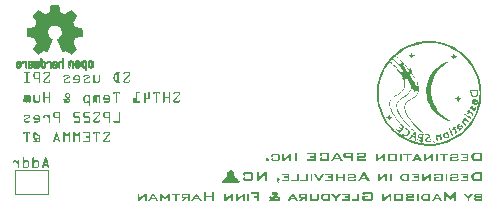
<source format=gbr>
%TF.GenerationSoftware,KiCad,Pcbnew,7.0.11*%
%TF.CreationDate,2024-03-28T16:15:39-04:00*%
%TF.ProjectId,weather-featherwing,77656174-6865-4722-9d66-656174686572,03*%
%TF.SameCoordinates,Original*%
%TF.FileFunction,Legend,Bot*%
%TF.FilePolarity,Positive*%
%FSLAX46Y46*%
G04 Gerber Fmt 4.6, Leading zero omitted, Abs format (unit mm)*
G04 Created by KiCad (PCBNEW 7.0.11) date 2024-03-28 16:15:39*
%MOMM*%
%LPD*%
G01*
G04 APERTURE LIST*
%ADD10C,0.120000*%
%ADD11C,0.200000*%
%ADD12C,0.010000*%
G04 APERTURE END LIST*
D10*
G36*
X130054306Y-105008370D02*
G01*
X129753888Y-105008370D01*
X129743635Y-105008750D01*
X129733486Y-105009890D01*
X129723439Y-105011790D01*
X129713496Y-105014449D01*
X129703656Y-105017869D01*
X129693919Y-105022049D01*
X129684284Y-105026988D01*
X129674753Y-105032687D01*
X129665325Y-105039147D01*
X129656000Y-105046366D01*
X129649840Y-105051601D01*
X129641067Y-105059868D01*
X129633156Y-105068457D01*
X129626109Y-105077367D01*
X129619924Y-105086600D01*
X129614603Y-105096155D01*
X129610144Y-105106032D01*
X129606549Y-105116231D01*
X129603816Y-105126752D01*
X129601946Y-105137594D01*
X129600939Y-105148759D01*
X129600748Y-105156381D01*
X129601589Y-105166194D01*
X129604612Y-105176578D01*
X129609832Y-105186077D01*
X129616204Y-105193662D01*
X129618333Y-105195704D01*
X129626202Y-105201890D01*
X129635624Y-105207100D01*
X129645505Y-105210324D01*
X129655843Y-105211565D01*
X129657168Y-105211580D01*
X129667598Y-105211142D01*
X129678116Y-105209524D01*
X129687962Y-105206216D01*
X129696266Y-105200632D01*
X129697712Y-105199124D01*
X129703817Y-105190279D01*
X129708459Y-105181050D01*
X129712363Y-105171501D01*
X129716198Y-105160442D01*
X129718717Y-105152229D01*
X129722437Y-105142308D01*
X129728459Y-105132622D01*
X129736181Y-105125358D01*
X129745603Y-105120515D01*
X129756726Y-105118094D01*
X129762925Y-105117791D01*
X130047956Y-105117791D01*
X130057874Y-105118950D01*
X130066469Y-105124717D01*
X130068473Y-105132445D01*
X130066213Y-105142154D01*
X130061051Y-105150672D01*
X130059436Y-105152718D01*
X129631766Y-105704951D01*
X129624496Y-105715026D01*
X129618196Y-105725223D01*
X129612864Y-105735542D01*
X129608502Y-105745983D01*
X129605110Y-105756547D01*
X129602686Y-105767233D01*
X129601232Y-105778040D01*
X129600748Y-105788970D01*
X129601335Y-105801301D01*
X129603098Y-105813257D01*
X129606037Y-105824840D01*
X129610151Y-105836048D01*
X129615440Y-105846882D01*
X129621905Y-105857343D01*
X129629545Y-105867429D01*
X129636047Y-105874749D01*
X129638361Y-105877142D01*
X129645443Y-105883907D01*
X129655119Y-105891893D01*
X129665062Y-105898696D01*
X129675273Y-105904315D01*
X129685750Y-105908752D01*
X129696495Y-105912005D01*
X129707507Y-105914075D01*
X129718786Y-105914963D01*
X129721648Y-105915000D01*
X130032813Y-105915000D01*
X130044258Y-105914609D01*
X130055419Y-105913437D01*
X130066297Y-105911483D01*
X130076891Y-105908748D01*
X130087202Y-105905232D01*
X130097230Y-105900935D01*
X130106975Y-105895856D01*
X130116436Y-105889995D01*
X130125613Y-105883353D01*
X130134508Y-105875930D01*
X130140280Y-105870547D01*
X130148442Y-105862135D01*
X130155802Y-105853569D01*
X130162358Y-105844847D01*
X130168112Y-105835972D01*
X130173063Y-105826941D01*
X130177211Y-105817757D01*
X130180556Y-105808417D01*
X130183099Y-105798923D01*
X130184838Y-105789275D01*
X130185775Y-105779471D01*
X130185953Y-105772850D01*
X130185423Y-105761938D01*
X130183832Y-105752099D01*
X130180062Y-105740650D01*
X130174406Y-105731109D01*
X130166865Y-105723477D01*
X130157439Y-105717752D01*
X130146127Y-105713936D01*
X130136407Y-105712326D01*
X130125625Y-105711789D01*
X130115706Y-105712549D01*
X130105200Y-105715278D01*
X130095579Y-105719991D01*
X130086843Y-105726689D01*
X130085814Y-105727665D01*
X130078548Y-105735939D01*
X130073357Y-105744884D01*
X130070243Y-105754501D01*
X130069205Y-105764790D01*
X130067965Y-105775209D01*
X130064244Y-105784482D01*
X130058043Y-105792611D01*
X130056505Y-105794099D01*
X130047923Y-105800153D01*
X130038053Y-105803964D01*
X130028069Y-105805478D01*
X130024509Y-105805579D01*
X129737524Y-105805579D01*
X129727735Y-105803694D01*
X129720774Y-105796459D01*
X129718961Y-105786284D01*
X129721220Y-105776575D01*
X129726383Y-105768057D01*
X129727998Y-105766011D01*
X130155179Y-105218175D01*
X130162277Y-105208329D01*
X130168429Y-105198330D01*
X130173634Y-105188179D01*
X130177893Y-105177875D01*
X130181206Y-105167418D01*
X130183572Y-105156809D01*
X130184992Y-105146047D01*
X130185465Y-105135132D01*
X130184866Y-105122523D01*
X130183068Y-105110341D01*
X130180072Y-105098587D01*
X130175878Y-105087260D01*
X130170486Y-105076361D01*
X130163895Y-105065889D01*
X130156106Y-105055845D01*
X130149478Y-105048592D01*
X130147119Y-105046228D01*
X130139746Y-105039462D01*
X130132098Y-105033362D01*
X130121473Y-105026264D01*
X130110360Y-105020348D01*
X130098759Y-105015616D01*
X130086669Y-105012067D01*
X130074090Y-105009701D01*
X130064336Y-105008703D01*
X130054306Y-105008370D01*
G37*
G36*
X129286196Y-105008433D02*
G01*
X129296135Y-105009645D01*
X129306665Y-105012920D01*
X129316308Y-105018209D01*
X129324020Y-105024490D01*
X129331393Y-105032901D01*
X129336660Y-105042015D01*
X129339820Y-105051830D01*
X129340873Y-105062348D01*
X129340857Y-105063761D01*
X129339540Y-105074622D01*
X129336117Y-105084690D01*
X129330587Y-105093963D01*
X129324020Y-105101427D01*
X129321886Y-105103408D01*
X129313980Y-105109337D01*
X129304115Y-105114195D01*
X129293365Y-105117008D01*
X129283232Y-105117791D01*
X129224125Y-105117791D01*
X129224125Y-105805579D01*
X129284697Y-105805579D01*
X129287662Y-105805643D01*
X129297601Y-105806873D01*
X129308130Y-105810197D01*
X129317774Y-105815567D01*
X129325486Y-105821943D01*
X129326523Y-105822972D01*
X129332859Y-105830522D01*
X129338125Y-105839895D01*
X129341285Y-105850061D01*
X129342339Y-105861022D01*
X129342322Y-105862375D01*
X129341006Y-105872805D01*
X129337582Y-105882533D01*
X129332052Y-105891558D01*
X129325486Y-105898879D01*
X129323352Y-105900832D01*
X129315446Y-105906672D01*
X129305581Y-105911458D01*
X129294830Y-105914228D01*
X129284697Y-105915000D01*
X129064146Y-105915000D01*
X129051594Y-105914614D01*
X129039340Y-105913458D01*
X129027384Y-105911530D01*
X129015725Y-105908832D01*
X129004364Y-105905363D01*
X128993300Y-105901123D01*
X128982535Y-105896113D01*
X128972066Y-105890331D01*
X128962049Y-105883801D01*
X128952634Y-105876669D01*
X128943822Y-105868933D01*
X128935613Y-105860594D01*
X128928007Y-105851653D01*
X128921004Y-105842108D01*
X128914604Y-105831961D01*
X128908808Y-105821210D01*
X128794258Y-105591622D01*
X128790087Y-105583239D01*
X128784336Y-105570716D01*
X128779191Y-105558252D01*
X128774651Y-105545849D01*
X128770716Y-105533506D01*
X128767386Y-105521222D01*
X128764662Y-105508999D01*
X128762544Y-105496836D01*
X128761030Y-105484733D01*
X128760122Y-105472690D01*
X128759819Y-105460708D01*
X128759837Y-105459487D01*
X128875346Y-105459487D01*
X128875429Y-105463688D01*
X128876363Y-105474627D01*
X128878334Y-105486185D01*
X128880659Y-105495879D01*
X128883647Y-105505969D01*
X128887299Y-105516456D01*
X128891615Y-105527340D01*
X128896595Y-105538621D01*
X129010413Y-105771140D01*
X129012900Y-105775826D01*
X129019778Y-105786062D01*
X129027597Y-105794187D01*
X129036359Y-105800201D01*
X129046063Y-105804105D01*
X129056710Y-105805897D01*
X129068298Y-105805579D01*
X129108842Y-105805579D01*
X129108842Y-105117791D01*
X129070985Y-105116814D01*
X129065855Y-105116949D01*
X129053823Y-105118473D01*
X129042924Y-105121691D01*
X129033157Y-105126602D01*
X129024524Y-105133207D01*
X129017024Y-105141505D01*
X129010657Y-105151496D01*
X128892443Y-105384748D01*
X128887518Y-105395396D01*
X128883427Y-105406425D01*
X128880171Y-105417836D01*
X128877751Y-105429628D01*
X128876415Y-105439337D01*
X128875613Y-105449289D01*
X128875346Y-105459487D01*
X128759837Y-105459487D01*
X128759945Y-105452184D01*
X128760607Y-105439492D01*
X128761834Y-105426911D01*
X128763629Y-105414441D01*
X128765990Y-105402084D01*
X128768918Y-105389838D01*
X128772413Y-105377703D01*
X128776475Y-105365681D01*
X128781103Y-105353770D01*
X128786298Y-105341970D01*
X128792059Y-105330282D01*
X128906121Y-105101427D01*
X128911475Y-105091741D01*
X128917524Y-105082467D01*
X128924267Y-105073606D01*
X128931705Y-105065157D01*
X128939838Y-105057119D01*
X128948665Y-105049494D01*
X128958187Y-105042282D01*
X128968403Y-105035481D01*
X128979004Y-105029287D01*
X128989682Y-105023895D01*
X129000437Y-105019304D01*
X129011267Y-105015514D01*
X129022174Y-105012526D01*
X129033158Y-105010339D01*
X129044217Y-105008954D01*
X129055353Y-105008370D01*
X129283232Y-105008370D01*
X129286196Y-105008433D01*
G37*
G36*
X127375451Y-105805579D02*
G01*
X127181034Y-105696158D01*
X127181034Y-105319535D01*
X127180227Y-105308963D01*
X127177808Y-105299046D01*
X127173776Y-105289783D01*
X127168131Y-105281174D01*
X127164181Y-105276549D01*
X127156469Y-105269506D01*
X127148079Y-105264193D01*
X127137660Y-105260240D01*
X127127818Y-105258634D01*
X127123392Y-105258475D01*
X127113164Y-105259305D01*
X127103637Y-105261794D01*
X127093608Y-105266671D01*
X127085584Y-105272717D01*
X127082360Y-105275816D01*
X127075793Y-105283707D01*
X127070839Y-105292205D01*
X127067153Y-105302662D01*
X127065655Y-105312462D01*
X127065507Y-105316849D01*
X127065507Y-105858091D01*
X127066337Y-105867855D01*
X127069317Y-105878327D01*
X127074465Y-105888066D01*
X127080748Y-105895987D01*
X127082848Y-105898147D01*
X127090632Y-105904713D01*
X127100272Y-105910243D01*
X127110706Y-105913666D01*
X127120486Y-105914934D01*
X127123392Y-105915000D01*
X127133263Y-105914135D01*
X127143857Y-105911028D01*
X127152526Y-105906457D01*
X127160634Y-105900156D01*
X127163937Y-105896926D01*
X127170598Y-105888596D01*
X127175624Y-105879635D01*
X127179013Y-105870043D01*
X127180766Y-105859820D01*
X127181034Y-105853695D01*
X127181034Y-105805579D01*
X127281417Y-105874944D01*
X127292469Y-105882102D01*
X127303551Y-105888556D01*
X127314663Y-105894307D01*
X127325805Y-105899353D01*
X127336977Y-105903695D01*
X127348179Y-105907333D01*
X127359411Y-105910266D01*
X127370673Y-105912496D01*
X127381965Y-105914022D01*
X127393287Y-105914843D01*
X127400852Y-105915000D01*
X127454341Y-105915000D01*
X127467446Y-105914570D01*
X127480199Y-105913282D01*
X127492599Y-105911136D01*
X127504648Y-105908130D01*
X127516344Y-105904266D01*
X127527689Y-105899544D01*
X127538681Y-105893962D01*
X127549321Y-105887522D01*
X127559610Y-105880224D01*
X127569546Y-105872066D01*
X127575974Y-105866151D01*
X127585083Y-105856755D01*
X127593359Y-105846977D01*
X127600803Y-105836817D01*
X127607413Y-105826274D01*
X127613190Y-105815350D01*
X127618135Y-105804044D01*
X127622246Y-105792355D01*
X127625525Y-105780284D01*
X127627971Y-105767831D01*
X127629584Y-105754997D01*
X127630196Y-105746228D01*
X127646805Y-105315628D01*
X127646255Y-105304713D01*
X127643385Y-105294439D01*
X127638195Y-105284807D01*
X127631750Y-105276905D01*
X127630685Y-105275816D01*
X127622687Y-105269059D01*
X127614082Y-105263962D01*
X127604869Y-105260524D01*
X127595048Y-105258746D01*
X127589163Y-105258475D01*
X127579221Y-105259305D01*
X127568631Y-105262285D01*
X127558865Y-105267433D01*
X127550996Y-105273716D01*
X127548863Y-105275816D01*
X127542262Y-105283600D01*
X127537203Y-105291991D01*
X127533310Y-105302326D01*
X127531557Y-105312020D01*
X127531278Y-105316360D01*
X127516135Y-105743541D01*
X127515180Y-105754628D01*
X127513049Y-105764624D01*
X127508378Y-105776256D01*
X127501616Y-105785950D01*
X127492762Y-105793704D01*
X127481817Y-105799520D01*
X127472236Y-105802610D01*
X127461478Y-105804609D01*
X127449544Y-105805518D01*
X127445304Y-105805579D01*
X127375451Y-105805579D01*
G37*
G36*
X126642967Y-105258475D02*
G01*
X126378452Y-105258475D01*
X126366992Y-105258782D01*
X126355786Y-105259703D01*
X126344833Y-105261237D01*
X126334133Y-105263386D01*
X126323687Y-105266149D01*
X126313494Y-105269526D01*
X126303554Y-105273516D01*
X126293867Y-105278121D01*
X126284434Y-105283340D01*
X126275254Y-105289172D01*
X126269275Y-105293401D01*
X126260807Y-105299892D01*
X126253172Y-105306356D01*
X126244288Y-105314935D01*
X126236884Y-105323468D01*
X126230961Y-105331956D01*
X126225640Y-105342500D01*
X126222632Y-105352974D01*
X126221892Y-105361301D01*
X126222733Y-105371162D01*
X126225756Y-105381458D01*
X126230977Y-105390716D01*
X126238396Y-105398937D01*
X126239477Y-105399891D01*
X126248408Y-105406410D01*
X126257857Y-105411065D01*
X126267825Y-105413859D01*
X126278312Y-105414790D01*
X126288407Y-105413966D01*
X126298176Y-105411493D01*
X126307618Y-105407371D01*
X126316735Y-105401601D01*
X126325524Y-105394182D01*
X126328382Y-105391343D01*
X126335528Y-105384588D01*
X126344229Y-105377993D01*
X126353068Y-105373048D01*
X126363553Y-105369361D01*
X126374225Y-105367918D01*
X126375765Y-105367896D01*
X126636861Y-105367896D01*
X126647908Y-105368778D01*
X126658692Y-105372167D01*
X126666781Y-105378097D01*
X126672173Y-105386570D01*
X126674870Y-105397583D01*
X126675207Y-105404043D01*
X126673991Y-105414560D01*
X126670345Y-105423885D01*
X126664267Y-105432018D01*
X126655759Y-105438959D01*
X126649805Y-105442390D01*
X126342792Y-105573060D01*
X126331393Y-105578578D01*
X126320520Y-105584875D01*
X126310174Y-105591950D01*
X126300355Y-105599804D01*
X126291062Y-105608437D01*
X126282296Y-105617848D01*
X126276067Y-105625417D01*
X126270135Y-105633424D01*
X126266344Y-105639005D01*
X126260975Y-105647563D01*
X126256135Y-105656293D01*
X126251822Y-105665194D01*
X126248037Y-105674268D01*
X126244781Y-105683513D01*
X126242052Y-105692929D01*
X126239852Y-105702518D01*
X126238180Y-105712278D01*
X126237036Y-105722210D01*
X126236420Y-105732313D01*
X126236302Y-105739145D01*
X126236764Y-105752775D01*
X126238148Y-105766007D01*
X126240456Y-105778839D01*
X126243687Y-105791271D01*
X126247841Y-105803305D01*
X126252917Y-105814939D01*
X126258917Y-105826174D01*
X126265840Y-105837010D01*
X126273686Y-105847446D01*
X126282456Y-105857483D01*
X126288815Y-105863953D01*
X126298785Y-105873075D01*
X126309005Y-105881301D01*
X126319473Y-105888629D01*
X126330191Y-105895059D01*
X126341157Y-105900593D01*
X126352373Y-105905229D01*
X126363838Y-105908968D01*
X126375551Y-105911809D01*
X126387514Y-105913753D01*
X126399726Y-105914800D01*
X126408005Y-105915000D01*
X126641501Y-105915000D01*
X126652740Y-105914697D01*
X126663832Y-105913789D01*
X126674779Y-105912275D01*
X126685579Y-105910157D01*
X126696234Y-105907433D01*
X126706743Y-105904103D01*
X126717105Y-105900168D01*
X126727322Y-105895628D01*
X126737393Y-105890482D01*
X126747317Y-105884732D01*
X126753853Y-105880561D01*
X126763106Y-105874078D01*
X126771450Y-105867633D01*
X126778883Y-105861226D01*
X126787378Y-105852745D01*
X126794255Y-105844332D01*
X126799514Y-105835987D01*
X126803812Y-105825653D01*
X126805582Y-105815427D01*
X126805632Y-105813394D01*
X126804579Y-105802953D01*
X126801419Y-105793122D01*
X126796153Y-105783902D01*
X126789816Y-105776335D01*
X126788780Y-105775293D01*
X126780939Y-105768821D01*
X126772163Y-105763939D01*
X126762453Y-105760647D01*
X126751807Y-105758944D01*
X126745304Y-105758684D01*
X126735535Y-105759806D01*
X126725463Y-105763172D01*
X126716587Y-105767843D01*
X126707488Y-105774163D01*
X126699735Y-105780689D01*
X126698166Y-105782131D01*
X126689761Y-105788886D01*
X126680272Y-105794496D01*
X126669697Y-105798961D01*
X126658037Y-105802281D01*
X126647928Y-105804113D01*
X126637124Y-105805212D01*
X126625625Y-105805579D01*
X126410936Y-105805579D01*
X126400220Y-105804550D01*
X126390299Y-105801465D01*
X126381173Y-105796322D01*
X126372842Y-105789123D01*
X126368438Y-105784085D01*
X126362544Y-105775719D01*
X126357870Y-105766923D01*
X126354416Y-105757699D01*
X126352180Y-105748044D01*
X126351164Y-105737961D01*
X126351096Y-105734504D01*
X126351696Y-105724078D01*
X126353493Y-105714415D01*
X126357425Y-105703410D01*
X126363229Y-105693597D01*
X126370906Y-105684977D01*
X126380455Y-105677550D01*
X126389443Y-105672466D01*
X126699142Y-105541796D01*
X126709996Y-105536633D01*
X126720208Y-105530912D01*
X126729780Y-105524635D01*
X126738710Y-105517800D01*
X126746999Y-105510407D01*
X126754647Y-105502458D01*
X126761653Y-105493952D01*
X126768019Y-105484888D01*
X126773629Y-105475526D01*
X126778491Y-105466127D01*
X126782605Y-105456689D01*
X126785971Y-105447213D01*
X126788589Y-105437699D01*
X126790809Y-105425753D01*
X126791861Y-105413747D01*
X126791955Y-105408928D01*
X126791577Y-105397623D01*
X126790444Y-105386606D01*
X126788554Y-105375876D01*
X126785910Y-105365434D01*
X126782509Y-105355280D01*
X126778353Y-105345413D01*
X126773442Y-105335834D01*
X126767775Y-105326542D01*
X126761352Y-105317538D01*
X126754173Y-105308822D01*
X126748968Y-105303171D01*
X126740732Y-105295183D01*
X126732144Y-105287981D01*
X126723204Y-105281565D01*
X126713912Y-105275934D01*
X126704267Y-105271089D01*
X126694271Y-105267030D01*
X126683923Y-105263756D01*
X126673222Y-105261268D01*
X126662170Y-105259566D01*
X126650765Y-105258649D01*
X126642967Y-105258475D01*
G37*
G36*
X125752784Y-105258624D02*
G01*
X125763381Y-105259405D01*
X125773798Y-105260856D01*
X125784035Y-105262977D01*
X125794091Y-105265768D01*
X125803967Y-105269228D01*
X125813663Y-105273358D01*
X125823178Y-105278158D01*
X125832514Y-105283628D01*
X125841668Y-105289767D01*
X125850643Y-105296577D01*
X125898759Y-105333946D01*
X125905330Y-105339521D01*
X125913137Y-105347231D01*
X125920491Y-105355764D01*
X125927391Y-105365120D01*
X125933838Y-105375299D01*
X125938669Y-105384035D01*
X125943211Y-105393297D01*
X125946310Y-105400301D01*
X125950798Y-105411355D01*
X125954439Y-105421634D01*
X125957690Y-105432946D01*
X125959722Y-105443141D01*
X125960552Y-105453625D01*
X125960552Y-105715697D01*
X125959985Y-105726602D01*
X125958285Y-105737885D01*
X125956003Y-105747576D01*
X125952933Y-105757530D01*
X125949076Y-105767745D01*
X125944432Y-105778224D01*
X125943417Y-105780331D01*
X125938104Y-105790431D01*
X125932397Y-105799803D01*
X125926297Y-105808449D01*
X125919803Y-105816366D01*
X125912916Y-105823556D01*
X125904132Y-105831224D01*
X125852597Y-105876165D01*
X125849511Y-105878721D01*
X125841110Y-105884618D01*
X125832569Y-105889598D01*
X125822792Y-105894510D01*
X125813699Y-105898550D01*
X125803748Y-105902543D01*
X125801660Y-105903309D01*
X125791312Y-105906776D01*
X125781119Y-105909635D01*
X125771081Y-105911885D01*
X125761198Y-105913528D01*
X125751470Y-105914562D01*
X125740001Y-105915000D01*
X125435674Y-105915000D01*
X125434260Y-105914984D01*
X125423322Y-105913724D01*
X125413056Y-105910450D01*
X125403462Y-105905161D01*
X125395618Y-105898879D01*
X125394536Y-105897851D01*
X125387925Y-105890331D01*
X125382429Y-105881050D01*
X125379132Y-105871036D01*
X125378033Y-105860289D01*
X125378050Y-105858876D01*
X125379405Y-105848053D01*
X125382927Y-105838085D01*
X125388617Y-105828972D01*
X125395374Y-105821699D01*
X125397535Y-105819747D01*
X125405474Y-105813906D01*
X125415263Y-105809121D01*
X125425815Y-105806350D01*
X125435674Y-105805579D01*
X125732429Y-105805579D01*
X125737122Y-105805381D01*
X125748238Y-105803384D01*
X125757953Y-105799961D01*
X125767839Y-105794958D01*
X125776208Y-105789582D01*
X125784697Y-105783108D01*
X125818403Y-105753311D01*
X125822942Y-105749151D01*
X125829516Y-105741847D01*
X125835767Y-105732467D01*
X125840232Y-105722418D01*
X125842911Y-105711699D01*
X125843804Y-105700310D01*
X125843804Y-105664895D01*
X125435674Y-105664895D01*
X125432798Y-105664829D01*
X125423106Y-105663562D01*
X125412744Y-105660139D01*
X125403146Y-105654609D01*
X125395374Y-105648042D01*
X125393274Y-105645912D01*
X125386991Y-105638079D01*
X125381843Y-105628413D01*
X125378863Y-105617983D01*
X125378033Y-105608230D01*
X125378033Y-105555474D01*
X125492094Y-105555474D01*
X125842583Y-105555474D01*
X125842583Y-105462662D01*
X125841784Y-105452406D01*
X125838834Y-105441375D01*
X125833710Y-105431349D01*
X125827588Y-105423555D01*
X125819868Y-105416500D01*
X125786163Y-105387191D01*
X125784784Y-105386004D01*
X125776324Y-105379672D01*
X125767537Y-105374698D01*
X125758423Y-105371080D01*
X125747379Y-105368574D01*
X125737558Y-105367896D01*
X125592478Y-105367896D01*
X125581762Y-105369285D01*
X125571834Y-105372779D01*
X125562916Y-105377468D01*
X125553619Y-105383719D01*
X125545584Y-105390122D01*
X125512122Y-105420652D01*
X125508543Y-105424132D01*
X125502441Y-105431918D01*
X125497747Y-105440802D01*
X125494461Y-105450785D01*
X125492583Y-105461868D01*
X125492094Y-105471943D01*
X125492094Y-105555474D01*
X125378033Y-105555474D01*
X125378033Y-105471454D01*
X125378215Y-105461416D01*
X125379172Y-105446951D01*
X125380949Y-105433200D01*
X125383545Y-105420161D01*
X125386962Y-105407835D01*
X125391199Y-105396221D01*
X125396256Y-105385321D01*
X125402133Y-105375133D01*
X125408829Y-105365657D01*
X125416346Y-105356895D01*
X125424683Y-105348845D01*
X125467914Y-105308300D01*
X125474748Y-105302267D01*
X125485096Y-105293946D01*
X125495560Y-105286502D01*
X125506139Y-105279933D01*
X125516834Y-105274240D01*
X125527646Y-105269423D01*
X125538573Y-105265481D01*
X125549616Y-105262416D01*
X125560775Y-105260226D01*
X125572050Y-105258913D01*
X125583441Y-105258475D01*
X125745618Y-105258475D01*
X125752784Y-105258624D01*
G37*
G36*
X124952806Y-105258475D02*
G01*
X124688291Y-105258475D01*
X124676832Y-105258782D01*
X124665625Y-105259703D01*
X124654672Y-105261237D01*
X124643973Y-105263386D01*
X124633526Y-105266149D01*
X124623333Y-105269526D01*
X124613393Y-105273516D01*
X124603707Y-105278121D01*
X124594274Y-105283340D01*
X124585094Y-105289172D01*
X124579115Y-105293401D01*
X124570647Y-105299892D01*
X124563012Y-105306356D01*
X124554127Y-105314935D01*
X124546724Y-105323468D01*
X124540801Y-105331956D01*
X124535480Y-105342500D01*
X124532472Y-105352974D01*
X124531731Y-105361301D01*
X124532573Y-105371162D01*
X124535595Y-105381458D01*
X124540816Y-105390716D01*
X124548235Y-105398937D01*
X124549317Y-105399891D01*
X124558247Y-105406410D01*
X124567696Y-105411065D01*
X124577664Y-105413859D01*
X124588152Y-105414790D01*
X124598247Y-105413966D01*
X124608015Y-105411493D01*
X124617458Y-105407371D01*
X124626574Y-105401601D01*
X124635364Y-105394182D01*
X124638221Y-105391343D01*
X124645367Y-105384588D01*
X124654069Y-105377993D01*
X124662907Y-105373048D01*
X124673392Y-105369361D01*
X124684065Y-105367918D01*
X124685604Y-105367896D01*
X124946700Y-105367896D01*
X124957747Y-105368778D01*
X124968532Y-105372167D01*
X124976621Y-105378097D01*
X124982013Y-105386570D01*
X124984709Y-105397583D01*
X124985046Y-105404043D01*
X124983831Y-105414560D01*
X124980184Y-105423885D01*
X124974107Y-105432018D01*
X124965598Y-105438959D01*
X124959645Y-105442390D01*
X124652632Y-105573060D01*
X124641232Y-105578578D01*
X124630360Y-105584875D01*
X124620014Y-105591950D01*
X124610194Y-105599804D01*
X124600902Y-105608437D01*
X124592136Y-105617848D01*
X124585907Y-105625417D01*
X124579974Y-105633424D01*
X124576184Y-105639005D01*
X124570815Y-105647563D01*
X124565974Y-105656293D01*
X124561661Y-105665194D01*
X124557877Y-105674268D01*
X124554620Y-105683513D01*
X124551892Y-105692929D01*
X124549692Y-105702518D01*
X124548019Y-105712278D01*
X124546875Y-105722210D01*
X124546259Y-105732313D01*
X124546142Y-105739145D01*
X124546603Y-105752775D01*
X124547988Y-105766007D01*
X124550296Y-105778839D01*
X124553526Y-105791271D01*
X124557680Y-105803305D01*
X124562757Y-105814939D01*
X124568757Y-105826174D01*
X124575680Y-105837010D01*
X124583526Y-105847446D01*
X124592295Y-105857483D01*
X124598654Y-105863953D01*
X124608625Y-105873075D01*
X124618844Y-105881301D01*
X124629313Y-105888629D01*
X124640030Y-105895059D01*
X124650997Y-105900593D01*
X124662212Y-105905229D01*
X124673677Y-105908968D01*
X124685391Y-105911809D01*
X124697353Y-105913753D01*
X124709565Y-105914800D01*
X124717845Y-105915000D01*
X124951341Y-105915000D01*
X124962579Y-105914697D01*
X124973672Y-105913789D01*
X124984618Y-105912275D01*
X124995419Y-105910157D01*
X125006073Y-105907433D01*
X125016582Y-105904103D01*
X125026945Y-105900168D01*
X125037162Y-105895628D01*
X125047232Y-105890482D01*
X125057157Y-105884732D01*
X125063692Y-105880561D01*
X125072946Y-105874078D01*
X125081289Y-105867633D01*
X125088723Y-105861226D01*
X125097218Y-105852745D01*
X125104095Y-105844332D01*
X125109353Y-105835987D01*
X125113651Y-105825653D01*
X125115421Y-105815427D01*
X125115472Y-105813394D01*
X125114419Y-105802953D01*
X125111259Y-105793122D01*
X125105992Y-105783902D01*
X125099656Y-105776335D01*
X125098619Y-105775293D01*
X125090779Y-105768821D01*
X125082003Y-105763939D01*
X125072292Y-105760647D01*
X125061647Y-105758944D01*
X125055144Y-105758684D01*
X125045375Y-105759806D01*
X125035302Y-105763172D01*
X125026426Y-105767843D01*
X125017327Y-105774163D01*
X125009574Y-105780689D01*
X125008005Y-105782131D01*
X124999601Y-105788886D01*
X124990111Y-105794496D01*
X124979537Y-105798961D01*
X124967877Y-105802281D01*
X124957767Y-105804113D01*
X124946963Y-105805212D01*
X124935465Y-105805579D01*
X124720775Y-105805579D01*
X124710060Y-105804550D01*
X124700139Y-105801465D01*
X124691013Y-105796322D01*
X124682681Y-105789123D01*
X124678277Y-105784085D01*
X124672384Y-105775719D01*
X124667710Y-105766923D01*
X124664255Y-105757699D01*
X124662020Y-105748044D01*
X124661004Y-105737961D01*
X124660936Y-105734504D01*
X124661535Y-105724078D01*
X124663333Y-105714415D01*
X124667265Y-105703410D01*
X124673069Y-105693597D01*
X124680746Y-105684977D01*
X124690295Y-105677550D01*
X124699282Y-105672466D01*
X125008982Y-105541796D01*
X125019836Y-105536633D01*
X125030048Y-105530912D01*
X125039619Y-105524635D01*
X125048549Y-105517800D01*
X125056838Y-105510407D01*
X125064486Y-105502458D01*
X125071493Y-105493952D01*
X125077858Y-105484888D01*
X125083468Y-105475526D01*
X125088330Y-105466127D01*
X125092444Y-105456689D01*
X125095810Y-105447213D01*
X125098428Y-105437699D01*
X125100649Y-105425753D01*
X125101701Y-105413747D01*
X125101794Y-105408928D01*
X125101416Y-105397623D01*
X125100283Y-105386606D01*
X125098394Y-105375876D01*
X125095749Y-105365434D01*
X125092349Y-105355280D01*
X125088193Y-105345413D01*
X125083281Y-105335834D01*
X125077614Y-105326542D01*
X125071191Y-105317538D01*
X125064013Y-105308822D01*
X125058808Y-105303171D01*
X125050571Y-105295183D01*
X125041983Y-105287981D01*
X125033043Y-105281565D01*
X125023751Y-105275934D01*
X125014107Y-105271089D01*
X125004110Y-105267030D01*
X124993762Y-105263756D01*
X124983062Y-105261268D01*
X124972009Y-105259566D01*
X124960605Y-105258649D01*
X124952806Y-105258475D01*
G37*
G36*
X123293664Y-105008370D02*
G01*
X122993246Y-105008370D01*
X122982993Y-105008750D01*
X122972844Y-105009890D01*
X122962797Y-105011790D01*
X122952854Y-105014449D01*
X122943014Y-105017869D01*
X122933277Y-105022049D01*
X122923642Y-105026988D01*
X122914111Y-105032687D01*
X122904683Y-105039147D01*
X122895358Y-105046366D01*
X122889198Y-105051601D01*
X122880425Y-105059868D01*
X122872514Y-105068457D01*
X122865467Y-105077367D01*
X122859282Y-105086600D01*
X122853961Y-105096155D01*
X122849502Y-105106032D01*
X122845907Y-105116231D01*
X122843174Y-105126752D01*
X122841304Y-105137594D01*
X122840297Y-105148759D01*
X122840106Y-105156381D01*
X122840947Y-105166194D01*
X122843970Y-105176578D01*
X122849190Y-105186077D01*
X122855561Y-105193662D01*
X122857691Y-105195704D01*
X122865560Y-105201890D01*
X122874982Y-105207100D01*
X122884863Y-105210324D01*
X122895201Y-105211565D01*
X122896526Y-105211580D01*
X122906956Y-105211142D01*
X122917474Y-105209524D01*
X122927320Y-105206216D01*
X122935624Y-105200632D01*
X122937070Y-105199124D01*
X122943175Y-105190279D01*
X122947817Y-105181050D01*
X122951721Y-105171501D01*
X122955556Y-105160442D01*
X122958075Y-105152229D01*
X122961794Y-105142308D01*
X122967817Y-105132622D01*
X122975539Y-105125358D01*
X122984961Y-105120515D01*
X122996084Y-105118094D01*
X123002283Y-105117791D01*
X123287314Y-105117791D01*
X123297232Y-105118950D01*
X123305827Y-105124717D01*
X123307831Y-105132445D01*
X123305571Y-105142154D01*
X123300409Y-105150672D01*
X123298794Y-105152718D01*
X122871124Y-105704951D01*
X122863854Y-105715026D01*
X122857554Y-105725223D01*
X122852222Y-105735542D01*
X122847860Y-105745983D01*
X122844468Y-105756547D01*
X122842044Y-105767233D01*
X122840590Y-105778040D01*
X122840106Y-105788970D01*
X122840693Y-105801301D01*
X122842456Y-105813257D01*
X122845395Y-105824840D01*
X122849509Y-105836048D01*
X122854798Y-105846882D01*
X122861263Y-105857343D01*
X122868903Y-105867429D01*
X122875405Y-105874749D01*
X122877719Y-105877142D01*
X122884801Y-105883907D01*
X122894477Y-105891893D01*
X122904420Y-105898696D01*
X122914631Y-105904315D01*
X122925108Y-105908752D01*
X122935853Y-105912005D01*
X122946865Y-105914075D01*
X122958144Y-105914963D01*
X122961006Y-105915000D01*
X123272171Y-105915000D01*
X123283616Y-105914609D01*
X123294777Y-105913437D01*
X123305655Y-105911483D01*
X123316249Y-105908748D01*
X123326560Y-105905232D01*
X123336588Y-105900935D01*
X123346333Y-105895856D01*
X123355794Y-105889995D01*
X123364971Y-105883353D01*
X123373866Y-105875930D01*
X123379638Y-105870547D01*
X123387800Y-105862135D01*
X123395160Y-105853569D01*
X123401716Y-105844847D01*
X123407470Y-105835972D01*
X123412421Y-105826941D01*
X123416569Y-105817757D01*
X123419914Y-105808417D01*
X123422457Y-105798923D01*
X123424196Y-105789275D01*
X123425133Y-105779471D01*
X123425311Y-105772850D01*
X123424781Y-105761938D01*
X123423190Y-105752099D01*
X123419420Y-105740650D01*
X123413764Y-105731109D01*
X123406223Y-105723477D01*
X123396797Y-105717752D01*
X123385485Y-105713936D01*
X123375765Y-105712326D01*
X123364983Y-105711789D01*
X123355064Y-105712549D01*
X123344558Y-105715278D01*
X123334937Y-105719991D01*
X123326201Y-105726689D01*
X123325172Y-105727665D01*
X123317906Y-105735939D01*
X123312715Y-105744884D01*
X123309601Y-105754501D01*
X123308563Y-105764790D01*
X123307323Y-105775209D01*
X123303602Y-105784482D01*
X123297401Y-105792611D01*
X123295863Y-105794099D01*
X123287281Y-105800153D01*
X123277411Y-105803964D01*
X123267427Y-105805478D01*
X123263867Y-105805579D01*
X122976882Y-105805579D01*
X122967093Y-105803694D01*
X122960132Y-105796459D01*
X122958319Y-105786284D01*
X122960578Y-105776575D01*
X122965741Y-105768057D01*
X122967356Y-105766011D01*
X123394537Y-105218175D01*
X123401635Y-105208329D01*
X123407787Y-105198330D01*
X123412992Y-105188179D01*
X123417251Y-105177875D01*
X123420564Y-105167418D01*
X123422930Y-105156809D01*
X123424350Y-105146047D01*
X123424823Y-105135132D01*
X123424224Y-105122523D01*
X123422426Y-105110341D01*
X123419430Y-105098587D01*
X123415236Y-105087260D01*
X123409844Y-105076361D01*
X123403253Y-105065889D01*
X123395464Y-105055845D01*
X123388836Y-105048592D01*
X123386477Y-105046228D01*
X123379104Y-105039462D01*
X123371456Y-105033362D01*
X123360831Y-105026264D01*
X123349718Y-105020348D01*
X123338117Y-105015616D01*
X123326027Y-105012067D01*
X123313448Y-105009701D01*
X123303694Y-105008703D01*
X123293664Y-105008370D01*
G37*
G36*
X122579010Y-105857602D02*
G01*
X122578860Y-105862028D01*
X122577340Y-105871871D01*
X122573600Y-105882289D01*
X122568575Y-105890679D01*
X122561913Y-105898391D01*
X122557463Y-105902284D01*
X122549125Y-105907847D01*
X122540086Y-105911821D01*
X122530345Y-105914205D01*
X122519903Y-105915000D01*
X122516939Y-105914935D01*
X122507000Y-105913686D01*
X122496470Y-105910312D01*
X122486827Y-105904862D01*
X122479115Y-105898391D01*
X122477074Y-105896287D01*
X122470968Y-105888488D01*
X122465965Y-105878745D01*
X122463068Y-105868117D01*
X122462262Y-105858091D01*
X122462262Y-105571106D01*
X122169659Y-105571106D01*
X122160795Y-105570908D01*
X122147802Y-105569871D01*
X122135175Y-105567946D01*
X122122912Y-105565131D01*
X122111015Y-105561428D01*
X122099482Y-105556837D01*
X122088315Y-105551356D01*
X122077512Y-105544987D01*
X122067074Y-105537729D01*
X122057001Y-105529583D01*
X122047293Y-105520547D01*
X122041141Y-105514117D01*
X122032658Y-105504171D01*
X122025067Y-105493864D01*
X122018370Y-105483196D01*
X122012565Y-105472168D01*
X122007653Y-105460779D01*
X122003635Y-105449030D01*
X122000509Y-105436920D01*
X121998277Y-105424449D01*
X121996937Y-105411618D01*
X121996607Y-105401845D01*
X122111773Y-105401845D01*
X122112044Y-105407959D01*
X122113822Y-105418107D01*
X122117260Y-105427554D01*
X122122358Y-105436299D01*
X122129115Y-105444344D01*
X122131276Y-105446443D01*
X122139215Y-105452726D01*
X122149003Y-105457874D01*
X122159555Y-105460855D01*
X122169415Y-105461685D01*
X122462262Y-105461685D01*
X122462262Y-105117791D01*
X122169415Y-105117791D01*
X122166538Y-105117860D01*
X122155509Y-105119508D01*
X122145243Y-105123355D01*
X122136887Y-105128524D01*
X122129115Y-105135376D01*
X122125050Y-105139830D01*
X122119242Y-105148193D01*
X122115093Y-105157281D01*
X122112603Y-105167093D01*
X122111773Y-105177630D01*
X122111773Y-105401845D01*
X121996607Y-105401845D01*
X121996491Y-105398426D01*
X121996491Y-105182515D01*
X121996691Y-105173679D01*
X121997743Y-105160717D01*
X121999696Y-105148107D01*
X122002551Y-105135850D01*
X122006308Y-105123945D01*
X122010966Y-105112391D01*
X122016526Y-105101190D01*
X122022988Y-105090341D01*
X122030351Y-105079844D01*
X122038615Y-105069698D01*
X122047782Y-105059905D01*
X122054240Y-105053665D01*
X122064217Y-105045059D01*
X122074542Y-105037359D01*
X122085214Y-105030564D01*
X122096234Y-105024676D01*
X122107602Y-105019694D01*
X122119318Y-105015617D01*
X122131382Y-105012447D01*
X122143793Y-105010182D01*
X122156552Y-105008823D01*
X122169659Y-105008370D01*
X122579010Y-105008370D01*
X122579010Y-105857602D01*
G37*
G36*
X121677510Y-105008370D02*
G01*
X121210273Y-105008370D01*
X121199252Y-105009378D01*
X121188902Y-105012400D01*
X121179224Y-105017438D01*
X121171306Y-105023498D01*
X121170217Y-105024490D01*
X121163365Y-105031811D01*
X121157595Y-105040837D01*
X121154023Y-105050565D01*
X121152649Y-105060995D01*
X121152632Y-105062348D01*
X121153716Y-105073308D01*
X121156967Y-105083475D01*
X121162386Y-105092848D01*
X121168906Y-105100398D01*
X121169973Y-105101427D01*
X121177745Y-105107803D01*
X121187343Y-105113172D01*
X121197704Y-105116496D01*
X121207396Y-105117727D01*
X121210273Y-105117791D01*
X121384907Y-105117791D01*
X121384907Y-105805579D01*
X121210273Y-105805579D01*
X121200140Y-105806350D01*
X121189390Y-105809121D01*
X121179524Y-105813906D01*
X121171619Y-105819747D01*
X121169484Y-105821699D01*
X121162918Y-105828972D01*
X121157388Y-105838085D01*
X121153965Y-105848053D01*
X121152648Y-105858876D01*
X121152632Y-105860289D01*
X121153716Y-105871234D01*
X121156967Y-105881355D01*
X121162386Y-105890652D01*
X121168906Y-105898110D01*
X121169973Y-105899124D01*
X121177745Y-105905310D01*
X121187343Y-105910519D01*
X121197704Y-105913744D01*
X121208829Y-105914984D01*
X121210273Y-105915000D01*
X121677510Y-105915000D01*
X121687643Y-105914240D01*
X121698393Y-105911511D01*
X121708258Y-105906798D01*
X121716164Y-105901046D01*
X121718298Y-105899124D01*
X121724865Y-105891756D01*
X121730395Y-105882562D01*
X121733818Y-105872544D01*
X121735134Y-105861702D01*
X121735151Y-105860289D01*
X121734098Y-105849359D01*
X121730938Y-105839284D01*
X121725671Y-105830064D01*
X121718298Y-105821699D01*
X121710586Y-105815418D01*
X121700942Y-105810128D01*
X121690413Y-105806854D01*
X121680474Y-105805642D01*
X121677510Y-105805579D01*
X121500433Y-105805579D01*
X121500433Y-105117791D01*
X121677510Y-105117791D01*
X121687643Y-105117019D01*
X121698393Y-105114249D01*
X121708258Y-105109463D01*
X121716164Y-105103623D01*
X121718298Y-105101671D01*
X121724865Y-105094349D01*
X121730395Y-105085324D01*
X121733818Y-105075596D01*
X121735134Y-105065166D01*
X121735151Y-105063813D01*
X121734344Y-105054001D01*
X121731448Y-105043617D01*
X121726445Y-105034118D01*
X121719335Y-105025504D01*
X121718298Y-105024490D01*
X121710586Y-105018209D01*
X121700942Y-105012920D01*
X121690413Y-105009645D01*
X121680474Y-105008433D01*
X121677510Y-105008370D01*
G37*
G36*
X134279708Y-106688370D02*
G01*
X133979290Y-106688370D01*
X133969037Y-106688750D01*
X133958888Y-106689890D01*
X133948841Y-106691790D01*
X133938898Y-106694449D01*
X133929058Y-106697869D01*
X133919321Y-106702049D01*
X133909686Y-106706988D01*
X133900155Y-106712687D01*
X133890727Y-106719147D01*
X133881402Y-106726366D01*
X133875242Y-106731601D01*
X133866469Y-106739868D01*
X133858558Y-106748457D01*
X133851511Y-106757367D01*
X133845326Y-106766600D01*
X133840005Y-106776155D01*
X133835546Y-106786032D01*
X133831951Y-106796231D01*
X133829218Y-106806752D01*
X133827348Y-106817594D01*
X133826341Y-106828759D01*
X133826150Y-106836381D01*
X133826991Y-106846194D01*
X133830014Y-106856578D01*
X133835234Y-106866077D01*
X133841606Y-106873662D01*
X133843735Y-106875704D01*
X133851604Y-106881890D01*
X133861026Y-106887100D01*
X133870907Y-106890324D01*
X133881245Y-106891565D01*
X133882570Y-106891580D01*
X133893000Y-106891142D01*
X133903518Y-106889524D01*
X133913364Y-106886216D01*
X133921668Y-106880632D01*
X133923114Y-106879124D01*
X133929219Y-106870279D01*
X133933861Y-106861050D01*
X133937765Y-106851501D01*
X133941600Y-106840442D01*
X133944119Y-106832229D01*
X133947839Y-106822308D01*
X133953861Y-106812622D01*
X133961583Y-106805358D01*
X133971005Y-106800515D01*
X133982128Y-106798094D01*
X133988327Y-106797791D01*
X134273358Y-106797791D01*
X134283276Y-106798950D01*
X134291871Y-106804717D01*
X134293875Y-106812445D01*
X134291615Y-106822154D01*
X134286453Y-106830672D01*
X134284838Y-106832718D01*
X133857168Y-107384951D01*
X133849898Y-107395026D01*
X133843598Y-107405223D01*
X133838266Y-107415542D01*
X133833904Y-107425983D01*
X133830512Y-107436547D01*
X133828088Y-107447233D01*
X133826634Y-107458040D01*
X133826150Y-107468970D01*
X133826737Y-107481301D01*
X133828500Y-107493257D01*
X133831439Y-107504840D01*
X133835553Y-107516048D01*
X133840842Y-107526882D01*
X133847307Y-107537343D01*
X133854947Y-107547429D01*
X133861449Y-107554749D01*
X133863763Y-107557142D01*
X133870845Y-107563907D01*
X133880521Y-107571893D01*
X133890464Y-107578696D01*
X133900675Y-107584315D01*
X133911152Y-107588752D01*
X133921897Y-107592005D01*
X133932909Y-107594075D01*
X133944188Y-107594963D01*
X133947050Y-107595000D01*
X134258215Y-107595000D01*
X134269660Y-107594609D01*
X134280821Y-107593437D01*
X134291699Y-107591483D01*
X134302293Y-107588748D01*
X134312604Y-107585232D01*
X134322632Y-107580935D01*
X134332377Y-107575856D01*
X134341838Y-107569995D01*
X134351015Y-107563353D01*
X134359910Y-107555930D01*
X134365682Y-107550547D01*
X134373844Y-107542135D01*
X134381204Y-107533569D01*
X134387760Y-107524847D01*
X134393514Y-107515972D01*
X134398465Y-107506941D01*
X134402613Y-107497757D01*
X134405958Y-107488417D01*
X134408501Y-107478923D01*
X134410240Y-107469275D01*
X134411177Y-107459471D01*
X134411355Y-107452850D01*
X134410825Y-107441938D01*
X134409234Y-107432099D01*
X134405464Y-107420650D01*
X134399808Y-107411109D01*
X134392267Y-107403477D01*
X134382841Y-107397752D01*
X134371529Y-107393936D01*
X134361809Y-107392326D01*
X134351027Y-107391789D01*
X134341108Y-107392549D01*
X134330602Y-107395278D01*
X134320981Y-107399991D01*
X134312245Y-107406689D01*
X134311216Y-107407665D01*
X134303950Y-107415939D01*
X134298759Y-107424884D01*
X134295645Y-107434501D01*
X134294607Y-107444790D01*
X134293367Y-107455209D01*
X134289646Y-107464482D01*
X134283445Y-107472611D01*
X134281907Y-107474099D01*
X134273325Y-107480153D01*
X134263455Y-107483964D01*
X134253471Y-107485478D01*
X134249911Y-107485579D01*
X133962926Y-107485579D01*
X133953137Y-107483694D01*
X133946176Y-107476459D01*
X133944363Y-107466284D01*
X133946622Y-107456575D01*
X133951785Y-107448057D01*
X133953400Y-107446011D01*
X134380581Y-106898175D01*
X134387679Y-106888329D01*
X134393831Y-106878330D01*
X134399036Y-106868179D01*
X134403295Y-106857875D01*
X134406608Y-106847418D01*
X134408974Y-106836809D01*
X134410394Y-106826047D01*
X134410867Y-106815132D01*
X134410268Y-106802523D01*
X134408470Y-106790341D01*
X134405474Y-106778587D01*
X134401280Y-106767260D01*
X134395888Y-106756361D01*
X134389297Y-106745889D01*
X134381508Y-106735845D01*
X134374880Y-106728592D01*
X134372521Y-106726228D01*
X134365148Y-106719462D01*
X134357500Y-106713362D01*
X134346875Y-106706264D01*
X134335762Y-106700348D01*
X134324161Y-106695616D01*
X134312071Y-106692067D01*
X134299492Y-106689701D01*
X134289738Y-106688703D01*
X134279708Y-106688370D01*
G37*
G36*
X133567741Y-107537602D02*
G01*
X133567741Y-106745767D01*
X133566934Y-106735908D01*
X133564038Y-106725356D01*
X133559034Y-106715567D01*
X133552929Y-106707628D01*
X133550888Y-106705467D01*
X133543176Y-106698805D01*
X133534786Y-106693780D01*
X133524367Y-106690040D01*
X133514525Y-106688520D01*
X133510099Y-106688370D01*
X133500145Y-106689176D01*
X133489513Y-106692073D01*
X133479674Y-106697076D01*
X133471717Y-106703182D01*
X133469555Y-106705223D01*
X133462893Y-106712888D01*
X133457283Y-106722364D01*
X133453810Y-106732603D01*
X133452475Y-106743605D01*
X133452458Y-106745034D01*
X133452458Y-107079159D01*
X133100748Y-107079159D01*
X133100748Y-106745034D01*
X133099942Y-106735282D01*
X133097045Y-106724852D01*
X133092042Y-106715185D01*
X133085936Y-106707353D01*
X133083896Y-106705223D01*
X133076183Y-106698656D01*
X133066540Y-106693126D01*
X133056011Y-106689703D01*
X133046071Y-106688436D01*
X133043107Y-106688370D01*
X133032879Y-106689188D01*
X133023352Y-106691643D01*
X133013323Y-106696451D01*
X133005298Y-106702412D01*
X133002074Y-106705467D01*
X132995507Y-106713298D01*
X132990554Y-106721829D01*
X132987213Y-106731062D01*
X132985485Y-106740997D01*
X132985221Y-106746988D01*
X132985221Y-107537602D01*
X132986063Y-107547462D01*
X132989085Y-107558014D01*
X132994306Y-107567802D01*
X133000677Y-107575742D01*
X133002807Y-107577903D01*
X133010746Y-107584564D01*
X133019176Y-107589590D01*
X133029411Y-107593330D01*
X133040288Y-107594933D01*
X133043107Y-107595000D01*
X133053514Y-107594181D01*
X133063149Y-107591727D01*
X133073217Y-107586918D01*
X133081199Y-107580958D01*
X133084384Y-107577903D01*
X133090760Y-107570072D01*
X133095571Y-107561540D01*
X133098815Y-107552307D01*
X133100493Y-107542373D01*
X133100748Y-107536381D01*
X133100748Y-107188579D01*
X133450993Y-107188579D01*
X133450993Y-107536381D01*
X133451834Y-107546454D01*
X133454358Y-107555943D01*
X133458566Y-107564847D01*
X133464456Y-107573166D01*
X133468578Y-107577658D01*
X133476492Y-107584415D01*
X133485061Y-107589513D01*
X133494284Y-107592950D01*
X133504161Y-107594729D01*
X133510099Y-107595000D01*
X133519970Y-107594205D01*
X133530564Y-107591350D01*
X133540425Y-107586420D01*
X133548453Y-107580402D01*
X133550644Y-107578391D01*
X133557305Y-107570679D01*
X133562331Y-107562289D01*
X133566071Y-107551871D01*
X133567590Y-107542028D01*
X133567741Y-107537602D01*
G37*
G36*
X132721195Y-106836625D02*
G01*
X132721195Y-106688370D01*
X132138676Y-106688370D01*
X132138676Y-106837114D01*
X132139760Y-106848044D01*
X132143011Y-106858119D01*
X132148430Y-106867339D01*
X132154950Y-106874705D01*
X132156017Y-106875704D01*
X132163801Y-106881890D01*
X132173441Y-106887100D01*
X132183874Y-106890324D01*
X132193655Y-106891518D01*
X132196561Y-106891580D01*
X132206729Y-106890809D01*
X132216290Y-106888495D01*
X132226471Y-106883961D01*
X132234729Y-106878341D01*
X132238083Y-106875460D01*
X132244935Y-106868127D01*
X132250705Y-106859060D01*
X132254277Y-106849259D01*
X132255651Y-106838726D01*
X132255668Y-106837358D01*
X132255668Y-106797791D01*
X132372416Y-106797791D01*
X132372416Y-107537114D01*
X132373246Y-107547342D01*
X132375735Y-107556869D01*
X132380613Y-107566898D01*
X132386658Y-107574922D01*
X132389757Y-107578147D01*
X132397529Y-107584713D01*
X132407127Y-107590243D01*
X132417489Y-107593666D01*
X132427181Y-107594934D01*
X132430057Y-107595000D01*
X132440499Y-107594193D01*
X132450240Y-107591774D01*
X132459279Y-107587742D01*
X132467617Y-107582097D01*
X132472067Y-107578147D01*
X132478729Y-107570423D01*
X132483755Y-107561998D01*
X132487495Y-107551511D01*
X132489014Y-107541583D01*
X132489164Y-107537114D01*
X132489164Y-106797791D01*
X132605912Y-106797791D01*
X132605912Y-106836381D01*
X132606966Y-106847433D01*
X132610125Y-106857630D01*
X132615392Y-106866973D01*
X132621728Y-106874446D01*
X132622765Y-106875460D01*
X132630477Y-106881741D01*
X132640121Y-106887031D01*
X132650650Y-106890305D01*
X132660589Y-106891517D01*
X132663554Y-106891580D01*
X132673687Y-106890820D01*
X132684437Y-106888092D01*
X132694302Y-106883379D01*
X132702208Y-106877627D01*
X132704342Y-106875704D01*
X132710909Y-106868325D01*
X132716439Y-106859089D01*
X132719862Y-106848999D01*
X132721178Y-106838054D01*
X132721195Y-106836625D01*
G37*
G36*
X131497782Y-107537602D02*
G01*
X131497782Y-107298000D01*
X131845340Y-107298000D01*
X131845340Y-106746988D01*
X131844510Y-106736832D01*
X131842021Y-106727307D01*
X131837872Y-106718413D01*
X131832063Y-106710150D01*
X131827999Y-106705711D01*
X131819990Y-106698954D01*
X131811349Y-106693857D01*
X131802078Y-106690419D01*
X131792175Y-106688641D01*
X131786233Y-106688370D01*
X131776374Y-106689212D01*
X131765822Y-106692234D01*
X131756033Y-106697455D01*
X131748094Y-106703826D01*
X131745933Y-106705956D01*
X131739176Y-106713965D01*
X131734079Y-106722605D01*
X131730641Y-106731877D01*
X131728863Y-106741779D01*
X131728592Y-106747721D01*
X131728592Y-107188579D01*
X131497782Y-107188579D01*
X131497782Y-106842732D01*
X131496976Y-106832266D01*
X131494557Y-106822456D01*
X131490525Y-106813299D01*
X131484880Y-106804798D01*
X131480930Y-106800233D01*
X131473218Y-106793191D01*
X131464828Y-106787878D01*
X131454409Y-106783924D01*
X131444567Y-106782318D01*
X131440141Y-106782159D01*
X131429913Y-106783024D01*
X131420386Y-106785619D01*
X131411560Y-106789943D01*
X131403436Y-106795997D01*
X131399108Y-106800233D01*
X131392542Y-106808361D01*
X131387588Y-106817143D01*
X131384247Y-106826580D01*
X131382519Y-106836671D01*
X131382256Y-106842732D01*
X131382256Y-107188579D01*
X131372123Y-107189351D01*
X131361372Y-107192121D01*
X131351507Y-107196907D01*
X131343601Y-107202747D01*
X131341467Y-107204699D01*
X131334900Y-107211972D01*
X131329371Y-107221086D01*
X131325947Y-107231054D01*
X131324631Y-107241877D01*
X131324614Y-107243290D01*
X131325668Y-107254235D01*
X131328827Y-107264356D01*
X131334094Y-107273652D01*
X131340430Y-107281110D01*
X131341467Y-107282124D01*
X131349179Y-107288310D01*
X131358823Y-107293520D01*
X131369352Y-107296744D01*
X131379291Y-107297938D01*
X131382256Y-107298000D01*
X131382256Y-107537847D01*
X131383085Y-107547884D01*
X131386066Y-107558555D01*
X131391214Y-107568370D01*
X131397497Y-107576258D01*
X131399597Y-107578391D01*
X131407381Y-107584862D01*
X131417021Y-107590312D01*
X131427454Y-107593686D01*
X131437235Y-107594935D01*
X131440141Y-107595000D01*
X131450274Y-107594205D01*
X131461025Y-107591350D01*
X131470890Y-107586420D01*
X131478795Y-107580402D01*
X131480930Y-107578391D01*
X131487496Y-107570679D01*
X131493026Y-107561035D01*
X131496449Y-107550506D01*
X131497717Y-107540567D01*
X131497782Y-107537602D01*
G37*
G36*
X130976324Y-107485579D02*
G01*
X130799004Y-107485579D01*
X130799004Y-106797791D01*
X130973393Y-106797791D01*
X130983526Y-106797031D01*
X130994277Y-106794303D01*
X131004142Y-106789589D01*
X131012047Y-106783838D01*
X131014182Y-106781915D01*
X131020748Y-106774547D01*
X131026278Y-106765354D01*
X131029701Y-106755336D01*
X131031018Y-106744494D01*
X131031034Y-106743080D01*
X131029981Y-106732151D01*
X131026821Y-106722076D01*
X131021555Y-106712855D01*
X131014182Y-106704490D01*
X131006470Y-106698209D01*
X130996826Y-106692920D01*
X130986297Y-106689645D01*
X130976357Y-106688433D01*
X130973393Y-106688370D01*
X130683477Y-106688370D01*
X130683477Y-107485579D01*
X130568194Y-107485579D01*
X130568194Y-107245976D01*
X130567388Y-107236117D01*
X130564491Y-107225565D01*
X130559488Y-107215776D01*
X130553382Y-107207837D01*
X130551341Y-107205676D01*
X130543629Y-107199015D01*
X130535240Y-107193989D01*
X130524821Y-107190249D01*
X130514979Y-107188730D01*
X130510553Y-107188579D01*
X130500325Y-107189374D01*
X130490798Y-107191758D01*
X130480769Y-107196430D01*
X130472744Y-107202220D01*
X130469520Y-107205188D01*
X130462953Y-107212698D01*
X130457424Y-107222139D01*
X130454000Y-107232497D01*
X130452733Y-107242311D01*
X130452667Y-107245244D01*
X130452667Y-107538335D01*
X130453474Y-107548361D01*
X130456370Y-107558990D01*
X130461373Y-107568733D01*
X130467479Y-107576531D01*
X130469520Y-107578635D01*
X130477232Y-107585012D01*
X130486876Y-107590381D01*
X130497405Y-107593705D01*
X130507344Y-107594936D01*
X130510309Y-107595000D01*
X130976324Y-107595000D01*
X130986457Y-107594205D01*
X130997207Y-107591350D01*
X131007073Y-107586420D01*
X131014978Y-107580402D01*
X131017113Y-107578391D01*
X131023679Y-107570833D01*
X131029209Y-107561479D01*
X131032632Y-107551362D01*
X131033949Y-107540482D01*
X131033965Y-107539068D01*
X131032912Y-107528367D01*
X131029752Y-107518490D01*
X131024486Y-107509438D01*
X131017113Y-107501210D01*
X131009401Y-107495119D01*
X130999757Y-107489990D01*
X130989228Y-107486815D01*
X130979288Y-107485640D01*
X130976324Y-107485579D01*
G37*
G36*
X129340874Y-106836625D02*
G01*
X129340874Y-106688370D01*
X128758355Y-106688370D01*
X128758355Y-106837114D01*
X128759439Y-106848044D01*
X128762690Y-106858119D01*
X128768109Y-106867339D01*
X128774629Y-106874705D01*
X128775696Y-106875704D01*
X128783480Y-106881890D01*
X128793120Y-106887100D01*
X128803553Y-106890324D01*
X128813334Y-106891518D01*
X128816240Y-106891580D01*
X128826408Y-106890809D01*
X128835969Y-106888495D01*
X128846150Y-106883961D01*
X128854408Y-106878341D01*
X128857762Y-106875460D01*
X128864614Y-106868127D01*
X128870384Y-106859060D01*
X128873956Y-106849259D01*
X128875330Y-106838726D01*
X128875347Y-106837358D01*
X128875347Y-106797791D01*
X128992095Y-106797791D01*
X128992095Y-107537114D01*
X128992925Y-107547342D01*
X128995414Y-107556869D01*
X129000292Y-107566898D01*
X129006337Y-107574922D01*
X129009436Y-107578147D01*
X129017208Y-107584713D01*
X129026806Y-107590243D01*
X129037168Y-107593666D01*
X129046860Y-107594934D01*
X129049736Y-107595000D01*
X129060178Y-107594193D01*
X129069919Y-107591774D01*
X129078958Y-107587742D01*
X129087296Y-107582097D01*
X129091746Y-107578147D01*
X129098408Y-107570423D01*
X129103434Y-107561998D01*
X129107174Y-107551511D01*
X129108693Y-107541583D01*
X129108843Y-107537114D01*
X129108843Y-106797791D01*
X129225591Y-106797791D01*
X129225591Y-106836381D01*
X129226645Y-106847433D01*
X129229804Y-106857630D01*
X129235071Y-106866973D01*
X129241407Y-106874446D01*
X129242444Y-106875460D01*
X129250156Y-106881741D01*
X129259800Y-106887031D01*
X129270329Y-106890305D01*
X129280268Y-106891517D01*
X129283233Y-106891580D01*
X129293366Y-106890820D01*
X129304116Y-106888092D01*
X129313981Y-106883379D01*
X129321887Y-106877627D01*
X129324021Y-106875704D01*
X129330588Y-106868325D01*
X129336118Y-106859089D01*
X129339541Y-106848999D01*
X129340857Y-106838054D01*
X129340874Y-106836625D01*
G37*
G36*
X128288025Y-106938624D02*
G01*
X128298622Y-106939405D01*
X128309039Y-106940856D01*
X128319276Y-106942977D01*
X128329333Y-106945768D01*
X128339209Y-106949228D01*
X128348904Y-106953358D01*
X128358420Y-106958158D01*
X128367755Y-106963628D01*
X128376910Y-106969767D01*
X128385884Y-106976577D01*
X128434000Y-107013946D01*
X128440572Y-107019521D01*
X128448379Y-107027231D01*
X128455732Y-107035764D01*
X128462632Y-107045120D01*
X128469080Y-107055299D01*
X128473911Y-107064035D01*
X128478452Y-107073297D01*
X128481551Y-107080301D01*
X128486039Y-107091355D01*
X128489680Y-107101634D01*
X128492932Y-107112946D01*
X128494964Y-107123141D01*
X128495794Y-107133625D01*
X128495794Y-107395697D01*
X128495227Y-107406602D01*
X128493527Y-107417885D01*
X128491244Y-107427576D01*
X128488174Y-107437530D01*
X128484318Y-107447745D01*
X128479674Y-107458224D01*
X128478658Y-107460331D01*
X128473345Y-107470431D01*
X128467639Y-107479803D01*
X128461539Y-107488449D01*
X128455045Y-107496366D01*
X128448158Y-107503556D01*
X128439374Y-107511224D01*
X128387838Y-107556165D01*
X128384753Y-107558721D01*
X128376351Y-107564618D01*
X128367810Y-107569598D01*
X128358033Y-107574510D01*
X128348941Y-107578550D01*
X128338990Y-107582543D01*
X128336901Y-107583309D01*
X128326553Y-107586776D01*
X128316360Y-107589635D01*
X128306322Y-107591885D01*
X128296439Y-107593528D01*
X128286711Y-107594562D01*
X128275242Y-107595000D01*
X127970916Y-107595000D01*
X127969501Y-107594984D01*
X127958564Y-107593724D01*
X127948298Y-107590450D01*
X127938704Y-107585161D01*
X127930860Y-107578879D01*
X127929778Y-107577851D01*
X127923166Y-107570331D01*
X127917671Y-107561050D01*
X127914374Y-107551036D01*
X127913274Y-107540289D01*
X127913291Y-107538876D01*
X127914646Y-107528053D01*
X127918169Y-107518085D01*
X127923859Y-107508972D01*
X127930616Y-107501699D01*
X127932777Y-107499747D01*
X127940716Y-107493906D01*
X127950505Y-107489121D01*
X127961057Y-107486350D01*
X127970916Y-107485579D01*
X128267671Y-107485579D01*
X128272363Y-107485381D01*
X128283480Y-107483384D01*
X128293194Y-107479961D01*
X128303080Y-107474958D01*
X128311450Y-107469582D01*
X128319939Y-107463108D01*
X128353644Y-107433311D01*
X128358184Y-107429151D01*
X128364757Y-107421847D01*
X128371008Y-107412467D01*
X128375473Y-107402418D01*
X128378153Y-107391699D01*
X128379046Y-107380310D01*
X128379046Y-107344895D01*
X127970916Y-107344895D01*
X127968039Y-107344829D01*
X127958347Y-107343562D01*
X127947986Y-107340139D01*
X127938388Y-107334609D01*
X127930616Y-107328042D01*
X127928516Y-107325912D01*
X127922233Y-107318079D01*
X127917085Y-107308413D01*
X127914104Y-107297983D01*
X127913274Y-107288230D01*
X127913274Y-107235474D01*
X128027336Y-107235474D01*
X128377824Y-107235474D01*
X128377824Y-107142662D01*
X128377026Y-107132406D01*
X128374076Y-107121375D01*
X128368951Y-107111349D01*
X128362829Y-107103555D01*
X128355110Y-107096500D01*
X128321404Y-107067191D01*
X128320026Y-107066004D01*
X128311565Y-107059672D01*
X128302778Y-107054698D01*
X128293665Y-107051080D01*
X128282620Y-107048574D01*
X128272800Y-107047896D01*
X128127720Y-107047896D01*
X128117003Y-107049285D01*
X128107076Y-107052779D01*
X128098157Y-107057468D01*
X128088861Y-107063719D01*
X128080825Y-107070122D01*
X128047364Y-107100652D01*
X128043785Y-107104132D01*
X128037682Y-107111918D01*
X128032988Y-107120802D01*
X128029702Y-107130785D01*
X128027825Y-107141868D01*
X128027336Y-107151943D01*
X128027336Y-107235474D01*
X127913274Y-107235474D01*
X127913274Y-107151454D01*
X127913457Y-107141416D01*
X127914413Y-107126951D01*
X127916190Y-107113200D01*
X127918787Y-107100161D01*
X127922204Y-107087835D01*
X127926440Y-107076221D01*
X127931497Y-107065321D01*
X127937374Y-107055133D01*
X127944071Y-107045657D01*
X127951588Y-107036895D01*
X127959925Y-107028845D01*
X128003156Y-106988300D01*
X128009990Y-106982267D01*
X128020337Y-106973946D01*
X128030801Y-106966502D01*
X128041381Y-106959933D01*
X128052076Y-106954240D01*
X128062887Y-106949423D01*
X128073814Y-106945481D01*
X128084858Y-106942416D01*
X128096017Y-106940226D01*
X128107292Y-106938913D01*
X128118683Y-106938475D01*
X128280860Y-106938475D01*
X128288025Y-106938624D01*
G37*
G36*
X127663902Y-107537847D02*
G01*
X127663902Y-106995628D01*
X127663096Y-106985506D01*
X127660199Y-106974798D01*
X127655196Y-106965005D01*
X127649090Y-106957188D01*
X127647050Y-106955083D01*
X127639338Y-106948612D01*
X127629694Y-106943162D01*
X127619165Y-106939788D01*
X127609225Y-106938540D01*
X127606261Y-106938475D01*
X127595602Y-106939139D01*
X127585974Y-106941131D01*
X127575387Y-106945489D01*
X127566410Y-106951921D01*
X127559044Y-106960429D01*
X127553287Y-106971012D01*
X127549841Y-106980973D01*
X127540723Y-106973378D01*
X127531411Y-106966530D01*
X127521907Y-106960429D01*
X127512209Y-106955076D01*
X127502317Y-106950469D01*
X127492233Y-106946609D01*
X127481956Y-106943496D01*
X127471485Y-106941131D01*
X127460821Y-106939512D01*
X127449964Y-106938641D01*
X127442618Y-106938475D01*
X127429829Y-106938962D01*
X127417474Y-106940424D01*
X127405552Y-106942860D01*
X127394064Y-106946271D01*
X127383009Y-106950657D01*
X127372388Y-106956017D01*
X127362201Y-106962352D01*
X127352447Y-106969661D01*
X127343127Y-106977945D01*
X127334240Y-106987204D01*
X127328557Y-106993918D01*
X127318156Y-106984010D01*
X127307563Y-106975076D01*
X127296776Y-106967117D01*
X127285795Y-106960132D01*
X127274622Y-106954122D01*
X127263255Y-106949087D01*
X127251696Y-106945026D01*
X127239943Y-106941940D01*
X127227996Y-106939828D01*
X127215857Y-106938691D01*
X127207657Y-106938475D01*
X127197750Y-106938807D01*
X127184922Y-106940286D01*
X127172528Y-106942948D01*
X127160570Y-106946793D01*
X127149046Y-106951821D01*
X127137958Y-106958032D01*
X127127305Y-106965426D01*
X127119601Y-106971748D01*
X127114600Y-106976332D01*
X127107506Y-106983567D01*
X127101059Y-106991167D01*
X127095261Y-106999132D01*
X127090111Y-107007462D01*
X127085610Y-107016157D01*
X127081756Y-107025216D01*
X127078551Y-107034641D01*
X127075995Y-107044430D01*
X127074086Y-107054585D01*
X127072826Y-107065104D01*
X127072346Y-107072320D01*
X127055982Y-107538091D01*
X127056812Y-107547855D01*
X127059792Y-107558327D01*
X127064941Y-107568066D01*
X127071223Y-107575987D01*
X127073323Y-107578147D01*
X127081095Y-107584713D01*
X127090693Y-107590243D01*
X127101055Y-107593666D01*
X127110747Y-107594934D01*
X127113623Y-107595000D01*
X127123863Y-107594181D01*
X127133425Y-107591727D01*
X127142309Y-107587636D01*
X127150515Y-107581910D01*
X127154900Y-107577903D01*
X127161597Y-107570035D01*
X127166728Y-107561607D01*
X127170674Y-107551288D01*
X127172449Y-107541657D01*
X127172730Y-107537358D01*
X127186408Y-107085020D01*
X127187349Y-107074325D01*
X127189753Y-107063884D01*
X127194316Y-107055001D01*
X127202965Y-107048802D01*
X127209122Y-107047896D01*
X127219474Y-107049859D01*
X127228496Y-107054668D01*
X127233058Y-107058154D01*
X127301935Y-107116039D01*
X127301935Y-107538579D01*
X127302741Y-107548510D01*
X127305638Y-107559059D01*
X127310641Y-107568752D01*
X127316747Y-107576532D01*
X127318787Y-107578635D01*
X127326499Y-107585012D01*
X127336143Y-107590381D01*
X127346672Y-107593705D01*
X127356612Y-107594936D01*
X127359576Y-107595000D01*
X127369530Y-107594193D01*
X127380162Y-107591297D01*
X127390001Y-107586293D01*
X127397958Y-107580188D01*
X127400120Y-107578147D01*
X127406782Y-107570423D01*
X127411808Y-107561998D01*
X127415548Y-107551511D01*
X127417067Y-107541583D01*
X127417217Y-107537114D01*
X127417217Y-107077449D01*
X127418110Y-107067405D01*
X127422079Y-107057246D01*
X127430340Y-107050233D01*
X127441056Y-107047924D01*
X127442618Y-107047896D01*
X127452376Y-107049387D01*
X127461409Y-107053861D01*
X127465333Y-107056933D01*
X127548376Y-107127030D01*
X127548376Y-107537358D01*
X127549170Y-107547313D01*
X127552025Y-107557945D01*
X127556956Y-107567783D01*
X127562973Y-107575741D01*
X127564984Y-107577903D01*
X127572482Y-107584564D01*
X127581882Y-107590174D01*
X127592167Y-107593647D01*
X127601892Y-107594933D01*
X127604796Y-107595000D01*
X127614964Y-107594193D01*
X127624524Y-107591774D01*
X127633477Y-107587742D01*
X127641821Y-107582097D01*
X127646317Y-107578147D01*
X127653169Y-107570375D01*
X127658338Y-107562018D01*
X127662185Y-107551752D01*
X127663834Y-107540723D01*
X127663902Y-107537847D01*
G37*
G36*
X126532302Y-106907578D02*
G01*
X126542553Y-106908677D01*
X126552819Y-106910509D01*
X126563100Y-106913073D01*
X126573396Y-106916371D01*
X126583708Y-106920401D01*
X126594035Y-106925163D01*
X126604377Y-106930659D01*
X126614734Y-106936887D01*
X126625107Y-106943848D01*
X126635495Y-106951542D01*
X126645898Y-106959968D01*
X126656317Y-106969127D01*
X126666751Y-106979019D01*
X126677200Y-106989644D01*
X126687664Y-107001001D01*
X126687664Y-106964364D01*
X126687681Y-106962920D01*
X126689036Y-106951815D01*
X126692558Y-106941503D01*
X126698248Y-106931986D01*
X126705005Y-106924309D01*
X126707166Y-106922238D01*
X126715105Y-106916044D01*
X126724894Y-106910968D01*
X126735446Y-106908030D01*
X126745305Y-106907212D01*
X126751358Y-106907479D01*
X126761399Y-106909232D01*
X126770739Y-106912621D01*
X126779377Y-106917647D01*
X126787315Y-106924309D01*
X126789385Y-106926471D01*
X126795580Y-106934428D01*
X126800655Y-106944266D01*
X126803594Y-106954899D01*
X126804412Y-106964853D01*
X126804412Y-107786242D01*
X126804141Y-107792290D01*
X126802363Y-107802307D01*
X126798925Y-107811598D01*
X126793828Y-107820165D01*
X126787071Y-107828007D01*
X126782571Y-107832014D01*
X126774201Y-107837741D01*
X126765200Y-107841832D01*
X126755568Y-107844286D01*
X126745305Y-107845104D01*
X126740879Y-107844954D01*
X126731037Y-107843435D01*
X126720618Y-107839695D01*
X126712229Y-107834669D01*
X126704517Y-107828007D01*
X126700567Y-107823618D01*
X126694922Y-107815387D01*
X126690890Y-107806455D01*
X126688470Y-107796821D01*
X126687664Y-107786486D01*
X126687664Y-107532473D01*
X126642967Y-107578391D01*
X126637055Y-107584188D01*
X126627882Y-107592182D01*
X126618345Y-107599335D01*
X126608442Y-107605646D01*
X126598175Y-107611116D01*
X126587542Y-107615744D01*
X126576545Y-107619531D01*
X126565182Y-107622476D01*
X126553455Y-107624580D01*
X126541363Y-107625842D01*
X126528906Y-107626263D01*
X126503505Y-107626263D01*
X126494657Y-107626096D01*
X126481749Y-107625219D01*
X126469280Y-107623591D01*
X126457249Y-107621212D01*
X126445655Y-107618081D01*
X126434500Y-107614200D01*
X126423782Y-107609566D01*
X126413503Y-107604182D01*
X126403661Y-107598046D01*
X126394257Y-107591159D01*
X126385291Y-107583520D01*
X126291258Y-107501943D01*
X126283006Y-107494510D01*
X126275286Y-107486865D01*
X126268099Y-107479008D01*
X126261445Y-107470939D01*
X126255322Y-107462659D01*
X126249733Y-107454167D01*
X126244675Y-107445463D01*
X126240150Y-107436547D01*
X126236157Y-107427419D01*
X126232697Y-107418080D01*
X126229769Y-107408529D01*
X126227373Y-107398766D01*
X126225510Y-107388791D01*
X126224179Y-107378604D01*
X126223380Y-107368206D01*
X126223224Y-107361992D01*
X126337175Y-107361992D01*
X126337264Y-107365939D01*
X126338595Y-107377150D01*
X126341523Y-107387417D01*
X126346048Y-107396739D01*
X126352171Y-107405117D01*
X126359890Y-107412550D01*
X126449771Y-107494616D01*
X126457256Y-107501019D01*
X126466049Y-107507270D01*
X126474635Y-107511958D01*
X126484393Y-107515453D01*
X126495200Y-107516842D01*
X126524754Y-107516842D01*
X126526226Y-107516808D01*
X126536935Y-107514674D01*
X126546673Y-107510203D01*
X126555181Y-107504615D01*
X126564046Y-107497333D01*
X126571397Y-107490288D01*
X126578976Y-107482159D01*
X126662263Y-107389103D01*
X126668216Y-107381985D01*
X126674541Y-107373164D01*
X126679627Y-107364426D01*
X126684092Y-107354050D01*
X126686771Y-107343795D01*
X126687664Y-107333660D01*
X126687664Y-107185648D01*
X126687464Y-107180383D01*
X126685867Y-107170137D01*
X126682673Y-107160268D01*
X126677881Y-107150777D01*
X126671493Y-107141663D01*
X126664949Y-107134357D01*
X126578976Y-107048628D01*
X126575174Y-107044754D01*
X126567839Y-107037755D01*
X126559175Y-107030412D01*
X126549518Y-107023663D01*
X126539271Y-107018632D01*
X126528906Y-107016632D01*
X126495200Y-107016632D01*
X126486899Y-107017345D01*
X126476638Y-107020357D01*
X126467906Y-107025013D01*
X126459541Y-107031531D01*
X126362577Y-107117993D01*
X126359501Y-107120767D01*
X126351464Y-107129396D01*
X126345212Y-107138490D01*
X126340747Y-107148047D01*
X126338068Y-107158067D01*
X126337175Y-107168551D01*
X126337175Y-107361992D01*
X126223224Y-107361992D01*
X126223114Y-107357595D01*
X126223114Y-107176612D01*
X126223361Y-107166103D01*
X126224102Y-107155828D01*
X126225338Y-107145785D01*
X126227068Y-107135976D01*
X126229292Y-107126399D01*
X126233554Y-107112470D01*
X126238929Y-107099064D01*
X126245415Y-107086183D01*
X126253014Y-107073825D01*
X126258697Y-107065878D01*
X126264875Y-107058163D01*
X126271547Y-107050681D01*
X126278713Y-107043432D01*
X126286373Y-107036416D01*
X126382605Y-106952885D01*
X126389084Y-106947354D01*
X126398942Y-106939727D01*
X126408967Y-106932903D01*
X126419161Y-106926882D01*
X126429521Y-106921663D01*
X126440049Y-106917247D01*
X126450744Y-106913634D01*
X126461607Y-106910824D01*
X126472638Y-106908817D01*
X126483835Y-106907613D01*
X126495200Y-106907212D01*
X126522067Y-106907212D01*
X126532302Y-106907578D01*
G37*
G36*
X124947234Y-106782361D02*
G01*
X124960201Y-106783417D01*
X124972820Y-106785380D01*
X124985091Y-106788249D01*
X124997014Y-106792023D01*
X125008589Y-106796704D01*
X125019817Y-106802290D01*
X125030697Y-106808782D01*
X125041229Y-106816181D01*
X125051414Y-106824485D01*
X125061251Y-106833695D01*
X125067491Y-106840184D01*
X125076097Y-106850212D01*
X125083797Y-106860592D01*
X125090592Y-106871324D01*
X125096480Y-106882408D01*
X125101462Y-106893844D01*
X125105539Y-106905632D01*
X125108709Y-106917772D01*
X125110974Y-106930264D01*
X125112333Y-106943108D01*
X125112786Y-106956304D01*
X125112786Y-107028356D01*
X125112703Y-107032114D01*
X125111458Y-107043056D01*
X125108719Y-107053501D01*
X125104486Y-107063447D01*
X125098758Y-107072895D01*
X125091537Y-107081845D01*
X124985047Y-107203722D01*
X125090071Y-107293115D01*
X125092822Y-107295532D01*
X125100009Y-107303206D01*
X125105599Y-107311515D01*
X125109592Y-107320459D01*
X125111987Y-107330039D01*
X125112786Y-107340254D01*
X125112786Y-107420122D01*
X125112587Y-107429106D01*
X125111540Y-107442272D01*
X125109596Y-107455064D01*
X125106754Y-107467482D01*
X125103015Y-107479527D01*
X125098379Y-107491198D01*
X125092846Y-107502496D01*
X125086415Y-107513421D01*
X125079087Y-107523972D01*
X125070862Y-107534149D01*
X125061739Y-107543953D01*
X125055247Y-107550134D01*
X125045204Y-107558659D01*
X125034796Y-107566286D01*
X125024023Y-107573015D01*
X125012886Y-107578848D01*
X125001383Y-107583783D01*
X124989516Y-107587821D01*
X124977283Y-107590962D01*
X124964686Y-107593205D01*
X124951724Y-107594551D01*
X124938397Y-107595000D01*
X124818718Y-107595000D01*
X124814367Y-107594890D01*
X124804109Y-107593528D01*
X124794034Y-107589635D01*
X124786477Y-107582543D01*
X124697817Y-107505362D01*
X124629185Y-107571308D01*
X124624972Y-107576861D01*
X124617011Y-107584796D01*
X124608302Y-107590465D01*
X124598846Y-107593866D01*
X124588641Y-107595000D01*
X124585676Y-107594936D01*
X124575737Y-107593705D01*
X124565208Y-107590381D01*
X124555564Y-107585012D01*
X124547852Y-107578635D01*
X124545811Y-107576532D01*
X124539706Y-107568752D01*
X124534702Y-107559059D01*
X124531806Y-107548510D01*
X124530999Y-107538579D01*
X124531255Y-107532851D01*
X124532933Y-107523176D01*
X124536177Y-107513944D01*
X124540987Y-107505157D01*
X124547364Y-107496814D01*
X124607936Y-107431113D01*
X124599531Y-107424030D01*
X124778173Y-107424030D01*
X124844119Y-107485579D01*
X124938397Y-107485579D01*
X124942696Y-107485405D01*
X124953656Y-107483241D01*
X124962645Y-107479319D01*
X124971074Y-107473504D01*
X124978941Y-107465795D01*
X124984751Y-107458076D01*
X124990011Y-107448310D01*
X124993634Y-107437726D01*
X124995437Y-107428003D01*
X124996038Y-107417679D01*
X124996038Y-107351245D01*
X124903226Y-107278705D01*
X124778173Y-107424030D01*
X124599531Y-107424030D01*
X124547364Y-107380066D01*
X124545205Y-107378050D01*
X124538745Y-107370498D01*
X124533452Y-107360923D01*
X124530387Y-107350340D01*
X124529534Y-107340254D01*
X124529597Y-107337348D01*
X124530809Y-107327567D01*
X124534084Y-107317134D01*
X124539373Y-107307494D01*
X124545654Y-107299710D01*
X124547698Y-107297610D01*
X124555301Y-107291327D01*
X124564850Y-107286179D01*
X124575314Y-107283198D01*
X124585221Y-107282369D01*
X124592606Y-107282846D01*
X124602624Y-107285116D01*
X124612267Y-107289257D01*
X124621537Y-107295268D01*
X124629185Y-107301908D01*
X124688292Y-107349535D01*
X124814810Y-107207386D01*
X124676568Y-107091615D01*
X124672989Y-107088413D01*
X124665053Y-107080175D01*
X124658559Y-107071602D01*
X124653508Y-107062696D01*
X124649901Y-107053456D01*
X124647736Y-107043882D01*
X124647015Y-107033974D01*
X124647015Y-107026891D01*
X124762542Y-107026891D01*
X124893700Y-107130694D01*
X124996038Y-107021762D01*
X124996038Y-106957526D01*
X124995775Y-106950923D01*
X124994046Y-106939921D01*
X124990706Y-106929619D01*
X124985752Y-106920019D01*
X124979185Y-106911120D01*
X124974861Y-106906540D01*
X124966762Y-106899995D01*
X124957985Y-106895320D01*
X124948530Y-106892515D01*
X124938397Y-106891580D01*
X124820183Y-106891580D01*
X124814310Y-106891901D01*
X124804564Y-106894004D01*
X124795496Y-106898072D01*
X124787106Y-106904102D01*
X124779394Y-106912096D01*
X124773667Y-106920065D01*
X124768483Y-106930056D01*
X124764912Y-106940795D01*
X124763134Y-106950595D01*
X124762542Y-106960945D01*
X124762542Y-107026891D01*
X124647015Y-107026891D01*
X124647015Y-106956549D01*
X124647216Y-106947682D01*
X124648273Y-106934680D01*
X124650236Y-106922034D01*
X124653104Y-106909744D01*
X124656879Y-106897811D01*
X124661559Y-106886234D01*
X124667146Y-106875014D01*
X124673638Y-106864149D01*
X124681036Y-106853641D01*
X124689340Y-106843490D01*
X124698550Y-106833695D01*
X124705069Y-106827454D01*
X124715138Y-106818848D01*
X124725554Y-106811148D01*
X124736318Y-106804354D01*
X124747430Y-106798465D01*
X124758890Y-106793483D01*
X124770697Y-106789406D01*
X124782852Y-106786236D01*
X124795355Y-106783971D01*
X124808206Y-106782612D01*
X124821404Y-106782159D01*
X124938397Y-106782159D01*
X124947234Y-106782361D01*
G37*
G36*
X123426778Y-107537602D02*
G01*
X123426778Y-106745767D01*
X123425971Y-106735908D01*
X123423075Y-106725356D01*
X123418071Y-106715567D01*
X123411966Y-106707628D01*
X123409925Y-106705467D01*
X123402213Y-106698805D01*
X123393823Y-106693780D01*
X123383404Y-106690040D01*
X123373562Y-106688520D01*
X123369136Y-106688370D01*
X123359182Y-106689176D01*
X123348550Y-106692073D01*
X123338711Y-106697076D01*
X123330754Y-106703182D01*
X123328592Y-106705223D01*
X123321930Y-106712888D01*
X123316320Y-106722364D01*
X123312847Y-106732603D01*
X123311512Y-106743605D01*
X123311495Y-106745034D01*
X123311495Y-107079159D01*
X122959785Y-107079159D01*
X122959785Y-106745034D01*
X122958979Y-106735282D01*
X122956082Y-106724852D01*
X122951079Y-106715185D01*
X122944973Y-106707353D01*
X122942932Y-106705223D01*
X122935220Y-106698656D01*
X122925577Y-106693126D01*
X122915048Y-106689703D01*
X122905108Y-106688436D01*
X122902144Y-106688370D01*
X122891916Y-106689188D01*
X122882389Y-106691643D01*
X122872360Y-106696451D01*
X122864335Y-106702412D01*
X122861111Y-106705467D01*
X122854544Y-106713298D01*
X122849591Y-106721829D01*
X122846250Y-106731062D01*
X122844522Y-106740997D01*
X122844258Y-106746988D01*
X122844258Y-107537602D01*
X122845100Y-107547462D01*
X122848122Y-107558014D01*
X122853343Y-107567802D01*
X122859714Y-107575742D01*
X122861844Y-107577903D01*
X122869783Y-107584564D01*
X122878213Y-107589590D01*
X122888448Y-107593330D01*
X122899325Y-107594933D01*
X122902144Y-107595000D01*
X122912551Y-107594181D01*
X122922186Y-107591727D01*
X122932254Y-107586918D01*
X122940236Y-107580958D01*
X122943421Y-107577903D01*
X122949797Y-107570072D01*
X122954607Y-107561540D01*
X122957852Y-107552307D01*
X122959530Y-107542373D01*
X122959785Y-107536381D01*
X122959785Y-107188579D01*
X123310029Y-107188579D01*
X123310029Y-107536381D01*
X123310871Y-107546454D01*
X123313395Y-107555943D01*
X123317603Y-107564847D01*
X123323493Y-107573166D01*
X123327615Y-107577658D01*
X123335529Y-107584415D01*
X123344098Y-107589513D01*
X123353321Y-107592950D01*
X123363198Y-107594729D01*
X123369136Y-107595000D01*
X123379007Y-107594205D01*
X123389601Y-107591350D01*
X123399462Y-107586420D01*
X123407490Y-107580402D01*
X123409681Y-107578391D01*
X123416342Y-107570679D01*
X123421368Y-107562289D01*
X123425108Y-107551871D01*
X123426627Y-107542028D01*
X123426778Y-107537602D01*
G37*
G36*
X122304970Y-107485579D02*
G01*
X122110553Y-107376158D01*
X122110553Y-106999535D01*
X122109746Y-106988963D01*
X122107327Y-106979046D01*
X122103295Y-106969783D01*
X122097650Y-106961174D01*
X122093700Y-106956549D01*
X122085988Y-106949506D01*
X122077598Y-106944193D01*
X122067180Y-106940240D01*
X122057337Y-106938634D01*
X122052912Y-106938475D01*
X122042683Y-106939305D01*
X122033157Y-106941794D01*
X122023127Y-106946671D01*
X122015103Y-106952717D01*
X122011879Y-106955816D01*
X122005312Y-106963707D01*
X122000358Y-106972205D01*
X121996672Y-106982662D01*
X121995174Y-106992462D01*
X121995026Y-106996849D01*
X121995026Y-107538091D01*
X121995856Y-107547855D01*
X121998836Y-107558327D01*
X122003985Y-107568066D01*
X122010267Y-107575987D01*
X122012367Y-107578147D01*
X122020151Y-107584713D01*
X122029791Y-107590243D01*
X122040225Y-107593666D01*
X122050005Y-107594934D01*
X122052912Y-107595000D01*
X122062782Y-107594135D01*
X122073376Y-107591028D01*
X122082045Y-107586457D01*
X122090153Y-107580156D01*
X122093456Y-107576926D01*
X122100118Y-107568596D01*
X122105143Y-107559635D01*
X122108533Y-107550043D01*
X122110286Y-107539820D01*
X122110553Y-107533695D01*
X122110553Y-107485579D01*
X122210937Y-107554944D01*
X122221988Y-107562102D01*
X122233070Y-107568556D01*
X122244182Y-107574307D01*
X122255324Y-107579353D01*
X122266496Y-107583695D01*
X122277698Y-107587333D01*
X122288930Y-107590266D01*
X122300192Y-107592496D01*
X122311484Y-107594022D01*
X122322807Y-107594843D01*
X122330371Y-107595000D01*
X122383861Y-107595000D01*
X122396965Y-107594570D01*
X122409718Y-107593282D01*
X122422118Y-107591136D01*
X122434167Y-107588130D01*
X122445863Y-107584266D01*
X122457208Y-107579544D01*
X122468200Y-107573962D01*
X122478841Y-107567522D01*
X122489129Y-107560224D01*
X122499065Y-107552066D01*
X122505494Y-107546151D01*
X122514603Y-107536755D01*
X122522879Y-107526977D01*
X122530322Y-107516817D01*
X122536932Y-107506274D01*
X122542710Y-107495350D01*
X122547654Y-107484044D01*
X122551766Y-107472355D01*
X122555044Y-107460284D01*
X122557490Y-107447831D01*
X122559103Y-107434997D01*
X122559715Y-107426228D01*
X122576324Y-106995628D01*
X122575774Y-106984713D01*
X122572905Y-106974439D01*
X122567714Y-106964807D01*
X122561270Y-106956905D01*
X122560204Y-106955816D01*
X122552206Y-106949059D01*
X122543601Y-106943962D01*
X122534388Y-106940524D01*
X122524567Y-106938746D01*
X122518683Y-106938475D01*
X122508740Y-106939305D01*
X122498150Y-106942285D01*
X122488384Y-106947433D01*
X122480515Y-106953716D01*
X122478383Y-106955816D01*
X122471781Y-106963600D01*
X122466722Y-106971991D01*
X122462829Y-106982326D01*
X122461076Y-106992020D01*
X122460797Y-106996360D01*
X122445654Y-107423541D01*
X122444700Y-107434628D01*
X122442569Y-107444624D01*
X122437897Y-107456256D01*
X122431135Y-107465950D01*
X122422281Y-107473704D01*
X122411336Y-107479520D01*
X122401755Y-107482610D01*
X122390997Y-107484609D01*
X122379063Y-107485518D01*
X122374824Y-107485579D01*
X122304970Y-107485579D01*
G37*
G36*
X121748341Y-107537847D02*
G01*
X121748341Y-106995628D01*
X121747534Y-106985506D01*
X121744638Y-106974798D01*
X121739635Y-106965005D01*
X121733529Y-106957188D01*
X121731488Y-106955083D01*
X121723776Y-106948612D01*
X121714132Y-106943162D01*
X121703603Y-106939788D01*
X121693664Y-106938540D01*
X121690699Y-106938475D01*
X121680041Y-106939139D01*
X121670412Y-106941131D01*
X121659825Y-106945489D01*
X121650849Y-106951921D01*
X121643482Y-106960429D01*
X121637725Y-106971012D01*
X121634279Y-106980973D01*
X121625161Y-106973378D01*
X121615849Y-106966530D01*
X121606345Y-106960429D01*
X121596647Y-106955076D01*
X121586756Y-106950469D01*
X121576671Y-106946609D01*
X121566394Y-106943496D01*
X121555923Y-106941131D01*
X121545259Y-106939512D01*
X121534402Y-106938641D01*
X121527057Y-106938475D01*
X121514268Y-106938962D01*
X121501912Y-106940424D01*
X121489990Y-106942860D01*
X121478502Y-106946271D01*
X121467447Y-106950657D01*
X121456826Y-106956017D01*
X121446639Y-106962352D01*
X121436885Y-106969661D01*
X121427565Y-106977945D01*
X121418679Y-106987204D01*
X121412995Y-106993918D01*
X121402595Y-106984010D01*
X121392001Y-106975076D01*
X121381214Y-106967117D01*
X121370234Y-106960132D01*
X121359060Y-106954122D01*
X121347694Y-106949087D01*
X121336134Y-106945026D01*
X121324381Y-106941940D01*
X121312435Y-106939828D01*
X121300295Y-106938691D01*
X121292095Y-106938475D01*
X121282188Y-106938807D01*
X121269360Y-106940286D01*
X121256966Y-106942948D01*
X121245008Y-106946793D01*
X121233485Y-106951821D01*
X121222396Y-106958032D01*
X121211743Y-106965426D01*
X121204039Y-106971748D01*
X121199039Y-106976332D01*
X121191944Y-106983567D01*
X121185497Y-106991167D01*
X121179699Y-106999132D01*
X121174549Y-107007462D01*
X121170048Y-107016157D01*
X121166195Y-107025216D01*
X121162990Y-107034641D01*
X121160433Y-107044430D01*
X121158525Y-107054585D01*
X121157264Y-107065104D01*
X121156785Y-107072320D01*
X121140420Y-107538091D01*
X121141250Y-107547855D01*
X121144231Y-107558327D01*
X121149379Y-107568066D01*
X121155662Y-107575987D01*
X121157762Y-107578147D01*
X121165534Y-107584713D01*
X121175132Y-107590243D01*
X121185493Y-107593666D01*
X121195185Y-107594934D01*
X121198062Y-107595000D01*
X121208301Y-107594181D01*
X121217863Y-107591727D01*
X121226747Y-107587636D01*
X121234954Y-107581910D01*
X121239339Y-107577903D01*
X121246036Y-107570035D01*
X121251166Y-107561607D01*
X121255112Y-107551288D01*
X121256887Y-107541657D01*
X121257168Y-107537358D01*
X121270846Y-107085020D01*
X121271787Y-107074325D01*
X121274191Y-107063884D01*
X121278754Y-107055001D01*
X121287403Y-107048802D01*
X121293561Y-107047896D01*
X121303912Y-107049859D01*
X121312934Y-107054668D01*
X121317496Y-107058154D01*
X121386373Y-107116039D01*
X121386373Y-107538579D01*
X121387179Y-107548510D01*
X121390076Y-107559059D01*
X121395079Y-107568752D01*
X121401185Y-107576532D01*
X121403226Y-107578635D01*
X121410938Y-107585012D01*
X121420581Y-107590381D01*
X121431111Y-107593705D01*
X121441050Y-107594936D01*
X121444014Y-107595000D01*
X121453968Y-107594193D01*
X121464601Y-107591297D01*
X121474439Y-107586293D01*
X121482397Y-107580188D01*
X121484558Y-107578147D01*
X121491220Y-107570423D01*
X121496246Y-107561998D01*
X121499986Y-107551511D01*
X121501505Y-107541583D01*
X121501655Y-107537114D01*
X121501655Y-107077449D01*
X121502548Y-107067405D01*
X121506517Y-107057246D01*
X121514778Y-107050233D01*
X121525494Y-107047924D01*
X121527057Y-107047896D01*
X121536815Y-107049387D01*
X121545847Y-107053861D01*
X121549771Y-107056933D01*
X121632814Y-107127030D01*
X121632814Y-107537358D01*
X121633609Y-107547313D01*
X121636463Y-107557945D01*
X121641394Y-107567783D01*
X121647411Y-107575741D01*
X121649422Y-107577903D01*
X121656921Y-107584564D01*
X121666320Y-107590174D01*
X121676605Y-107593647D01*
X121686331Y-107594933D01*
X121689234Y-107595000D01*
X121699402Y-107594193D01*
X121708962Y-107591774D01*
X121717915Y-107587742D01*
X121726260Y-107582097D01*
X121730755Y-107578147D01*
X121737607Y-107570375D01*
X121742777Y-107562018D01*
X121746623Y-107551752D01*
X121748272Y-107540723D01*
X121748341Y-107537847D01*
G37*
G36*
X129339652Y-109275000D02*
G01*
X129339652Y-108425767D01*
X129338834Y-108415908D01*
X129335895Y-108405356D01*
X129330820Y-108395567D01*
X129324626Y-108387628D01*
X129322555Y-108385467D01*
X129314688Y-108378805D01*
X129306260Y-108373780D01*
X129295940Y-108370040D01*
X129284888Y-108368437D01*
X129282011Y-108368370D01*
X129272057Y-108369200D01*
X129261424Y-108372180D01*
X129251586Y-108377329D01*
X129243628Y-108383611D01*
X129241467Y-108385711D01*
X129234710Y-108393483D01*
X129229612Y-108401840D01*
X129225819Y-108412106D01*
X129224193Y-108423135D01*
X129224125Y-108426011D01*
X129224125Y-109165579D01*
X128816240Y-109165579D01*
X128805988Y-109166350D01*
X128796391Y-109168664D01*
X128786225Y-109173198D01*
X128778030Y-109178818D01*
X128774718Y-109181699D01*
X128767866Y-109188972D01*
X128762096Y-109198085D01*
X128758524Y-109208053D01*
X128757150Y-109218876D01*
X128757133Y-109220289D01*
X128758232Y-109231234D01*
X128761529Y-109241355D01*
X128767025Y-109250652D01*
X128773637Y-109258110D01*
X128774718Y-109259124D01*
X128782632Y-109265310D01*
X128792479Y-109270519D01*
X128803179Y-109273744D01*
X128813244Y-109274937D01*
X128816240Y-109275000D01*
X129339652Y-109275000D01*
G37*
G36*
X128494572Y-109217602D02*
G01*
X128494422Y-109222028D01*
X128492902Y-109231871D01*
X128489162Y-109242289D01*
X128484137Y-109250679D01*
X128477475Y-109258391D01*
X128473025Y-109262284D01*
X128464687Y-109267847D01*
X128455648Y-109271821D01*
X128445907Y-109274205D01*
X128435465Y-109275000D01*
X128432501Y-109274935D01*
X128422562Y-109273686D01*
X128412032Y-109270312D01*
X128402389Y-109264862D01*
X128394677Y-109258391D01*
X128392636Y-109256287D01*
X128386530Y-109248488D01*
X128381527Y-109238745D01*
X128378630Y-109228117D01*
X128377824Y-109218091D01*
X128377824Y-108931106D01*
X128085221Y-108931106D01*
X128076357Y-108930908D01*
X128063364Y-108929871D01*
X128050737Y-108927946D01*
X128038474Y-108925131D01*
X128026577Y-108921428D01*
X128015044Y-108916837D01*
X128003877Y-108911356D01*
X127993074Y-108904987D01*
X127982636Y-108897729D01*
X127972563Y-108889583D01*
X127962855Y-108880547D01*
X127956703Y-108874117D01*
X127948220Y-108864171D01*
X127940629Y-108853864D01*
X127933932Y-108843196D01*
X127928127Y-108832168D01*
X127923215Y-108820779D01*
X127919197Y-108809030D01*
X127916071Y-108796920D01*
X127913839Y-108784449D01*
X127912499Y-108771618D01*
X127912169Y-108761845D01*
X128027335Y-108761845D01*
X128027606Y-108767959D01*
X128029384Y-108778107D01*
X128032822Y-108787554D01*
X128037920Y-108796299D01*
X128044677Y-108804344D01*
X128046838Y-108806443D01*
X128054777Y-108812726D01*
X128064565Y-108817874D01*
X128075117Y-108820855D01*
X128084977Y-108821685D01*
X128377824Y-108821685D01*
X128377824Y-108477791D01*
X128084977Y-108477791D01*
X128082100Y-108477860D01*
X128071071Y-108479508D01*
X128060805Y-108483355D01*
X128052449Y-108488524D01*
X128044677Y-108495376D01*
X128040612Y-108499830D01*
X128034804Y-108508193D01*
X128030655Y-108517281D01*
X128028165Y-108527093D01*
X128027335Y-108537630D01*
X128027335Y-108761845D01*
X127912169Y-108761845D01*
X127912053Y-108758426D01*
X127912053Y-108542515D01*
X127912253Y-108533679D01*
X127913305Y-108520717D01*
X127915258Y-108508107D01*
X127918113Y-108495850D01*
X127921870Y-108483945D01*
X127926528Y-108472391D01*
X127932088Y-108461190D01*
X127938550Y-108450341D01*
X127945913Y-108439844D01*
X127954177Y-108429698D01*
X127963344Y-108419905D01*
X127969802Y-108413665D01*
X127979779Y-108405059D01*
X127990104Y-108397359D01*
X128000776Y-108390564D01*
X128011796Y-108384676D01*
X128023164Y-108379694D01*
X128034880Y-108375617D01*
X128046944Y-108372447D01*
X128059355Y-108370182D01*
X128072114Y-108368823D01*
X128085221Y-108368370D01*
X128494572Y-108368370D01*
X128494572Y-109217602D01*
G37*
G36*
X127519066Y-108368370D02*
G01*
X127218647Y-108368370D01*
X127208395Y-108368750D01*
X127198245Y-108369890D01*
X127188199Y-108371790D01*
X127178256Y-108374449D01*
X127168415Y-108377869D01*
X127158678Y-108382049D01*
X127149044Y-108386988D01*
X127139513Y-108392687D01*
X127130084Y-108399147D01*
X127120759Y-108406366D01*
X127114600Y-108411601D01*
X127105826Y-108419868D01*
X127097916Y-108428457D01*
X127090868Y-108437367D01*
X127084684Y-108446600D01*
X127079362Y-108456155D01*
X127074904Y-108466032D01*
X127071308Y-108476231D01*
X127068575Y-108486752D01*
X127066706Y-108497594D01*
X127065699Y-108508759D01*
X127065507Y-108516381D01*
X127066349Y-108526194D01*
X127069371Y-108536578D01*
X127074592Y-108546077D01*
X127080963Y-108553662D01*
X127083092Y-108555704D01*
X127090961Y-108561890D01*
X127100384Y-108567100D01*
X127110264Y-108570324D01*
X127120603Y-108571565D01*
X127121927Y-108571580D01*
X127132357Y-108571142D01*
X127142876Y-108569524D01*
X127152722Y-108566216D01*
X127161025Y-108560632D01*
X127162471Y-108559124D01*
X127168577Y-108550279D01*
X127173218Y-108541050D01*
X127177122Y-108531501D01*
X127180958Y-108520442D01*
X127183476Y-108512229D01*
X127187196Y-108502308D01*
X127193218Y-108492622D01*
X127200940Y-108485358D01*
X127210363Y-108480515D01*
X127221485Y-108478094D01*
X127227684Y-108477791D01*
X127512716Y-108477791D01*
X127522633Y-108478950D01*
X127531229Y-108484717D01*
X127533232Y-108492445D01*
X127530973Y-108502154D01*
X127525810Y-108510672D01*
X127524195Y-108512718D01*
X127096526Y-109064951D01*
X127089256Y-109075026D01*
X127082955Y-109085223D01*
X127077624Y-109095542D01*
X127073262Y-109105983D01*
X127069869Y-109116547D01*
X127067446Y-109127233D01*
X127065992Y-109138040D01*
X127065507Y-109148970D01*
X127066095Y-109161301D01*
X127067858Y-109173257D01*
X127070796Y-109184840D01*
X127074910Y-109196048D01*
X127080200Y-109206882D01*
X127086665Y-109217343D01*
X127094305Y-109227429D01*
X127100806Y-109234749D01*
X127103120Y-109237142D01*
X127110202Y-109243907D01*
X127119878Y-109251893D01*
X127129822Y-109258696D01*
X127140032Y-109264315D01*
X127150510Y-109268752D01*
X127161255Y-109272005D01*
X127172267Y-109274075D01*
X127183546Y-109274963D01*
X127186407Y-109275000D01*
X127497573Y-109275000D01*
X127509017Y-109274609D01*
X127520178Y-109273437D01*
X127531056Y-109271483D01*
X127541651Y-109268748D01*
X127551962Y-109265232D01*
X127561990Y-109260935D01*
X127571734Y-109255856D01*
X127581195Y-109249995D01*
X127590373Y-109243353D01*
X127599267Y-109235930D01*
X127605039Y-109230547D01*
X127613202Y-109222135D01*
X127620561Y-109213569D01*
X127627118Y-109204847D01*
X127632872Y-109195972D01*
X127637823Y-109186941D01*
X127641971Y-109177757D01*
X127645316Y-109168417D01*
X127647858Y-109158923D01*
X127649598Y-109149275D01*
X127650534Y-109139471D01*
X127650713Y-109132850D01*
X127650183Y-109121938D01*
X127648592Y-109112099D01*
X127644821Y-109100650D01*
X127639166Y-109091109D01*
X127631625Y-109083477D01*
X127622198Y-109077752D01*
X127610887Y-109073936D01*
X127601166Y-109072326D01*
X127590385Y-109071789D01*
X127580466Y-109072549D01*
X127569959Y-109075278D01*
X127560338Y-109079991D01*
X127551603Y-109086689D01*
X127550573Y-109087665D01*
X127543307Y-109095939D01*
X127538117Y-109104884D01*
X127535003Y-109114501D01*
X127533965Y-109124790D01*
X127532724Y-109135209D01*
X127529004Y-109144482D01*
X127522802Y-109152611D01*
X127521264Y-109154099D01*
X127512682Y-109160153D01*
X127502812Y-109163964D01*
X127492828Y-109165478D01*
X127489268Y-109165579D01*
X127202283Y-109165579D01*
X127192494Y-109163694D01*
X127185533Y-109156459D01*
X127183721Y-109146284D01*
X127185980Y-109136575D01*
X127191143Y-109128057D01*
X127192758Y-109126011D01*
X127619938Y-108578175D01*
X127627037Y-108568329D01*
X127633188Y-108558330D01*
X127638394Y-108548179D01*
X127642653Y-108537875D01*
X127645965Y-108527418D01*
X127648332Y-108516809D01*
X127649751Y-108506047D01*
X127650224Y-108495132D01*
X127649625Y-108482523D01*
X127647828Y-108470341D01*
X127644832Y-108458587D01*
X127640638Y-108447260D01*
X127635245Y-108436361D01*
X127628655Y-108425889D01*
X127620866Y-108415845D01*
X127614237Y-108408592D01*
X127611878Y-108406228D01*
X127604505Y-108399462D01*
X127596857Y-108393362D01*
X127586233Y-108386264D01*
X127575120Y-108380348D01*
X127563518Y-108375616D01*
X127551428Y-108372067D01*
X127538850Y-108369701D01*
X127529095Y-108368703D01*
X127519066Y-108368370D01*
G37*
G36*
X126280755Y-109275000D02*
G01*
X126805633Y-109275000D01*
X126805633Y-108876151D01*
X126805102Y-108864336D01*
X126803511Y-108852948D01*
X126800858Y-108841987D01*
X126797145Y-108831454D01*
X126792371Y-108821349D01*
X126786536Y-108811671D01*
X126779640Y-108802420D01*
X126771683Y-108793597D01*
X126762986Y-108785525D01*
X126753868Y-108778530D01*
X126744331Y-108772611D01*
X126734375Y-108767768D01*
X126723998Y-108764001D01*
X126713202Y-108761311D01*
X126701986Y-108759697D01*
X126690350Y-108759159D01*
X126340106Y-108759159D01*
X126340106Y-108477791D01*
X126752143Y-108477791D01*
X126762550Y-108477031D01*
X126772186Y-108474752D01*
X126782253Y-108470287D01*
X126791313Y-108463838D01*
X126793420Y-108461915D01*
X126800580Y-108453443D01*
X126805694Y-108444146D01*
X126808762Y-108434026D01*
X126809785Y-108423080D01*
X126808762Y-108412151D01*
X126805694Y-108402076D01*
X126800580Y-108392855D01*
X126793420Y-108384490D01*
X126785769Y-108378209D01*
X126776079Y-108372920D01*
X126765382Y-108369645D01*
X126755196Y-108368433D01*
X126752143Y-108368370D01*
X126339862Y-108368370D01*
X126328050Y-108368889D01*
X126316674Y-108370446D01*
X126305732Y-108373041D01*
X126295226Y-108376674D01*
X126285155Y-108381345D01*
X126275519Y-108387055D01*
X126266318Y-108393802D01*
X126257552Y-108401587D01*
X126249480Y-108410040D01*
X126242485Y-108418913D01*
X126236566Y-108428206D01*
X126231723Y-108437918D01*
X126227956Y-108448050D01*
X126225266Y-108458603D01*
X126223652Y-108469574D01*
X126223113Y-108480966D01*
X126223113Y-108754762D01*
X126223652Y-108766444D01*
X126225266Y-108777675D01*
X126227956Y-108788456D01*
X126231723Y-108798787D01*
X126236566Y-108808667D01*
X126242485Y-108818097D01*
X126249480Y-108827077D01*
X126257552Y-108835607D01*
X126266318Y-108843335D01*
X126275519Y-108850032D01*
X126285155Y-108855699D01*
X126295226Y-108860336D01*
X126305732Y-108863943D01*
X126316674Y-108866519D01*
X126328050Y-108868064D01*
X126339862Y-108868579D01*
X126690350Y-108868579D01*
X126690350Y-109165579D01*
X126280755Y-109165579D01*
X126270896Y-109166350D01*
X126260344Y-109169121D01*
X126250555Y-109173906D01*
X126242616Y-109179747D01*
X126240455Y-109181699D01*
X126233698Y-109188972D01*
X126228008Y-109198085D01*
X126224485Y-109208053D01*
X126223130Y-109218876D01*
X126223113Y-109220289D01*
X126224197Y-109231234D01*
X126227449Y-109241355D01*
X126232868Y-109250652D01*
X126239388Y-109258110D01*
X126240455Y-109259124D01*
X126248227Y-109265310D01*
X126257825Y-109270519D01*
X126268186Y-109273744D01*
X126279311Y-109274984D01*
X126280755Y-109275000D01*
G37*
G36*
X125435674Y-109275000D02*
G01*
X125960552Y-109275000D01*
X125960552Y-108876151D01*
X125960022Y-108864336D01*
X125958431Y-108852948D01*
X125955778Y-108841987D01*
X125952065Y-108831454D01*
X125947291Y-108821349D01*
X125941456Y-108811671D01*
X125934560Y-108802420D01*
X125926603Y-108793597D01*
X125917905Y-108785525D01*
X125908788Y-108778530D01*
X125899251Y-108772611D01*
X125889295Y-108767768D01*
X125878918Y-108764001D01*
X125868122Y-108761311D01*
X125856906Y-108759697D01*
X125845270Y-108759159D01*
X125495026Y-108759159D01*
X125495026Y-108477791D01*
X125907063Y-108477791D01*
X125917470Y-108477031D01*
X125927105Y-108474752D01*
X125937173Y-108470287D01*
X125946233Y-108463838D01*
X125948340Y-108461915D01*
X125955500Y-108453443D01*
X125960613Y-108444146D01*
X125963682Y-108434026D01*
X125964705Y-108423080D01*
X125963682Y-108412151D01*
X125960613Y-108402076D01*
X125955500Y-108392855D01*
X125948340Y-108384490D01*
X125940688Y-108378209D01*
X125930999Y-108372920D01*
X125920302Y-108369645D01*
X125910115Y-108368433D01*
X125907063Y-108368370D01*
X125494781Y-108368370D01*
X125482970Y-108368889D01*
X125471593Y-108370446D01*
X125460652Y-108373041D01*
X125450146Y-108376674D01*
X125440075Y-108381345D01*
X125430439Y-108387055D01*
X125421237Y-108393802D01*
X125412471Y-108401587D01*
X125404400Y-108410040D01*
X125397405Y-108418913D01*
X125391486Y-108428206D01*
X125386643Y-108437918D01*
X125382876Y-108448050D01*
X125380186Y-108458603D01*
X125378571Y-108469574D01*
X125378033Y-108480966D01*
X125378033Y-108754762D01*
X125378571Y-108766444D01*
X125380186Y-108777675D01*
X125382876Y-108788456D01*
X125386643Y-108798787D01*
X125391486Y-108808667D01*
X125397405Y-108818097D01*
X125404400Y-108827077D01*
X125412471Y-108835607D01*
X125421237Y-108843335D01*
X125430439Y-108850032D01*
X125440075Y-108855699D01*
X125450146Y-108860336D01*
X125460652Y-108863943D01*
X125471593Y-108866519D01*
X125482970Y-108868064D01*
X125494781Y-108868579D01*
X125845270Y-108868579D01*
X125845270Y-109165579D01*
X125435674Y-109165579D01*
X125425815Y-109166350D01*
X125415263Y-109169121D01*
X125405474Y-109173906D01*
X125397535Y-109179747D01*
X125395374Y-109181699D01*
X125388617Y-109188972D01*
X125382927Y-109198085D01*
X125379405Y-109208053D01*
X125378050Y-109218876D01*
X125378033Y-109220289D01*
X125379117Y-109231234D01*
X125382368Y-109241355D01*
X125387788Y-109250652D01*
X125394308Y-109258110D01*
X125395374Y-109259124D01*
X125403147Y-109265310D01*
X125412745Y-109270519D01*
X125423106Y-109273744D01*
X125434230Y-109274984D01*
X125435674Y-109275000D01*
G37*
G36*
X124269171Y-109217602D02*
G01*
X124269020Y-109222028D01*
X124267501Y-109231871D01*
X124263761Y-109242289D01*
X124258735Y-109250679D01*
X124252074Y-109258391D01*
X124247624Y-109262284D01*
X124239286Y-109267847D01*
X124230246Y-109271821D01*
X124220506Y-109274205D01*
X124210064Y-109275000D01*
X124207100Y-109274935D01*
X124197160Y-109273686D01*
X124186631Y-109270312D01*
X124176987Y-109264862D01*
X124169275Y-109258391D01*
X124167235Y-109256287D01*
X124161129Y-109248488D01*
X124156126Y-109238745D01*
X124153229Y-109228117D01*
X124152423Y-109218091D01*
X124152423Y-108931106D01*
X123859820Y-108931106D01*
X123850955Y-108930908D01*
X123837963Y-108929871D01*
X123825336Y-108927946D01*
X123813073Y-108925131D01*
X123801176Y-108921428D01*
X123789643Y-108916837D01*
X123778475Y-108911356D01*
X123767673Y-108904987D01*
X123757235Y-108897729D01*
X123747162Y-108889583D01*
X123737454Y-108880547D01*
X123731302Y-108874117D01*
X123722818Y-108864171D01*
X123715228Y-108853864D01*
X123708530Y-108843196D01*
X123702726Y-108832168D01*
X123697814Y-108820779D01*
X123693796Y-108809030D01*
X123690670Y-108796920D01*
X123688437Y-108784449D01*
X123687098Y-108771618D01*
X123686767Y-108761845D01*
X123801934Y-108761845D01*
X123802205Y-108767959D01*
X123803983Y-108778107D01*
X123807421Y-108787554D01*
X123812518Y-108796299D01*
X123819275Y-108804344D01*
X123821436Y-108806443D01*
X123829375Y-108812726D01*
X123839164Y-108817874D01*
X123849716Y-108820855D01*
X123859575Y-108821685D01*
X124152423Y-108821685D01*
X124152423Y-108477791D01*
X123859575Y-108477791D01*
X123856699Y-108477860D01*
X123845670Y-108479508D01*
X123835404Y-108483355D01*
X123827047Y-108488524D01*
X123819275Y-108495376D01*
X123815211Y-108499830D01*
X123809402Y-108508193D01*
X123805253Y-108517281D01*
X123802764Y-108527093D01*
X123801934Y-108537630D01*
X123801934Y-108761845D01*
X123686767Y-108761845D01*
X123686651Y-108758426D01*
X123686651Y-108542515D01*
X123686852Y-108533679D01*
X123687904Y-108520717D01*
X123689857Y-108508107D01*
X123692712Y-108495850D01*
X123696469Y-108483945D01*
X123701127Y-108472391D01*
X123706687Y-108461190D01*
X123713148Y-108450341D01*
X123720512Y-108439844D01*
X123728776Y-108429698D01*
X123737942Y-108419905D01*
X123744401Y-108413665D01*
X123754378Y-108405059D01*
X123764702Y-108397359D01*
X123775375Y-108390564D01*
X123786395Y-108384676D01*
X123797763Y-108379694D01*
X123809479Y-108375617D01*
X123821542Y-108372447D01*
X123833954Y-108370182D01*
X123846713Y-108368823D01*
X123859820Y-108368370D01*
X124269171Y-108368370D01*
X124269171Y-109217602D01*
G37*
G36*
X123424090Y-109218091D02*
G01*
X123424090Y-108676849D01*
X123423284Y-108666788D01*
X123420387Y-108656033D01*
X123415384Y-108646073D01*
X123409278Y-108638008D01*
X123407238Y-108635816D01*
X123399526Y-108629059D01*
X123391136Y-108623962D01*
X123380717Y-108620168D01*
X123370875Y-108618627D01*
X123366449Y-108618475D01*
X123356221Y-108619258D01*
X123346694Y-108621607D01*
X123336665Y-108626209D01*
X123328641Y-108631915D01*
X123325416Y-108634839D01*
X123318850Y-108642349D01*
X123313320Y-108651791D01*
X123309897Y-108662148D01*
X123308629Y-108671962D01*
X123308564Y-108674895D01*
X123308564Y-108743527D01*
X123214530Y-108666102D01*
X123203609Y-108657591D01*
X123192734Y-108649916D01*
X123181907Y-108643079D01*
X123171127Y-108637079D01*
X123160395Y-108631916D01*
X123149709Y-108627591D01*
X123139071Y-108624103D01*
X123128480Y-108621451D01*
X123117937Y-108619638D01*
X123107440Y-108618661D01*
X123100469Y-108618475D01*
X123015961Y-108618475D01*
X123002725Y-108618926D01*
X122989854Y-108620278D01*
X122977349Y-108622532D01*
X122965208Y-108625688D01*
X122953432Y-108629745D01*
X122942021Y-108634704D01*
X122930975Y-108640564D01*
X122920294Y-108647326D01*
X122909978Y-108654990D01*
X122900026Y-108663555D01*
X122893595Y-108669766D01*
X122884516Y-108679567D01*
X122876330Y-108689738D01*
X122869037Y-108700278D01*
X122862637Y-108711188D01*
X122857130Y-108722466D01*
X122852516Y-108734114D01*
X122848795Y-108746131D01*
X122845968Y-108758517D01*
X122844033Y-108771273D01*
X122842991Y-108784398D01*
X122842792Y-108793353D01*
X122842792Y-108824616D01*
X122843599Y-108835153D01*
X122846018Y-108844965D01*
X122850050Y-108854053D01*
X122855695Y-108862416D01*
X122859645Y-108866870D01*
X122867369Y-108873627D01*
X122875794Y-108878724D01*
X122886281Y-108882517D01*
X122896209Y-108884059D01*
X122900678Y-108884211D01*
X122910811Y-108883358D01*
X122920266Y-108880798D01*
X122930242Y-108875784D01*
X122938244Y-108869568D01*
X122941467Y-108866381D01*
X122948033Y-108858218D01*
X122952987Y-108849331D01*
X122956328Y-108839719D01*
X122958056Y-108829382D01*
X122958319Y-108823150D01*
X122958319Y-108788956D01*
X122959126Y-108778205D01*
X122961545Y-108768179D01*
X122965577Y-108758878D01*
X122971222Y-108750301D01*
X122975172Y-108745725D01*
X122982884Y-108738778D01*
X122991274Y-108733537D01*
X123001692Y-108729637D01*
X123011535Y-108728052D01*
X123015961Y-108727896D01*
X123090943Y-108727896D01*
X123101684Y-108729146D01*
X123111318Y-108732209D01*
X123121347Y-108737109D01*
X123130007Y-108742596D01*
X123138940Y-108749359D01*
X123144432Y-108754030D01*
X123308564Y-108899842D01*
X123308564Y-109218091D01*
X123309393Y-109228117D01*
X123312374Y-109238745D01*
X123317522Y-109248488D01*
X123323805Y-109256287D01*
X123325905Y-109258391D01*
X123333689Y-109264862D01*
X123343329Y-109270312D01*
X123353762Y-109273686D01*
X123363543Y-109274935D01*
X123366449Y-109275000D01*
X123376582Y-109274205D01*
X123387333Y-109271350D01*
X123397198Y-109266420D01*
X123405103Y-109260402D01*
X123407238Y-109258391D01*
X123413804Y-109250786D01*
X123419334Y-109241264D01*
X123422757Y-109230857D01*
X123424025Y-109221025D01*
X123424090Y-109218091D01*
G37*
G36*
X122372463Y-108618624D02*
G01*
X122383060Y-108619405D01*
X122393477Y-108620856D01*
X122403714Y-108622977D01*
X122413770Y-108625768D01*
X122423646Y-108629228D01*
X122433342Y-108633358D01*
X122442858Y-108638158D01*
X122452193Y-108643628D01*
X122461348Y-108649767D01*
X122470322Y-108656577D01*
X122518438Y-108693946D01*
X122525010Y-108699521D01*
X122532816Y-108707231D01*
X122540170Y-108715764D01*
X122547070Y-108725120D01*
X122553517Y-108735299D01*
X122558349Y-108744035D01*
X122562890Y-108753297D01*
X122565989Y-108760301D01*
X122570477Y-108771355D01*
X122574118Y-108781634D01*
X122577369Y-108792946D01*
X122579402Y-108803141D01*
X122580231Y-108813625D01*
X122580231Y-109075697D01*
X122579665Y-109086602D01*
X122577964Y-109097885D01*
X122575682Y-109107576D01*
X122572612Y-109117530D01*
X122568755Y-109127745D01*
X122564111Y-109138224D01*
X122563096Y-109140331D01*
X122557783Y-109150431D01*
X122552076Y-109159803D01*
X122545976Y-109168449D01*
X122539483Y-109176366D01*
X122532595Y-109183556D01*
X122523811Y-109191224D01*
X122472276Y-109236165D01*
X122469191Y-109238721D01*
X122460789Y-109244618D01*
X122452248Y-109249598D01*
X122442471Y-109254510D01*
X122433378Y-109258550D01*
X122423427Y-109262543D01*
X122421339Y-109263309D01*
X122410991Y-109266776D01*
X122400798Y-109269635D01*
X122390760Y-109271885D01*
X122380877Y-109273528D01*
X122371149Y-109274562D01*
X122359680Y-109275000D01*
X122055353Y-109275000D01*
X122053939Y-109274984D01*
X122043002Y-109273724D01*
X122032736Y-109270450D01*
X122023142Y-109265161D01*
X122015298Y-109258879D01*
X122014216Y-109257851D01*
X122007604Y-109250331D01*
X122002109Y-109241050D01*
X121998811Y-109231036D01*
X121997712Y-109220289D01*
X121997729Y-109218876D01*
X121999084Y-109208053D01*
X122002606Y-109198085D01*
X122008296Y-109188972D01*
X122015053Y-109181699D01*
X122017214Y-109179747D01*
X122025153Y-109173906D01*
X122034942Y-109169121D01*
X122045494Y-109166350D01*
X122055353Y-109165579D01*
X122352109Y-109165579D01*
X122356801Y-109165381D01*
X122367918Y-109163384D01*
X122377632Y-109159961D01*
X122387518Y-109154958D01*
X122395888Y-109149582D01*
X122404377Y-109143108D01*
X122438082Y-109113311D01*
X122442622Y-109109151D01*
X122449195Y-109101847D01*
X122455446Y-109092467D01*
X122459911Y-109082418D01*
X122462590Y-109071699D01*
X122463483Y-109060310D01*
X122463483Y-109024895D01*
X122055353Y-109024895D01*
X122052477Y-109024829D01*
X122042785Y-109023562D01*
X122032424Y-109020139D01*
X122022826Y-109014609D01*
X122015053Y-109008042D01*
X122012954Y-109005912D01*
X122006671Y-108998079D01*
X122001523Y-108988413D01*
X121998542Y-108977983D01*
X121997712Y-108968230D01*
X121997712Y-108915474D01*
X122111774Y-108915474D01*
X122462262Y-108915474D01*
X122462262Y-108822662D01*
X122461464Y-108812406D01*
X122458513Y-108801375D01*
X122453389Y-108791349D01*
X122447267Y-108783555D01*
X122439547Y-108776500D01*
X122405842Y-108747191D01*
X122404464Y-108746004D01*
X122396003Y-108739672D01*
X122387216Y-108734698D01*
X122378103Y-108731080D01*
X122367058Y-108728574D01*
X122357238Y-108727896D01*
X122212157Y-108727896D01*
X122201441Y-108729285D01*
X122191514Y-108732779D01*
X122182595Y-108737468D01*
X122173298Y-108743719D01*
X122165263Y-108750122D01*
X122131802Y-108780652D01*
X122128222Y-108784132D01*
X122122120Y-108791918D01*
X122117426Y-108800802D01*
X122114140Y-108810785D01*
X122112263Y-108821868D01*
X122111774Y-108831943D01*
X122111774Y-108915474D01*
X121997712Y-108915474D01*
X121997712Y-108831454D01*
X121997894Y-108821416D01*
X121998851Y-108806951D01*
X122000628Y-108793200D01*
X122003225Y-108780161D01*
X122006641Y-108767835D01*
X122010878Y-108756221D01*
X122015935Y-108745321D01*
X122021812Y-108735133D01*
X122028509Y-108725657D01*
X122036026Y-108716895D01*
X122044363Y-108708845D01*
X122087594Y-108668300D01*
X122094428Y-108662267D01*
X122104775Y-108653946D01*
X122115239Y-108646502D01*
X122125818Y-108639933D01*
X122136514Y-108634240D01*
X122147325Y-108629423D01*
X122158252Y-108625481D01*
X122169295Y-108622416D01*
X122180454Y-108620226D01*
X122191729Y-108618913D01*
X122203120Y-108618475D01*
X122365298Y-108618475D01*
X122372463Y-108618624D01*
G37*
G36*
X121572485Y-108618475D02*
G01*
X121307970Y-108618475D01*
X121296511Y-108618782D01*
X121285304Y-108619703D01*
X121274351Y-108621237D01*
X121263652Y-108623386D01*
X121253205Y-108626149D01*
X121243012Y-108629526D01*
X121233072Y-108633516D01*
X121223386Y-108638121D01*
X121213953Y-108643340D01*
X121204773Y-108649172D01*
X121198794Y-108653401D01*
X121190326Y-108659892D01*
X121182691Y-108666356D01*
X121173807Y-108674935D01*
X121166403Y-108683468D01*
X121160480Y-108691956D01*
X121155159Y-108702500D01*
X121152151Y-108712974D01*
X121151411Y-108721301D01*
X121152252Y-108731162D01*
X121155275Y-108741458D01*
X121160495Y-108750716D01*
X121167914Y-108758937D01*
X121168996Y-108759891D01*
X121177926Y-108766410D01*
X121187375Y-108771065D01*
X121197344Y-108773859D01*
X121207831Y-108774790D01*
X121217926Y-108773966D01*
X121227695Y-108771493D01*
X121237137Y-108767371D01*
X121246253Y-108761601D01*
X121255043Y-108754182D01*
X121257901Y-108751343D01*
X121265047Y-108744588D01*
X121273748Y-108737993D01*
X121282586Y-108733048D01*
X121293072Y-108729361D01*
X121303744Y-108727918D01*
X121305284Y-108727896D01*
X121566379Y-108727896D01*
X121577426Y-108728778D01*
X121588211Y-108732167D01*
X121596300Y-108738097D01*
X121601692Y-108746570D01*
X121604388Y-108757583D01*
X121604725Y-108764043D01*
X121603510Y-108774560D01*
X121599863Y-108783885D01*
X121593786Y-108792018D01*
X121585278Y-108798959D01*
X121579324Y-108802390D01*
X121272311Y-108933060D01*
X121260912Y-108938578D01*
X121250039Y-108944875D01*
X121239693Y-108951950D01*
X121229874Y-108959804D01*
X121220581Y-108968437D01*
X121211815Y-108977848D01*
X121205586Y-108985417D01*
X121199653Y-108993424D01*
X121195863Y-108999005D01*
X121190494Y-109007563D01*
X121185653Y-109016293D01*
X121181341Y-109025194D01*
X121177556Y-109034268D01*
X121174300Y-109043513D01*
X121171571Y-109052929D01*
X121169371Y-109062518D01*
X121167699Y-109072278D01*
X121166554Y-109082210D01*
X121165938Y-109092313D01*
X121165821Y-109099145D01*
X121166283Y-109112775D01*
X121167667Y-109126007D01*
X121169975Y-109138839D01*
X121173206Y-109151271D01*
X121177359Y-109163305D01*
X121182436Y-109174939D01*
X121188436Y-109186174D01*
X121195359Y-109197010D01*
X121203205Y-109207446D01*
X121211974Y-109217483D01*
X121218333Y-109223953D01*
X121228304Y-109233075D01*
X121238523Y-109241301D01*
X121248992Y-109248629D01*
X121259710Y-109255059D01*
X121270676Y-109260593D01*
X121281892Y-109265229D01*
X121293356Y-109268968D01*
X121305070Y-109271809D01*
X121317033Y-109273753D01*
X121329244Y-109274800D01*
X121337524Y-109275000D01*
X121571020Y-109275000D01*
X121582258Y-109274697D01*
X121593351Y-109273789D01*
X121604298Y-109272275D01*
X121615098Y-109270157D01*
X121625753Y-109267433D01*
X121636261Y-109264103D01*
X121646624Y-109260168D01*
X121656841Y-109255628D01*
X121666911Y-109250482D01*
X121676836Y-109244732D01*
X121683372Y-109240561D01*
X121692625Y-109234078D01*
X121700969Y-109227633D01*
X121708402Y-109221226D01*
X121716897Y-109212745D01*
X121723774Y-109204332D01*
X121729033Y-109195987D01*
X121733331Y-109185653D01*
X121735101Y-109175427D01*
X121735151Y-109173394D01*
X121734098Y-109162953D01*
X121730938Y-109153122D01*
X121725671Y-109143902D01*
X121719335Y-109136335D01*
X121718298Y-109135293D01*
X121710458Y-109128821D01*
X121701682Y-109123939D01*
X121691972Y-109120647D01*
X121681326Y-109118944D01*
X121674823Y-109118684D01*
X121665054Y-109119806D01*
X121654981Y-109123172D01*
X121646106Y-109127843D01*
X121637007Y-109134163D01*
X121629253Y-109140689D01*
X121627684Y-109142131D01*
X121619280Y-109148886D01*
X121609791Y-109154496D01*
X121599216Y-109158961D01*
X121587556Y-109162281D01*
X121577447Y-109164113D01*
X121566643Y-109165212D01*
X121555144Y-109165579D01*
X121340455Y-109165579D01*
X121329739Y-109164550D01*
X121319818Y-109161465D01*
X121310692Y-109156322D01*
X121302360Y-109149123D01*
X121297956Y-109144085D01*
X121292063Y-109135719D01*
X121287389Y-109126923D01*
X121283934Y-109117699D01*
X121281699Y-109108044D01*
X121280683Y-109097961D01*
X121280615Y-109094504D01*
X121281214Y-109084078D01*
X121283012Y-109074415D01*
X121286944Y-109063410D01*
X121292748Y-109053597D01*
X121300425Y-109044977D01*
X121309974Y-109037550D01*
X121318961Y-109032466D01*
X121628661Y-108901796D01*
X121639515Y-108896633D01*
X121649727Y-108890912D01*
X121659298Y-108884635D01*
X121668229Y-108877800D01*
X121676518Y-108870407D01*
X121684165Y-108862458D01*
X121691172Y-108853952D01*
X121697538Y-108844888D01*
X121703148Y-108835526D01*
X121708010Y-108826127D01*
X121712124Y-108816689D01*
X121715490Y-108807213D01*
X121718108Y-108797699D01*
X121720328Y-108785753D01*
X121721380Y-108773747D01*
X121721474Y-108768928D01*
X121721096Y-108757623D01*
X121719962Y-108746606D01*
X121718073Y-108735876D01*
X121715429Y-108725434D01*
X121712028Y-108715280D01*
X121707872Y-108705413D01*
X121702961Y-108695834D01*
X121697293Y-108686542D01*
X121690871Y-108677538D01*
X121683692Y-108668822D01*
X121678487Y-108663171D01*
X121670251Y-108655183D01*
X121661663Y-108647981D01*
X121652722Y-108641565D01*
X121643430Y-108635934D01*
X121633786Y-108631089D01*
X121623790Y-108627030D01*
X121613441Y-108623756D01*
X121602741Y-108621268D01*
X121591688Y-108619566D01*
X121580284Y-108618649D01*
X121572485Y-108618475D01*
G37*
G36*
X128364146Y-110048370D02*
G01*
X128063728Y-110048370D01*
X128053475Y-110048750D01*
X128043326Y-110049890D01*
X128033279Y-110051790D01*
X128023336Y-110054449D01*
X128013496Y-110057869D01*
X128003759Y-110062049D01*
X127994124Y-110066988D01*
X127984593Y-110072687D01*
X127975165Y-110079147D01*
X127965840Y-110086366D01*
X127959680Y-110091601D01*
X127950907Y-110099868D01*
X127942996Y-110108457D01*
X127935949Y-110117367D01*
X127929764Y-110126600D01*
X127924443Y-110136155D01*
X127919984Y-110146032D01*
X127916389Y-110156231D01*
X127913656Y-110166752D01*
X127911786Y-110177594D01*
X127910779Y-110188759D01*
X127910588Y-110196381D01*
X127911429Y-110206194D01*
X127914452Y-110216578D01*
X127919672Y-110226077D01*
X127926044Y-110233662D01*
X127928173Y-110235704D01*
X127936042Y-110241890D01*
X127945464Y-110247100D01*
X127955345Y-110250324D01*
X127965683Y-110251565D01*
X127967008Y-110251580D01*
X127977438Y-110251142D01*
X127987956Y-110249524D01*
X127997802Y-110246216D01*
X128006106Y-110240632D01*
X128007552Y-110239124D01*
X128013657Y-110230279D01*
X128018299Y-110221050D01*
X128022203Y-110211501D01*
X128026038Y-110200442D01*
X128028557Y-110192229D01*
X128032277Y-110182308D01*
X128038299Y-110172622D01*
X128046021Y-110165358D01*
X128055443Y-110160515D01*
X128066566Y-110158094D01*
X128072765Y-110157791D01*
X128357796Y-110157791D01*
X128367714Y-110158950D01*
X128376309Y-110164717D01*
X128378313Y-110172445D01*
X128376053Y-110182154D01*
X128370891Y-110190672D01*
X128369276Y-110192718D01*
X127941606Y-110744951D01*
X127934336Y-110755026D01*
X127928036Y-110765223D01*
X127922704Y-110775542D01*
X127918342Y-110785983D01*
X127914950Y-110796547D01*
X127912526Y-110807233D01*
X127911072Y-110818040D01*
X127910588Y-110828970D01*
X127911175Y-110841301D01*
X127912938Y-110853257D01*
X127915877Y-110864840D01*
X127919991Y-110876048D01*
X127925280Y-110886882D01*
X127931745Y-110897343D01*
X127939385Y-110907429D01*
X127945887Y-110914749D01*
X127948201Y-110917142D01*
X127955283Y-110923907D01*
X127964959Y-110931893D01*
X127974902Y-110938696D01*
X127985113Y-110944315D01*
X127995590Y-110948752D01*
X128006335Y-110952005D01*
X128017347Y-110954075D01*
X128028626Y-110954963D01*
X128031488Y-110955000D01*
X128342653Y-110955000D01*
X128354098Y-110954609D01*
X128365259Y-110953437D01*
X128376137Y-110951483D01*
X128386731Y-110948748D01*
X128397042Y-110945232D01*
X128407070Y-110940935D01*
X128416815Y-110935856D01*
X128426276Y-110929995D01*
X128435453Y-110923353D01*
X128444348Y-110915930D01*
X128450120Y-110910547D01*
X128458282Y-110902135D01*
X128465642Y-110893569D01*
X128472198Y-110884847D01*
X128477952Y-110875972D01*
X128482903Y-110866941D01*
X128487051Y-110857757D01*
X128490396Y-110848417D01*
X128492939Y-110838923D01*
X128494678Y-110829275D01*
X128495615Y-110819471D01*
X128495793Y-110812850D01*
X128495263Y-110801938D01*
X128493672Y-110792099D01*
X128489902Y-110780650D01*
X128484246Y-110771109D01*
X128476705Y-110763477D01*
X128467279Y-110757752D01*
X128455967Y-110753936D01*
X128446247Y-110752326D01*
X128435465Y-110751789D01*
X128425546Y-110752549D01*
X128415040Y-110755278D01*
X128405419Y-110759991D01*
X128396683Y-110766689D01*
X128395654Y-110767665D01*
X128388388Y-110775939D01*
X128383197Y-110784884D01*
X128380083Y-110794501D01*
X128379045Y-110804790D01*
X128377805Y-110815209D01*
X128374084Y-110824482D01*
X128367883Y-110832611D01*
X128366345Y-110834099D01*
X128357763Y-110840153D01*
X128347893Y-110843964D01*
X128337909Y-110845478D01*
X128334349Y-110845579D01*
X128047364Y-110845579D01*
X128037575Y-110843694D01*
X128030614Y-110836459D01*
X128028801Y-110826284D01*
X128031060Y-110816575D01*
X128036223Y-110808057D01*
X128037838Y-110806011D01*
X128465019Y-110258175D01*
X128472117Y-110248329D01*
X128478269Y-110238330D01*
X128483474Y-110228179D01*
X128487733Y-110217875D01*
X128491046Y-110207418D01*
X128493412Y-110196809D01*
X128494832Y-110186047D01*
X128495305Y-110175132D01*
X128494706Y-110162523D01*
X128492908Y-110150341D01*
X128489912Y-110138587D01*
X128485718Y-110127260D01*
X128480326Y-110116361D01*
X128473735Y-110105889D01*
X128465946Y-110095845D01*
X128459318Y-110088592D01*
X128456959Y-110086228D01*
X128449586Y-110079462D01*
X128441938Y-110073362D01*
X128431313Y-110066264D01*
X128420200Y-110060348D01*
X128408599Y-110055616D01*
X128396509Y-110052067D01*
X128383930Y-110049701D01*
X128374176Y-110048703D01*
X128364146Y-110048370D01*
G37*
G36*
X127650713Y-110196625D02*
G01*
X127650713Y-110048370D01*
X127068194Y-110048370D01*
X127068194Y-110197114D01*
X127069278Y-110208044D01*
X127072529Y-110218119D01*
X127077948Y-110227339D01*
X127084468Y-110234705D01*
X127085535Y-110235704D01*
X127093319Y-110241890D01*
X127102959Y-110247100D01*
X127113393Y-110250324D01*
X127123173Y-110251518D01*
X127126079Y-110251580D01*
X127136248Y-110250809D01*
X127145808Y-110248495D01*
X127155990Y-110243961D01*
X127164248Y-110238341D01*
X127167601Y-110235460D01*
X127174453Y-110228127D01*
X127180223Y-110219060D01*
X127183795Y-110209259D01*
X127185169Y-110198726D01*
X127185186Y-110197358D01*
X127185186Y-110157791D01*
X127301934Y-110157791D01*
X127301934Y-110897114D01*
X127302764Y-110907342D01*
X127305254Y-110916869D01*
X127310131Y-110926898D01*
X127316177Y-110934922D01*
X127319276Y-110938147D01*
X127327048Y-110944713D01*
X127336646Y-110950243D01*
X127347007Y-110953666D01*
X127356699Y-110954934D01*
X127359576Y-110955000D01*
X127370018Y-110954193D01*
X127379758Y-110951774D01*
X127388797Y-110947742D01*
X127397136Y-110942097D01*
X127401585Y-110938147D01*
X127408247Y-110930423D01*
X127413273Y-110921998D01*
X127417013Y-110911511D01*
X127418532Y-110901583D01*
X127418682Y-110897114D01*
X127418682Y-110157791D01*
X127535431Y-110157791D01*
X127535431Y-110196381D01*
X127536484Y-110207433D01*
X127539644Y-110217630D01*
X127544910Y-110226973D01*
X127551246Y-110234446D01*
X127552283Y-110235460D01*
X127559995Y-110241741D01*
X127569639Y-110247031D01*
X127580168Y-110250305D01*
X127590108Y-110251517D01*
X127593072Y-110251580D01*
X127603205Y-110250820D01*
X127613955Y-110248092D01*
X127623820Y-110243379D01*
X127631726Y-110237627D01*
X127633860Y-110235704D01*
X127640427Y-110228325D01*
X127645957Y-110219089D01*
X127649380Y-110208999D01*
X127650697Y-110198054D01*
X127650713Y-110196625D01*
G37*
G36*
X126280999Y-110157791D02*
G01*
X126688885Y-110157791D01*
X126688885Y-110439159D01*
X126513030Y-110439159D01*
X126503171Y-110439930D01*
X126492619Y-110442701D01*
X126482830Y-110447486D01*
X126474891Y-110453327D01*
X126472730Y-110455279D01*
X126465973Y-110462600D01*
X126460283Y-110471625D01*
X126456760Y-110481353D01*
X126455406Y-110491783D01*
X126455389Y-110493136D01*
X126456195Y-110502949D01*
X126459092Y-110513333D01*
X126464095Y-110522832D01*
X126471205Y-110531445D01*
X126472241Y-110532459D01*
X126479953Y-110538741D01*
X126489597Y-110544030D01*
X126500126Y-110547304D01*
X126510066Y-110548516D01*
X126513030Y-110548579D01*
X126688885Y-110548579D01*
X126688885Y-110845579D01*
X126279534Y-110845579D01*
X126269675Y-110846350D01*
X126259123Y-110849121D01*
X126249334Y-110853906D01*
X126241395Y-110859747D01*
X126239234Y-110861699D01*
X126232477Y-110868972D01*
X126226787Y-110878085D01*
X126223264Y-110888053D01*
X126221909Y-110898876D01*
X126221892Y-110900289D01*
X126222992Y-110911234D01*
X126226289Y-110921355D01*
X126231784Y-110930652D01*
X126238396Y-110938110D01*
X126239478Y-110939124D01*
X126247392Y-110945310D01*
X126257238Y-110950519D01*
X126267939Y-110953744D01*
X126278003Y-110954937D01*
X126280999Y-110955000D01*
X126804412Y-110955000D01*
X126804412Y-110048370D01*
X126280999Y-110048370D01*
X126270748Y-110049153D01*
X126261151Y-110051502D01*
X126250984Y-110056105D01*
X126242790Y-110061810D01*
X126239478Y-110064734D01*
X126232626Y-110072198D01*
X126226856Y-110081471D01*
X126223284Y-110091539D01*
X126221910Y-110102400D01*
X126221892Y-110103813D01*
X126222992Y-110114331D01*
X126226289Y-110124146D01*
X126231784Y-110133260D01*
X126238396Y-110140658D01*
X126239478Y-110141671D01*
X126247392Y-110147952D01*
X126255961Y-110152690D01*
X126266555Y-110156217D01*
X126276526Y-110157649D01*
X126280999Y-110157791D01*
G37*
G36*
X125727056Y-110398859D02*
G01*
X125727056Y-110370282D01*
X125846735Y-110204685D01*
X125846735Y-110897602D01*
X125847542Y-110907735D01*
X125850438Y-110918486D01*
X125855442Y-110928351D01*
X125861547Y-110936257D01*
X125863588Y-110938391D01*
X125871300Y-110944862D01*
X125880944Y-110950312D01*
X125891473Y-110953686D01*
X125901412Y-110954935D01*
X125904377Y-110955000D01*
X125914510Y-110954181D01*
X125925260Y-110951243D01*
X125935125Y-110946167D01*
X125943031Y-110939973D01*
X125945165Y-110937903D01*
X125951732Y-110930130D01*
X125957262Y-110920532D01*
X125960685Y-110910171D01*
X125961952Y-110900479D01*
X125962018Y-110897602D01*
X125962018Y-110048370D01*
X125813030Y-110048370D01*
X125670881Y-110263304D01*
X125524335Y-110048370D01*
X125378033Y-110048370D01*
X125378033Y-110897602D01*
X125378875Y-110907735D01*
X125381399Y-110917191D01*
X125386345Y-110927166D01*
X125392476Y-110935169D01*
X125395619Y-110938391D01*
X125403616Y-110944862D01*
X125412222Y-110949744D01*
X125421435Y-110953037D01*
X125431255Y-110954740D01*
X125437140Y-110955000D01*
X125447106Y-110954181D01*
X125457780Y-110951243D01*
X125467691Y-110946167D01*
X125475737Y-110939973D01*
X125477929Y-110937903D01*
X125484591Y-110930119D01*
X125489616Y-110921727D01*
X125493356Y-110911393D01*
X125494875Y-110901699D01*
X125495026Y-110897358D01*
X125495026Y-110204685D01*
X125611774Y-110367595D01*
X125611774Y-110398859D01*
X125612842Y-110409834D01*
X125616048Y-110420047D01*
X125621391Y-110429496D01*
X125627819Y-110437138D01*
X125628871Y-110438182D01*
X125636655Y-110444653D01*
X125646295Y-110450103D01*
X125656728Y-110453476D01*
X125666509Y-110454725D01*
X125669415Y-110454790D01*
X125679548Y-110453995D01*
X125690299Y-110451141D01*
X125700164Y-110446210D01*
X125708069Y-110440193D01*
X125710204Y-110438182D01*
X125716770Y-110430623D01*
X125722300Y-110421269D01*
X125725723Y-110411152D01*
X125727040Y-110400272D01*
X125727056Y-110398859D01*
G37*
G36*
X124881976Y-110398859D02*
G01*
X124881976Y-110370282D01*
X125001655Y-110204685D01*
X125001655Y-110897602D01*
X125002462Y-110907735D01*
X125005358Y-110918486D01*
X125010361Y-110928351D01*
X125016467Y-110936257D01*
X125018508Y-110938391D01*
X125026220Y-110944862D01*
X125035864Y-110950312D01*
X125046393Y-110953686D01*
X125056332Y-110954935D01*
X125059297Y-110955000D01*
X125069429Y-110954181D01*
X125080180Y-110951243D01*
X125090045Y-110946167D01*
X125097951Y-110939973D01*
X125100085Y-110937903D01*
X125106652Y-110930130D01*
X125112182Y-110920532D01*
X125115605Y-110910171D01*
X125116872Y-110900479D01*
X125116938Y-110897602D01*
X125116938Y-110048370D01*
X124967950Y-110048370D01*
X124825800Y-110263304D01*
X124679255Y-110048370D01*
X124532953Y-110048370D01*
X124532953Y-110897602D01*
X124533795Y-110907735D01*
X124536319Y-110917191D01*
X124541265Y-110927166D01*
X124547396Y-110935169D01*
X124550539Y-110938391D01*
X124558536Y-110944862D01*
X124567141Y-110949744D01*
X124576354Y-110953037D01*
X124586175Y-110954740D01*
X124592060Y-110955000D01*
X124602026Y-110954181D01*
X124612700Y-110951243D01*
X124622611Y-110946167D01*
X124630657Y-110939973D01*
X124632849Y-110937903D01*
X124639510Y-110930119D01*
X124644536Y-110921727D01*
X124648276Y-110911393D01*
X124649795Y-110901699D01*
X124649946Y-110897358D01*
X124649946Y-110204685D01*
X124766694Y-110367595D01*
X124766694Y-110398859D01*
X124767762Y-110409834D01*
X124770968Y-110420047D01*
X124776311Y-110429496D01*
X124782739Y-110437138D01*
X124783791Y-110438182D01*
X124791574Y-110444653D01*
X124801214Y-110450103D01*
X124811648Y-110453476D01*
X124821429Y-110454725D01*
X124824335Y-110454790D01*
X124834468Y-110453995D01*
X124845218Y-110451141D01*
X124855083Y-110446210D01*
X124862989Y-110440193D01*
X124865123Y-110438182D01*
X124871690Y-110430623D01*
X124877220Y-110421269D01*
X124880643Y-110411152D01*
X124881960Y-110400272D01*
X124881976Y-110398859D01*
G37*
G36*
X123984887Y-110049076D02*
G01*
X123996704Y-110051944D01*
X124007041Y-110057019D01*
X124015900Y-110064300D01*
X124023279Y-110073787D01*
X124028118Y-110082965D01*
X124032011Y-110093555D01*
X124265752Y-110874888D01*
X124265962Y-110875559D01*
X124268316Y-110885512D01*
X124269171Y-110895893D01*
X124268915Y-110901945D01*
X124267237Y-110911987D01*
X124263993Y-110921326D01*
X124259183Y-110929965D01*
X124252807Y-110937903D01*
X124248517Y-110941910D01*
X124240349Y-110947636D01*
X124231340Y-110951727D01*
X124221489Y-110954181D01*
X124210797Y-110955000D01*
X124205220Y-110954749D01*
X124195543Y-110953036D01*
X124186330Y-110949700D01*
X124177580Y-110944741D01*
X124170833Y-110939536D01*
X124164247Y-110932129D01*
X124160483Y-110923004D01*
X124109680Y-110751789D01*
X123846631Y-110751789D01*
X123799980Y-110912013D01*
X123796351Y-110922088D01*
X123790365Y-110932792D01*
X123782770Y-110941398D01*
X123773564Y-110947905D01*
X123762749Y-110952313D01*
X123752937Y-110954328D01*
X123742095Y-110955000D01*
X123740772Y-110954983D01*
X123730529Y-110953666D01*
X123720896Y-110950243D01*
X123711875Y-110944713D01*
X123704481Y-110938147D01*
X123702470Y-110936012D01*
X123696453Y-110928107D01*
X123691522Y-110918242D01*
X123688668Y-110907491D01*
X123687873Y-110897358D01*
X123688387Y-110890119D01*
X123690560Y-110880261D01*
X123759585Y-110642369D01*
X123880336Y-110642369D01*
X124074754Y-110642369D01*
X123975835Y-110314106D01*
X123880336Y-110642369D01*
X123759585Y-110642369D01*
X123920881Y-110086472D01*
X123923218Y-110079663D01*
X123928345Y-110069802D01*
X123935011Y-110061802D01*
X123943215Y-110055663D01*
X123952957Y-110051384D01*
X123964238Y-110048965D01*
X123974370Y-110048370D01*
X123984887Y-110049076D01*
G37*
G36*
X122146385Y-110048526D02*
G01*
X122156130Y-110049342D01*
X122165828Y-110050858D01*
X122175479Y-110053074D01*
X122185082Y-110055990D01*
X122194638Y-110059606D01*
X122204147Y-110063921D01*
X122213609Y-110068937D01*
X122223024Y-110074652D01*
X122232391Y-110081067D01*
X122241711Y-110088182D01*
X122487664Y-110296521D01*
X122497779Y-110305329D01*
X122507241Y-110314078D01*
X122516051Y-110322766D01*
X122524208Y-110331394D01*
X122531713Y-110339962D01*
X122538565Y-110348470D01*
X122544765Y-110356918D01*
X122550312Y-110365306D01*
X122556693Y-110376396D01*
X122561913Y-110387379D01*
X122564132Y-110392879D01*
X122568139Y-110404275D01*
X122571573Y-110416197D01*
X122574436Y-110428646D01*
X122576207Y-110438328D01*
X122577656Y-110448306D01*
X122578783Y-110458581D01*
X122579588Y-110469152D01*
X122580071Y-110480019D01*
X122580232Y-110491182D01*
X122580232Y-110812850D01*
X122580072Y-110820170D01*
X122579236Y-110830892D01*
X122577682Y-110841304D01*
X122575412Y-110851408D01*
X122572424Y-110861203D01*
X122568720Y-110870688D01*
X122564299Y-110879864D01*
X122559160Y-110888731D01*
X122553305Y-110897289D01*
X122546732Y-110905538D01*
X122539443Y-110913478D01*
X122534267Y-110918506D01*
X122526214Y-110925440D01*
X122517812Y-110931644D01*
X122509063Y-110937118D01*
X122499966Y-110941862D01*
X122490522Y-110945876D01*
X122480729Y-110949161D01*
X122470589Y-110951715D01*
X122460101Y-110953540D01*
X122449266Y-110954635D01*
X122438082Y-110955000D01*
X122431490Y-110954831D01*
X122421608Y-110953944D01*
X122411735Y-110952298D01*
X122401870Y-110949891D01*
X122392014Y-110946725D01*
X122382166Y-110942799D01*
X122372328Y-110938112D01*
X122362497Y-110932666D01*
X122352676Y-110926460D01*
X122342862Y-110919494D01*
X122333058Y-110911769D01*
X122253923Y-110846311D01*
X122212158Y-110955000D01*
X122054133Y-110955000D01*
X122051168Y-110954937D01*
X122041229Y-110953744D01*
X122030700Y-110950519D01*
X122021056Y-110945310D01*
X122013344Y-110939124D01*
X122012307Y-110938110D01*
X122005971Y-110930652D01*
X122000704Y-110921355D01*
X121997545Y-110911234D01*
X121996491Y-110900289D01*
X121996508Y-110898876D01*
X121997824Y-110888053D01*
X122001248Y-110878085D01*
X122006777Y-110868972D01*
X122013344Y-110861699D01*
X122015478Y-110859747D01*
X122023384Y-110853906D01*
X122033249Y-110849121D01*
X122044000Y-110846350D01*
X122054133Y-110845579D01*
X122131802Y-110845579D01*
X122161355Y-110768154D01*
X122083686Y-110703185D01*
X122073275Y-110694012D01*
X122063536Y-110684626D01*
X122054468Y-110675029D01*
X122046073Y-110665221D01*
X122038348Y-110655200D01*
X122031296Y-110644968D01*
X122024915Y-110634523D01*
X122019206Y-110623867D01*
X122014168Y-110612999D01*
X122009802Y-110601920D01*
X122006108Y-110590628D01*
X122003086Y-110579125D01*
X122000735Y-110567410D01*
X121999056Y-110555483D01*
X121998048Y-110543344D01*
X121997719Y-110531238D01*
X122114705Y-110531238D01*
X122114783Y-110535629D01*
X122115663Y-110546288D01*
X122117521Y-110556494D01*
X122120357Y-110566247D01*
X122124171Y-110575547D01*
X122128963Y-110584394D01*
X122134733Y-110592787D01*
X122137324Y-110596087D01*
X122144837Y-110604630D01*
X122151913Y-110611765D01*
X122159935Y-110619166D01*
X122168903Y-110626835D01*
X122178818Y-110634771D01*
X122186875Y-110640898D01*
X122195464Y-110647176D01*
X122204586Y-110653604D01*
X122234140Y-110582041D01*
X122235865Y-110578361D01*
X122241124Y-110570088D01*
X122249212Y-110561908D01*
X122257435Y-110556547D01*
X122267006Y-110552510D01*
X122277924Y-110549797D01*
X122287629Y-110548579D01*
X122291971Y-110548728D01*
X122301687Y-110550225D01*
X122312075Y-110553912D01*
X122320538Y-110558866D01*
X122328417Y-110565432D01*
X122329469Y-110566490D01*
X122335897Y-110574133D01*
X122341240Y-110583384D01*
X122344446Y-110593184D01*
X122345514Y-110603534D01*
X122345312Y-110608162D01*
X122343690Y-110618171D01*
X122340843Y-110628035D01*
X122337210Y-110637484D01*
X122299352Y-110737135D01*
X122416100Y-110838496D01*
X122418030Y-110840093D01*
X122427207Y-110844996D01*
X122437350Y-110845579D01*
X122446729Y-110844299D01*
X122456216Y-110838613D01*
X122461688Y-110829906D01*
X122464275Y-110819671D01*
X122464949Y-110809187D01*
X122464949Y-110501929D01*
X122464857Y-110493190D01*
X122464446Y-110482132D01*
X122463708Y-110471754D01*
X122462323Y-110459736D01*
X122460426Y-110448780D01*
X122458016Y-110438885D01*
X122454447Y-110428412D01*
X122452243Y-110423501D01*
X122446701Y-110413615D01*
X122440929Y-110405311D01*
X122434108Y-110396947D01*
X122426237Y-110388524D01*
X122419184Y-110381742D01*
X122411460Y-110374923D01*
X122165263Y-110167805D01*
X122159874Y-110163882D01*
X122150818Y-110159772D01*
X122140594Y-110157791D01*
X122139002Y-110157819D01*
X122128079Y-110160109D01*
X122119660Y-110167064D01*
X122115615Y-110177139D01*
X122114705Y-110187100D01*
X122114705Y-110531238D01*
X121997719Y-110531238D01*
X121997712Y-110530994D01*
X121997712Y-110179528D01*
X121998084Y-110170608D01*
X121999734Y-110158889D01*
X122002705Y-110147367D01*
X122006997Y-110136044D01*
X122012609Y-110124920D01*
X122019541Y-110113994D01*
X122025607Y-110105929D01*
X122032415Y-110097977D01*
X122039966Y-110090136D01*
X122045308Y-110085078D01*
X122053546Y-110078104D01*
X122062055Y-110071863D01*
X122070834Y-110066357D01*
X122079884Y-110061585D01*
X122089204Y-110057547D01*
X122098795Y-110054243D01*
X122108656Y-110051674D01*
X122118787Y-110049838D01*
X122129189Y-110048737D01*
X122139862Y-110048370D01*
X122146385Y-110048526D01*
G37*
G36*
X121735151Y-110196625D02*
G01*
X121735151Y-110048370D01*
X121152632Y-110048370D01*
X121152632Y-110197114D01*
X121153716Y-110208044D01*
X121156967Y-110218119D01*
X121162387Y-110227339D01*
X121168907Y-110234705D01*
X121169973Y-110235704D01*
X121177757Y-110241890D01*
X121187397Y-110247100D01*
X121197831Y-110250324D01*
X121207612Y-110251518D01*
X121210518Y-110251580D01*
X121220686Y-110250809D01*
X121230246Y-110248495D01*
X121240428Y-110243961D01*
X121248686Y-110238341D01*
X121252039Y-110235460D01*
X121258891Y-110228127D01*
X121264661Y-110219060D01*
X121268233Y-110209259D01*
X121269607Y-110198726D01*
X121269625Y-110197358D01*
X121269625Y-110157791D01*
X121386373Y-110157791D01*
X121386373Y-110897114D01*
X121387202Y-110907342D01*
X121389692Y-110916869D01*
X121394569Y-110926898D01*
X121400615Y-110934922D01*
X121403714Y-110938147D01*
X121411486Y-110944713D01*
X121421084Y-110950243D01*
X121431445Y-110953666D01*
X121441137Y-110954934D01*
X121444014Y-110955000D01*
X121454456Y-110954193D01*
X121464196Y-110951774D01*
X121473236Y-110947742D01*
X121481574Y-110942097D01*
X121486024Y-110938147D01*
X121492685Y-110930423D01*
X121497711Y-110921998D01*
X121501451Y-110911511D01*
X121502970Y-110901583D01*
X121503121Y-110897114D01*
X121503121Y-110157791D01*
X121619869Y-110157791D01*
X121619869Y-110196381D01*
X121620922Y-110207433D01*
X121624082Y-110217630D01*
X121629348Y-110226973D01*
X121635685Y-110234446D01*
X121636722Y-110235460D01*
X121644434Y-110241741D01*
X121654077Y-110247031D01*
X121664606Y-110250305D01*
X121674546Y-110251517D01*
X121677510Y-110251580D01*
X121687643Y-110250820D01*
X121698394Y-110248092D01*
X121708259Y-110243379D01*
X121716164Y-110237627D01*
X121718299Y-110235704D01*
X121724865Y-110228325D01*
X121730395Y-110219089D01*
X121733818Y-110208999D01*
X121735135Y-110198054D01*
X121735151Y-110196625D01*
G37*
D11*
G36*
X159962352Y-112548000D02*
G01*
X159532729Y-112548000D01*
X159519112Y-112547947D01*
X159505801Y-112547790D01*
X159492795Y-112547527D01*
X159480094Y-112547160D01*
X159467699Y-112546688D01*
X159455609Y-112546110D01*
X159443824Y-112545428D01*
X159432345Y-112544641D01*
X159421171Y-112543749D01*
X159410302Y-112542752D01*
X159399739Y-112541650D01*
X159389480Y-112540443D01*
X159379527Y-112539131D01*
X159365171Y-112536967D01*
X159351501Y-112534566D01*
X159342705Y-112532793D01*
X159329844Y-112529898D01*
X159317383Y-112526720D01*
X159305321Y-112523258D01*
X159293658Y-112519513D01*
X159282394Y-112515484D01*
X159271530Y-112511172D01*
X159261065Y-112506577D01*
X159250999Y-112501698D01*
X159241333Y-112496536D01*
X159232066Y-112491091D01*
X159222495Y-112485032D01*
X159213198Y-112478699D01*
X159204176Y-112472094D01*
X159195429Y-112465216D01*
X159186957Y-112458066D01*
X159178760Y-112450642D01*
X159170837Y-112442945D01*
X159163189Y-112434976D01*
X159155816Y-112426734D01*
X159148718Y-112418219D01*
X159141894Y-112409431D01*
X159135346Y-112400370D01*
X159129072Y-112391036D01*
X159123072Y-112381430D01*
X159117348Y-112371550D01*
X159111898Y-112361398D01*
X159106722Y-112351000D01*
X159101881Y-112340447D01*
X159097373Y-112329736D01*
X159093198Y-112318869D01*
X159089358Y-112307846D01*
X159085852Y-112296666D01*
X159082680Y-112285330D01*
X159079841Y-112273837D01*
X159077337Y-112262188D01*
X159075166Y-112250382D01*
X159073330Y-112238420D01*
X159071827Y-112226301D01*
X159070658Y-112214026D01*
X159069824Y-112201594D01*
X159069323Y-112189006D01*
X159069156Y-112176262D01*
X159069226Y-112169179D01*
X159258444Y-112169179D01*
X159258717Y-112183843D01*
X159259535Y-112197977D01*
X159260900Y-112211580D01*
X159262810Y-112224653D01*
X159265266Y-112237195D01*
X159268267Y-112249207D01*
X159271814Y-112260688D01*
X159275907Y-112271639D01*
X159280546Y-112282059D01*
X159285731Y-112291949D01*
X159291461Y-112301308D01*
X159297737Y-112310137D01*
X159304558Y-112318436D01*
X159311926Y-112326204D01*
X159319839Y-112333442D01*
X159328297Y-112340149D01*
X159332762Y-112343319D01*
X159342284Y-112349359D01*
X159352595Y-112354995D01*
X159363697Y-112360229D01*
X159375589Y-112365061D01*
X159388270Y-112369490D01*
X159401742Y-112373516D01*
X159416003Y-112377139D01*
X159431055Y-112380360D01*
X159446896Y-112383179D01*
X159463527Y-112385594D01*
X159480949Y-112387608D01*
X159499160Y-112389218D01*
X159518161Y-112390426D01*
X159527958Y-112390879D01*
X159537953Y-112391231D01*
X159548145Y-112391483D01*
X159558534Y-112391634D01*
X159569121Y-112391684D01*
X159778681Y-112391684D01*
X159778681Y-111954001D01*
X159488521Y-111954001D01*
X159474453Y-111954214D01*
X159460826Y-111954852D01*
X159447640Y-111955916D01*
X159434894Y-111957405D01*
X159422590Y-111959320D01*
X159410726Y-111961660D01*
X159399302Y-111964426D01*
X159388320Y-111967617D01*
X159377779Y-111971234D01*
X159367678Y-111975277D01*
X159358018Y-111979745D01*
X159348799Y-111984638D01*
X159340020Y-111989957D01*
X159331683Y-111995702D01*
X159323786Y-112001872D01*
X159316330Y-112008467D01*
X159309320Y-112015449D01*
X159302763Y-112022839D01*
X159296658Y-112030638D01*
X159291005Y-112038845D01*
X159285804Y-112047460D01*
X159281056Y-112056484D01*
X159276759Y-112065916D01*
X159272915Y-112075756D01*
X159269524Y-112086005D01*
X159266584Y-112096662D01*
X159264097Y-112107727D01*
X159262062Y-112119201D01*
X159260479Y-112131083D01*
X159259348Y-112143373D01*
X159258670Y-112156072D01*
X159258444Y-112169179D01*
X159069226Y-112169179D01*
X159069263Y-112165486D01*
X159069583Y-112154864D01*
X159070118Y-112144397D01*
X159070866Y-112134084D01*
X159071827Y-112123926D01*
X159073003Y-112113923D01*
X159074392Y-112104074D01*
X159075995Y-112094379D01*
X159079841Y-112075454D01*
X159084543Y-112057148D01*
X159090100Y-112039459D01*
X159096511Y-112022389D01*
X159103777Y-112005937D01*
X159111898Y-111990103D01*
X159120874Y-111974887D01*
X159130705Y-111960290D01*
X159141391Y-111946311D01*
X159152931Y-111932950D01*
X159165326Y-111920208D01*
X159178577Y-111908083D01*
X159192615Y-111896608D01*
X159207374Y-111885872D01*
X159222855Y-111875878D01*
X159239057Y-111866623D01*
X159255981Y-111858109D01*
X159273625Y-111850335D01*
X159282718Y-111846726D01*
X159291991Y-111843302D01*
X159301445Y-111840063D01*
X159311078Y-111837009D01*
X159320892Y-111834140D01*
X159330887Y-111831456D01*
X159341062Y-111828957D01*
X159351417Y-111826644D01*
X159361952Y-111824515D01*
X159372668Y-111822572D01*
X159383564Y-111820813D01*
X159394640Y-111819240D01*
X159405897Y-111817852D01*
X159417334Y-111816649D01*
X159428951Y-111815631D01*
X159440748Y-111814798D01*
X159452726Y-111814150D01*
X159464885Y-111813687D01*
X159477223Y-111813410D01*
X159489742Y-111813317D01*
X159962352Y-111813317D01*
X159962352Y-112548000D01*
G37*
G36*
X158829065Y-112548000D02*
G01*
X158829065Y-111938369D01*
X158178402Y-111938369D01*
X158178402Y-112063422D01*
X158667865Y-112063422D01*
X158667865Y-112157211D01*
X158382833Y-112157211D01*
X158382833Y-112282263D01*
X158667865Y-112282263D01*
X158667865Y-112422947D01*
X158170831Y-112422947D01*
X158170831Y-112548000D01*
X158829065Y-112548000D01*
G37*
G36*
X157431263Y-112063422D02*
G01*
X157823029Y-112063422D01*
X157823029Y-112172842D01*
X157445185Y-112172842D01*
X157433696Y-112172960D01*
X157422677Y-112173312D01*
X157412126Y-112173899D01*
X157402046Y-112174720D01*
X157387805Y-112176392D01*
X157374620Y-112178593D01*
X157362491Y-112181321D01*
X157351419Y-112184578D01*
X157341402Y-112188362D01*
X157332442Y-112192675D01*
X157322138Y-112199246D01*
X157317690Y-112202884D01*
X157309733Y-112211131D01*
X157302837Y-112220974D01*
X157297002Y-112232411D01*
X157293322Y-112242036D01*
X157290239Y-112252558D01*
X157287752Y-112263978D01*
X157285862Y-112276295D01*
X157284569Y-112289509D01*
X157283873Y-112303620D01*
X157283741Y-112313526D01*
X157283741Y-112397790D01*
X157283875Y-112408327D01*
X157284279Y-112418444D01*
X157285389Y-112432832D01*
X157287104Y-112446276D01*
X157289424Y-112458775D01*
X157292350Y-112470330D01*
X157295881Y-112480941D01*
X157300018Y-112490606D01*
X157304760Y-112499327D01*
X157312024Y-112509486D01*
X157318179Y-112516004D01*
X157327697Y-112523503D01*
X157339031Y-112530002D01*
X157348724Y-112534220D01*
X157359439Y-112537876D01*
X157371175Y-112540969D01*
X157383934Y-112543500D01*
X157397714Y-112545469D01*
X157407468Y-112546468D01*
X157417677Y-112547218D01*
X157428340Y-112547718D01*
X157439456Y-112547968D01*
X157445185Y-112548000D01*
X157829379Y-112548000D01*
X157840962Y-112547875D01*
X157852078Y-112547500D01*
X157862730Y-112546875D01*
X157872915Y-112546000D01*
X157882636Y-112544875D01*
X157896343Y-112542719D01*
X157909002Y-112540001D01*
X157920614Y-112536720D01*
X157931179Y-112532876D01*
X157940696Y-112528471D01*
X157949165Y-112523503D01*
X157958828Y-112516004D01*
X157967014Y-112507104D01*
X157974108Y-112496525D01*
X157978713Y-112487489D01*
X157982704Y-112477509D01*
X157986080Y-112466584D01*
X157988843Y-112454714D01*
X157990992Y-112441900D01*
X157992527Y-112428141D01*
X157993448Y-112413438D01*
X157993720Y-112403111D01*
X157993755Y-112397790D01*
X157993755Y-112373122D01*
X157849651Y-112343080D01*
X157849651Y-112422947D01*
X157429798Y-112422947D01*
X157429798Y-112297895D01*
X157805443Y-112297895D01*
X157816966Y-112297775D01*
X157828024Y-112297414D01*
X157838619Y-112296813D01*
X157848751Y-112295971D01*
X157863078Y-112294258D01*
X157876362Y-112292004D01*
X157888603Y-112289209D01*
X157899801Y-112285873D01*
X157909956Y-112281997D01*
X157919067Y-112277579D01*
X157929592Y-112270847D01*
X157934159Y-112267120D01*
X157942231Y-112258583D01*
X157949226Y-112248481D01*
X157955145Y-112236815D01*
X157958878Y-112227038D01*
X157962006Y-112216382D01*
X157964528Y-112204845D01*
X157966445Y-112192428D01*
X157967757Y-112179131D01*
X157968463Y-112164953D01*
X157968598Y-112155013D01*
X157968598Y-112088579D01*
X157968463Y-112078159D01*
X157968059Y-112068150D01*
X157966950Y-112053906D01*
X157965234Y-112040584D01*
X157962914Y-112028186D01*
X157959988Y-112016710D01*
X157956457Y-112006158D01*
X157952320Y-111996529D01*
X157947578Y-111987823D01*
X157940314Y-111977650D01*
X157934159Y-111971098D01*
X157924615Y-111963427D01*
X157916229Y-111958345D01*
X157906792Y-111953839D01*
X157896302Y-111949907D01*
X157884761Y-111946551D01*
X157872168Y-111943771D01*
X157858523Y-111941566D01*
X157843826Y-111939935D01*
X157833444Y-111939168D01*
X157822594Y-111938657D01*
X157811277Y-111938401D01*
X157805443Y-111938369D01*
X157454222Y-111938369D01*
X157442874Y-111938491D01*
X157431973Y-111938858D01*
X157421518Y-111939468D01*
X157411510Y-111940323D01*
X157397335Y-111942064D01*
X157384164Y-111944353D01*
X157371999Y-111947193D01*
X157360837Y-111950581D01*
X157350681Y-111954520D01*
X157341529Y-111959008D01*
X157330889Y-111965847D01*
X157326239Y-111969632D01*
X157317881Y-111978162D01*
X157310638Y-111988119D01*
X157304509Y-111999503D01*
X157300643Y-112008977D01*
X157297405Y-112019255D01*
X157294793Y-112030335D01*
X157292808Y-112042218D01*
X157291450Y-112054904D01*
X157290719Y-112068393D01*
X157290579Y-112077832D01*
X157290579Y-112098348D01*
X157431263Y-112127658D01*
X157431263Y-112063422D01*
G37*
G36*
X156681682Y-112063422D02*
G01*
X156681682Y-112548000D01*
X156841417Y-112548000D01*
X156841417Y-112063422D01*
X157127181Y-112063422D01*
X157127181Y-111938369D01*
X156395185Y-111938369D01*
X156395185Y-112063422D01*
X156681682Y-112063422D01*
G37*
G36*
X156224459Y-112548000D02*
G01*
X156224459Y-111938369D01*
X156065213Y-111938369D01*
X156065213Y-112548000D01*
X156224459Y-112548000D01*
G37*
G36*
X155817062Y-112548000D02*
G01*
X155817062Y-111938369D01*
X155707397Y-111938369D01*
X155215492Y-112324517D01*
X155215492Y-111938369D01*
X155069191Y-111938369D01*
X155069191Y-112548000D01*
X155179588Y-112548000D01*
X155670028Y-112155990D01*
X155670028Y-112548000D01*
X155817062Y-112548000D01*
G37*
G36*
X154916539Y-112548000D02*
G01*
X154754362Y-112548000D01*
X154679868Y-112422947D01*
X154296895Y-112422947D01*
X154222401Y-112548000D01*
X154042150Y-112548000D01*
X154192453Y-112297895D01*
X154364550Y-112297895D01*
X154609770Y-112297895D01*
X154489358Y-112071482D01*
X154364550Y-112297895D01*
X154192453Y-112297895D01*
X154408514Y-111938369D01*
X154556036Y-111938369D01*
X154916539Y-112548000D01*
G37*
G36*
X153586637Y-112063422D02*
G01*
X153586637Y-112548000D01*
X153746371Y-112548000D01*
X153746371Y-112063422D01*
X154032136Y-112063422D01*
X154032136Y-111938369D01*
X153300140Y-111938369D01*
X153300140Y-112063422D01*
X153586637Y-112063422D01*
G37*
G36*
X153167516Y-112548000D02*
G01*
X153167516Y-111938369D01*
X153008270Y-111938369D01*
X153008270Y-112548000D01*
X153167516Y-112548000D01*
G37*
G36*
X152618659Y-111938401D02*
G01*
X152629944Y-111938651D01*
X152640759Y-111939151D01*
X152651105Y-111939900D01*
X152660982Y-111940900D01*
X152674916Y-111942869D01*
X152687795Y-111945400D01*
X152699617Y-111948493D01*
X152710383Y-111952149D01*
X152720094Y-111956367D01*
X152731397Y-111962866D01*
X152740824Y-111970365D01*
X152744905Y-111974541D01*
X152752278Y-111984135D01*
X152758598Y-111995386D01*
X152762647Y-112004911D01*
X152766103Y-112015367D01*
X152768966Y-112026755D01*
X152771238Y-112039075D01*
X152772916Y-112052326D01*
X152774003Y-112066509D01*
X152774397Y-112076482D01*
X152774529Y-112086869D01*
X152774529Y-112403652D01*
X152774496Y-112408761D01*
X152774231Y-112418678D01*
X152773336Y-112432798D01*
X152771844Y-112446012D01*
X152769755Y-112458320D01*
X152767069Y-112469723D01*
X152763787Y-112480219D01*
X152759908Y-112489810D01*
X152755432Y-112498495D01*
X152748536Y-112508665D01*
X152740579Y-112517225D01*
X152736102Y-112520952D01*
X152725745Y-112527683D01*
X152716749Y-112532101D01*
X152706702Y-112535978D01*
X152695603Y-112539314D01*
X152683452Y-112542109D01*
X152670250Y-112544363D01*
X152655995Y-112546076D01*
X152645908Y-112546918D01*
X152635353Y-112547519D01*
X152624330Y-112547879D01*
X152612840Y-112548000D01*
X152154885Y-112548000D01*
X152149111Y-112547969D01*
X152137911Y-112547729D01*
X152127172Y-112547248D01*
X152116894Y-112546527D01*
X152107079Y-112545565D01*
X152093221Y-112543672D01*
X152080403Y-112541238D01*
X152068623Y-112538262D01*
X152057883Y-112534746D01*
X152048181Y-112530689D01*
X152036862Y-112524438D01*
X152027390Y-112517225D01*
X152025287Y-112515236D01*
X152017539Y-112506273D01*
X152010861Y-112495700D01*
X152006553Y-112486714D01*
X152002847Y-112476821D01*
X151999741Y-112466023D01*
X151997237Y-112454318D01*
X151995333Y-112441708D01*
X151994031Y-112428192D01*
X151993330Y-112413770D01*
X151993196Y-112403652D01*
X151993196Y-112086869D01*
X151993229Y-112081624D01*
X151993490Y-112071444D01*
X151993979Y-112063422D01*
X152152931Y-112063422D01*
X152152931Y-112422947D01*
X152614550Y-112422947D01*
X152614550Y-112063422D01*
X152152931Y-112063422D01*
X151993979Y-112063422D01*
X151994373Y-112056950D01*
X151995843Y-112043388D01*
X151997902Y-112030758D01*
X152000549Y-112019059D01*
X152003784Y-112008292D01*
X152007607Y-111998457D01*
X152012018Y-111989553D01*
X152018815Y-111979131D01*
X152026658Y-111970365D01*
X152031080Y-111966491D01*
X152041361Y-111959492D01*
X152050329Y-111954898D01*
X152060375Y-111950868D01*
X152071498Y-111947399D01*
X152083699Y-111944494D01*
X152096977Y-111942150D01*
X152111334Y-111940369D01*
X152121503Y-111939494D01*
X152132151Y-111938869D01*
X152143279Y-111938494D01*
X152154885Y-111938369D01*
X152612840Y-111938369D01*
X152618659Y-111938401D01*
G37*
G36*
X151759700Y-112548000D02*
G01*
X151759700Y-111938369D01*
X151650035Y-111938369D01*
X151158130Y-112324517D01*
X151158130Y-111938369D01*
X151011829Y-111938369D01*
X151011829Y-112548000D01*
X151122226Y-112548000D01*
X151612666Y-112155990D01*
X151612666Y-112548000D01*
X151759700Y-112548000D01*
G37*
G36*
X149543196Y-111954001D02*
G01*
X150000419Y-111954001D01*
X150000419Y-112094685D01*
X149557851Y-112094685D01*
X149544476Y-112094836D01*
X149531644Y-112095288D01*
X149519357Y-112096041D01*
X149507613Y-112097097D01*
X149496413Y-112098453D01*
X149485757Y-112100112D01*
X149475645Y-112102071D01*
X149466077Y-112104332D01*
X149452744Y-112108289D01*
X149440634Y-112112925D01*
X149429749Y-112118238D01*
X149420086Y-112124231D01*
X149411648Y-112130901D01*
X149409107Y-112133275D01*
X149402036Y-112141023D01*
X149395660Y-112149887D01*
X149389980Y-112159868D01*
X149384996Y-112170965D01*
X149380707Y-112183178D01*
X149377113Y-112196507D01*
X149374215Y-112210953D01*
X149372669Y-112221204D01*
X149371433Y-112231950D01*
X149370506Y-112243193D01*
X149369887Y-112254932D01*
X149369578Y-112267167D01*
X149369540Y-112273471D01*
X149369540Y-112367504D01*
X149369694Y-112380079D01*
X149370158Y-112392157D01*
X149370931Y-112403740D01*
X149372013Y-112414826D01*
X149373404Y-112425416D01*
X149375104Y-112435510D01*
X149377113Y-112445108D01*
X149380707Y-112458575D01*
X149384996Y-112470926D01*
X149389980Y-112482160D01*
X149395660Y-112492278D01*
X149402036Y-112501279D01*
X149409107Y-112509165D01*
X149417138Y-112516105D01*
X149426392Y-112522363D01*
X149436870Y-112527937D01*
X149448571Y-112532830D01*
X149461496Y-112537039D01*
X149475645Y-112540566D01*
X149485757Y-112542538D01*
X149496413Y-112544207D01*
X149507613Y-112545572D01*
X149519357Y-112546634D01*
X149531644Y-112547393D01*
X149544476Y-112547848D01*
X149557851Y-112548000D01*
X150004327Y-112548000D01*
X150017672Y-112547848D01*
X150030476Y-112547393D01*
X150042738Y-112546634D01*
X150054458Y-112545572D01*
X150065636Y-112544207D01*
X150076272Y-112542538D01*
X150086366Y-112540566D01*
X150095918Y-112538291D01*
X150109230Y-112534309D01*
X150121323Y-112529644D01*
X150132197Y-112524297D01*
X150141851Y-112518267D01*
X150150286Y-112511554D01*
X150152826Y-112509165D01*
X150159898Y-112501279D01*
X150166273Y-112492278D01*
X150171953Y-112482160D01*
X150176938Y-112470926D01*
X150181227Y-112458575D01*
X150184820Y-112445108D01*
X150186830Y-112435510D01*
X150188530Y-112425416D01*
X150189921Y-112414826D01*
X150191003Y-112403740D01*
X150191776Y-112392157D01*
X150192239Y-112380079D01*
X150192394Y-112367504D01*
X150192394Y-112342836D01*
X150028507Y-112311817D01*
X150028507Y-112391684D01*
X149533427Y-112391684D01*
X149533427Y-112251000D01*
X149976239Y-112251000D01*
X149989524Y-112250848D01*
X150002270Y-112250390D01*
X150014475Y-112249626D01*
X150026141Y-112248558D01*
X150037266Y-112247184D01*
X150047852Y-112245505D01*
X150057897Y-112243520D01*
X150067403Y-112241230D01*
X150080648Y-112237223D01*
X150092679Y-112232529D01*
X150103494Y-112227148D01*
X150113095Y-112221080D01*
X150121481Y-112214326D01*
X150124006Y-112211921D01*
X150130990Y-112204029D01*
X150137286Y-112195008D01*
X150142896Y-112184858D01*
X150147819Y-112173579D01*
X150152056Y-112161171D01*
X150155605Y-112147633D01*
X150157589Y-112137981D01*
X150159268Y-112127826D01*
X150160642Y-112117170D01*
X150161711Y-112106012D01*
X150162474Y-112094353D01*
X150162932Y-112082191D01*
X150163085Y-112069528D01*
X150163085Y-111988439D01*
X150162932Y-111976196D01*
X150162474Y-111964438D01*
X150161711Y-111953168D01*
X150160642Y-111942384D01*
X150159268Y-111932087D01*
X150157589Y-111922276D01*
X150154498Y-111908472D01*
X150150720Y-111895763D01*
X150146255Y-111884149D01*
X150141103Y-111873630D01*
X150135264Y-111864205D01*
X150128738Y-111855875D01*
X150124006Y-111850930D01*
X150116025Y-111844208D01*
X150106830Y-111838148D01*
X150096419Y-111832748D01*
X150084793Y-111828010D01*
X150071953Y-111823933D01*
X150057897Y-111820516D01*
X150047852Y-111818606D01*
X150037266Y-111816990D01*
X150026141Y-111815668D01*
X150014475Y-111814639D01*
X150002270Y-111813905D01*
X149989524Y-111813464D01*
X149976239Y-111813317D01*
X149566155Y-111813317D01*
X149553307Y-111813459D01*
X149540956Y-111813886D01*
X149529104Y-111814596D01*
X149517749Y-111815592D01*
X149506893Y-111816871D01*
X149496534Y-111818435D01*
X149486674Y-111820283D01*
X149472817Y-111823588D01*
X149460081Y-111827533D01*
X149448466Y-111832117D01*
X149437971Y-111837342D01*
X149428596Y-111843206D01*
X149420342Y-111849709D01*
X149412965Y-111857009D01*
X149406314Y-111865263D01*
X149400389Y-111874469D01*
X149395189Y-111884628D01*
X149390715Y-111895741D01*
X149386966Y-111907807D01*
X149383943Y-111920825D01*
X149381645Y-111934797D01*
X149380516Y-111944641D01*
X149379710Y-111954909D01*
X149379226Y-111965601D01*
X149379065Y-111976715D01*
X149379065Y-111997476D01*
X149543196Y-112034113D01*
X149543196Y-111954001D01*
G37*
G36*
X149036881Y-112548000D02*
G01*
X148855897Y-112548000D01*
X148855897Y-112266632D01*
X148411131Y-112266632D01*
X148400175Y-112266494D01*
X148389595Y-112266082D01*
X148379392Y-112265395D01*
X148369564Y-112264434D01*
X148355527Y-112262476D01*
X148342335Y-112259900D01*
X148329990Y-112256706D01*
X148318490Y-112252893D01*
X148307836Y-112248462D01*
X148298028Y-112243413D01*
X148289066Y-112237746D01*
X148280949Y-112231461D01*
X148275980Y-112226872D01*
X148269128Y-112219380D01*
X148262997Y-112211158D01*
X148257588Y-112202206D01*
X148252899Y-112192525D01*
X148248932Y-112182114D01*
X148245687Y-112170973D01*
X148243162Y-112159101D01*
X148241359Y-112146501D01*
X148240277Y-112133170D01*
X148239916Y-112119109D01*
X148239916Y-112077588D01*
X148417725Y-112077588D01*
X148418198Y-112087337D01*
X148419942Y-112097191D01*
X148424075Y-112107456D01*
X148431159Y-112115690D01*
X148434948Y-112118094D01*
X148445115Y-112121941D01*
X148455004Y-112123984D01*
X148464727Y-112125136D01*
X148475798Y-112125788D01*
X148485625Y-112125948D01*
X148855897Y-112125948D01*
X148855897Y-111954001D01*
X148485625Y-111954001D01*
X148473476Y-111954257D01*
X148462675Y-111955027D01*
X148451492Y-111956627D01*
X148440898Y-111959426D01*
X148431159Y-111964503D01*
X148425282Y-111970777D01*
X148420677Y-111980281D01*
X148418368Y-111990901D01*
X148417725Y-112001872D01*
X148417725Y-112077588D01*
X148239916Y-112077588D01*
X148239916Y-111960840D01*
X148240077Y-111951356D01*
X148240918Y-111937746D01*
X148242481Y-111924875D01*
X148244765Y-111912742D01*
X148247770Y-111901347D01*
X148251497Y-111890691D01*
X148255945Y-111880774D01*
X148261114Y-111871595D01*
X148267005Y-111863154D01*
X148273616Y-111855452D01*
X148280949Y-111848488D01*
X148289066Y-111842203D01*
X148298028Y-111836535D01*
X148307836Y-111831486D01*
X148318490Y-111827056D01*
X148329990Y-111823243D01*
X148342335Y-111820049D01*
X148355527Y-111817473D01*
X148369564Y-111815515D01*
X148379392Y-111814553D01*
X148389595Y-111813867D01*
X148400175Y-111813454D01*
X148411131Y-111813317D01*
X149036881Y-111813317D01*
X149036881Y-112548000D01*
G37*
G36*
X148179344Y-112548000D02*
G01*
X147993720Y-112548000D01*
X147909700Y-112391684D01*
X147460782Y-112391684D01*
X147374076Y-112548000D01*
X147167446Y-112548000D01*
X147338557Y-112251000D01*
X147538939Y-112251000D01*
X147829344Y-112251000D01*
X147681822Y-111979158D01*
X147538939Y-112251000D01*
X147338557Y-112251000D01*
X147590719Y-111813317D01*
X147761689Y-111813317D01*
X148179344Y-112548000D01*
G37*
G36*
X146400524Y-111954001D02*
G01*
X146837963Y-111954001D01*
X146837963Y-112391684D01*
X146400524Y-112391684D01*
X146400524Y-112233659D01*
X146216609Y-112272005D01*
X146216609Y-112364329D01*
X146216763Y-112377230D01*
X146217227Y-112389616D01*
X146218000Y-112401486D01*
X146219082Y-112412842D01*
X146220473Y-112423682D01*
X146222173Y-112434007D01*
X146224182Y-112443817D01*
X146227776Y-112457565D01*
X146232065Y-112470155D01*
X146237049Y-112481585D01*
X146242729Y-112491856D01*
X146249105Y-112500968D01*
X146256176Y-112508921D01*
X146264196Y-112515904D01*
X146273418Y-112522201D01*
X146283842Y-112527811D01*
X146295469Y-112532734D01*
X146308297Y-112536970D01*
X146322328Y-112540520D01*
X146332349Y-112542504D01*
X146342905Y-112544183D01*
X146353995Y-112545557D01*
X146365620Y-112546626D01*
X146377778Y-112547389D01*
X146390471Y-112547847D01*
X146403699Y-112548000D01*
X146835032Y-112548000D01*
X146848317Y-112547847D01*
X146861063Y-112547389D01*
X146873268Y-112546626D01*
X146884933Y-112545557D01*
X146896059Y-112544183D01*
X146906644Y-112542504D01*
X146916690Y-112540520D01*
X146926195Y-112538230D01*
X146939441Y-112534223D01*
X146951472Y-112529529D01*
X146962287Y-112524148D01*
X146971888Y-112518080D01*
X146980273Y-112511325D01*
X146982799Y-112508921D01*
X146989782Y-112500968D01*
X146996079Y-112491856D01*
X147001689Y-112481585D01*
X147006612Y-112470155D01*
X147010848Y-112457565D01*
X147014397Y-112443817D01*
X147016382Y-112434007D01*
X147018061Y-112423682D01*
X147019435Y-112412842D01*
X147020504Y-112401486D01*
X147021267Y-112389616D01*
X147021725Y-112377230D01*
X147021877Y-112364329D01*
X147021877Y-111989172D01*
X147021725Y-111976898D01*
X147021267Y-111965110D01*
X147020504Y-111953809D01*
X147019435Y-111942995D01*
X147018061Y-111932667D01*
X147016382Y-111922826D01*
X147013291Y-111908976D01*
X147009513Y-111896221D01*
X147005048Y-111884561D01*
X146999896Y-111873996D01*
X146994057Y-111864526D01*
X146987531Y-111856150D01*
X146982799Y-111851175D01*
X146974818Y-111844409D01*
X146965622Y-111838309D01*
X146955212Y-111832874D01*
X146943586Y-111828105D01*
X146930745Y-111824001D01*
X146916690Y-111820563D01*
X146906644Y-111818641D01*
X146896059Y-111817014D01*
X146884933Y-111815683D01*
X146873268Y-111814648D01*
X146861063Y-111813909D01*
X146848317Y-111813465D01*
X146835032Y-111813317D01*
X146403699Y-111813317D01*
X146390471Y-111813465D01*
X146377778Y-111813909D01*
X146365620Y-111814648D01*
X146353995Y-111815683D01*
X146342905Y-111817014D01*
X146332349Y-111818641D01*
X146322328Y-111820563D01*
X146308297Y-111824001D01*
X146295469Y-111828105D01*
X146283842Y-111832874D01*
X146273418Y-111838309D01*
X146264196Y-111844409D01*
X146256176Y-111851175D01*
X146249105Y-111858820D01*
X146242729Y-111867561D01*
X146237049Y-111877396D01*
X146232065Y-111888326D01*
X146227776Y-111900351D01*
X146224182Y-111913471D01*
X146221284Y-111927685D01*
X146219739Y-111937770D01*
X146218502Y-111948341D01*
X146217575Y-111959399D01*
X146216956Y-111970943D01*
X146216647Y-111982974D01*
X146216609Y-111989172D01*
X146216609Y-112066108D01*
X146400524Y-112096150D01*
X146400524Y-111954001D01*
G37*
G36*
X145897872Y-112548000D02*
G01*
X145897872Y-111813317D01*
X145142673Y-111813317D01*
X145142673Y-111954001D01*
X145714201Y-111954001D01*
X145714201Y-112094685D01*
X145380565Y-112094685D01*
X145380565Y-112235369D01*
X145714201Y-112235369D01*
X145714201Y-112391684D01*
X145135834Y-112391684D01*
X145135834Y-112548000D01*
X145897872Y-112548000D01*
G37*
G36*
X144300524Y-112548000D02*
G01*
X144300524Y-111813317D01*
X144116853Y-111813317D01*
X144116853Y-112548000D01*
X144300524Y-112548000D01*
G37*
G36*
X143815946Y-112548000D02*
G01*
X143815946Y-111938369D01*
X143706281Y-111938369D01*
X143214376Y-112324517D01*
X143214376Y-111938369D01*
X143068074Y-111938369D01*
X143068074Y-112548000D01*
X143178472Y-112548000D01*
X143668912Y-112155990D01*
X143668912Y-112548000D01*
X143815946Y-112548000D01*
G37*
G36*
X142300663Y-112063422D02*
G01*
X142673866Y-112063422D01*
X142673866Y-112422947D01*
X142300663Y-112422947D01*
X142300663Y-112296185D01*
X142139219Y-112328669D01*
X142139219Y-112404140D01*
X142139354Y-112414170D01*
X142140065Y-112428469D01*
X142141386Y-112441876D01*
X142143317Y-112454390D01*
X142145857Y-112466010D01*
X142149007Y-112476738D01*
X142152766Y-112486572D01*
X142157136Y-112495514D01*
X142163910Y-112506047D01*
X142171767Y-112514992D01*
X142173901Y-112516981D01*
X142183442Y-112524251D01*
X142194845Y-112530551D01*
X142204619Y-112534641D01*
X142215441Y-112538185D01*
X142227311Y-112541184D01*
X142240228Y-112543637D01*
X142254193Y-112545546D01*
X142264085Y-112546515D01*
X142274442Y-112547242D01*
X142285265Y-112547727D01*
X142296554Y-112547969D01*
X142302373Y-112548000D01*
X142672157Y-112548000D01*
X142683501Y-112547879D01*
X142694394Y-112547519D01*
X142704834Y-112546918D01*
X142714823Y-112546076D01*
X142728957Y-112544363D01*
X142742074Y-112542109D01*
X142754173Y-112539314D01*
X142765255Y-112535978D01*
X142775319Y-112532101D01*
X142784366Y-112527683D01*
X142794846Y-112520952D01*
X142799407Y-112517225D01*
X142807478Y-112508726D01*
X142814474Y-112498617D01*
X142820393Y-112486897D01*
X142824126Y-112477050D01*
X142827254Y-112466297D01*
X142829776Y-112454639D01*
X142831693Y-112442074D01*
X142833005Y-112428604D01*
X142833711Y-112414228D01*
X142833845Y-112404140D01*
X142833845Y-112086381D01*
X142833713Y-112076023D01*
X142833315Y-112066078D01*
X142832221Y-112051933D01*
X142830530Y-112038715D01*
X142828242Y-112026425D01*
X142825358Y-112015062D01*
X142821877Y-112004626D01*
X142817799Y-111995118D01*
X142813124Y-111986537D01*
X142805963Y-111976538D01*
X142799896Y-111970121D01*
X142790420Y-111962679D01*
X142779089Y-111956230D01*
X142769374Y-111952044D01*
X142758616Y-111948416D01*
X142746814Y-111945346D01*
X142733969Y-111942834D01*
X142720081Y-111940881D01*
X142710242Y-111939889D01*
X142699940Y-111939145D01*
X142689175Y-111938648D01*
X142677945Y-111938400D01*
X142672157Y-111938369D01*
X142302373Y-111938369D01*
X142290764Y-111938493D01*
X142279628Y-111938865D01*
X142268965Y-111939486D01*
X142258775Y-111940354D01*
X142249059Y-111941470D01*
X142235372Y-111943610D01*
X142222750Y-111946307D01*
X142211192Y-111949563D01*
X142200699Y-111953377D01*
X142191271Y-111957749D01*
X142180356Y-111964447D01*
X142173413Y-111970121D01*
X142165398Y-111978883D01*
X142158453Y-111989294D01*
X142153945Y-111998184D01*
X142150038Y-112008001D01*
X142146732Y-112018746D01*
X142144027Y-112030418D01*
X142141923Y-112043018D01*
X142140421Y-112056545D01*
X142139519Y-112070999D01*
X142139252Y-112081150D01*
X142139219Y-112086381D01*
X142139219Y-112150616D01*
X142300663Y-112174064D01*
X142300663Y-112063422D01*
G37*
G36*
X141760154Y-112313526D02*
G01*
X141734752Y-112313526D01*
X141724342Y-112314366D01*
X141714600Y-112317318D01*
X141706223Y-112323090D01*
X141703001Y-112326960D01*
X141698396Y-112336042D01*
X141695568Y-112346678D01*
X141694071Y-112357963D01*
X141693513Y-112369106D01*
X141693475Y-112373122D01*
X141693475Y-112487672D01*
X141693726Y-112498383D01*
X141694688Y-112509695D01*
X141696371Y-112519323D01*
X141699737Y-112529543D01*
X141703734Y-112536032D01*
X141712344Y-112541817D01*
X141722968Y-112545008D01*
X141732660Y-112546585D01*
X141744105Y-112547579D01*
X141754524Y-112547953D01*
X141760154Y-112548000D01*
X141885206Y-112548000D01*
X141895632Y-112547145D01*
X141905427Y-112544139D01*
X141913909Y-112538262D01*
X141917202Y-112534322D01*
X141921688Y-112525003D01*
X141924444Y-112514222D01*
X141925903Y-112502860D01*
X141926447Y-112491689D01*
X141926483Y-112487672D01*
X141926483Y-112373122D01*
X141926233Y-112362627D01*
X141925271Y-112351544D01*
X141923237Y-112340698D01*
X141919711Y-112331051D01*
X141916225Y-112325739D01*
X141907634Y-112319835D01*
X141897052Y-112316579D01*
X141887404Y-112314969D01*
X141876015Y-112313956D01*
X141865649Y-112313574D01*
X141860049Y-112313526D01*
X141760154Y-112313526D01*
G37*
G36*
X159962352Y-114228000D02*
G01*
X159532729Y-114228000D01*
X159519112Y-114227947D01*
X159505801Y-114227790D01*
X159492795Y-114227527D01*
X159480094Y-114227160D01*
X159467699Y-114226688D01*
X159455609Y-114226110D01*
X159443824Y-114225428D01*
X159432345Y-114224641D01*
X159421171Y-114223749D01*
X159410302Y-114222752D01*
X159399739Y-114221650D01*
X159389480Y-114220443D01*
X159379527Y-114219131D01*
X159365171Y-114216967D01*
X159351501Y-114214566D01*
X159342705Y-114212793D01*
X159329844Y-114209898D01*
X159317383Y-114206720D01*
X159305321Y-114203258D01*
X159293658Y-114199513D01*
X159282394Y-114195484D01*
X159271530Y-114191172D01*
X159261065Y-114186577D01*
X159250999Y-114181698D01*
X159241333Y-114176536D01*
X159232066Y-114171091D01*
X159222495Y-114165032D01*
X159213198Y-114158699D01*
X159204176Y-114152094D01*
X159195429Y-114145216D01*
X159186957Y-114138066D01*
X159178760Y-114130642D01*
X159170837Y-114122945D01*
X159163189Y-114114976D01*
X159155816Y-114106734D01*
X159148718Y-114098219D01*
X159141894Y-114089431D01*
X159135346Y-114080370D01*
X159129072Y-114071036D01*
X159123072Y-114061430D01*
X159117348Y-114051550D01*
X159111898Y-114041398D01*
X159106722Y-114031000D01*
X159101881Y-114020447D01*
X159097373Y-114009736D01*
X159093198Y-113998869D01*
X159089358Y-113987846D01*
X159085852Y-113976666D01*
X159082680Y-113965330D01*
X159079841Y-113953837D01*
X159077337Y-113942188D01*
X159075166Y-113930382D01*
X159073330Y-113918420D01*
X159071827Y-113906301D01*
X159070658Y-113894026D01*
X159069824Y-113881594D01*
X159069323Y-113869006D01*
X159069156Y-113856262D01*
X159069226Y-113849179D01*
X159258444Y-113849179D01*
X159258717Y-113863843D01*
X159259535Y-113877977D01*
X159260900Y-113891580D01*
X159262810Y-113904653D01*
X159265266Y-113917195D01*
X159268267Y-113929207D01*
X159271814Y-113940688D01*
X159275907Y-113951639D01*
X159280546Y-113962059D01*
X159285731Y-113971949D01*
X159291461Y-113981308D01*
X159297737Y-113990137D01*
X159304558Y-113998436D01*
X159311926Y-114006204D01*
X159319839Y-114013442D01*
X159328297Y-114020149D01*
X159332762Y-114023319D01*
X159342284Y-114029359D01*
X159352595Y-114034995D01*
X159363697Y-114040229D01*
X159375589Y-114045061D01*
X159388270Y-114049490D01*
X159401742Y-114053516D01*
X159416003Y-114057139D01*
X159431055Y-114060360D01*
X159446896Y-114063179D01*
X159463527Y-114065594D01*
X159480949Y-114067608D01*
X159499160Y-114069218D01*
X159518161Y-114070426D01*
X159527958Y-114070879D01*
X159537953Y-114071231D01*
X159548145Y-114071483D01*
X159558534Y-114071634D01*
X159569121Y-114071684D01*
X159778681Y-114071684D01*
X159778681Y-113634001D01*
X159488521Y-113634001D01*
X159474453Y-113634214D01*
X159460826Y-113634852D01*
X159447640Y-113635916D01*
X159434894Y-113637405D01*
X159422590Y-113639320D01*
X159410726Y-113641660D01*
X159399302Y-113644426D01*
X159388320Y-113647617D01*
X159377779Y-113651234D01*
X159367678Y-113655277D01*
X159358018Y-113659745D01*
X159348799Y-113664638D01*
X159340020Y-113669957D01*
X159331683Y-113675702D01*
X159323786Y-113681872D01*
X159316330Y-113688467D01*
X159309320Y-113695449D01*
X159302763Y-113702839D01*
X159296658Y-113710638D01*
X159291005Y-113718845D01*
X159285804Y-113727460D01*
X159281056Y-113736484D01*
X159276759Y-113745916D01*
X159272915Y-113755756D01*
X159269524Y-113766005D01*
X159266584Y-113776662D01*
X159264097Y-113787727D01*
X159262062Y-113799201D01*
X159260479Y-113811083D01*
X159259348Y-113823373D01*
X159258670Y-113836072D01*
X159258444Y-113849179D01*
X159069226Y-113849179D01*
X159069263Y-113845486D01*
X159069583Y-113834864D01*
X159070118Y-113824397D01*
X159070866Y-113814084D01*
X159071827Y-113803926D01*
X159073003Y-113793923D01*
X159074392Y-113784074D01*
X159075995Y-113774379D01*
X159079841Y-113755454D01*
X159084543Y-113737148D01*
X159090100Y-113719459D01*
X159096511Y-113702389D01*
X159103777Y-113685937D01*
X159111898Y-113670103D01*
X159120874Y-113654887D01*
X159130705Y-113640290D01*
X159141391Y-113626311D01*
X159152931Y-113612950D01*
X159165326Y-113600208D01*
X159178577Y-113588083D01*
X159192615Y-113576608D01*
X159207374Y-113565872D01*
X159222855Y-113555878D01*
X159239057Y-113546623D01*
X159255981Y-113538109D01*
X159273625Y-113530335D01*
X159282718Y-113526726D01*
X159291991Y-113523302D01*
X159301445Y-113520063D01*
X159311078Y-113517009D01*
X159320892Y-113514140D01*
X159330887Y-113511456D01*
X159341062Y-113508957D01*
X159351417Y-113506644D01*
X159361952Y-113504515D01*
X159372668Y-113502572D01*
X159383564Y-113500813D01*
X159394640Y-113499240D01*
X159405897Y-113497852D01*
X159417334Y-113496649D01*
X159428951Y-113495631D01*
X159440748Y-113494798D01*
X159452726Y-113494150D01*
X159464885Y-113493687D01*
X159477223Y-113493410D01*
X159489742Y-113493317D01*
X159962352Y-113493317D01*
X159962352Y-114228000D01*
G37*
G36*
X158829065Y-114228000D02*
G01*
X158829065Y-113618369D01*
X158178402Y-113618369D01*
X158178402Y-113743422D01*
X158667865Y-113743422D01*
X158667865Y-113837211D01*
X158382833Y-113837211D01*
X158382833Y-113962263D01*
X158667865Y-113962263D01*
X158667865Y-114102947D01*
X158170831Y-114102947D01*
X158170831Y-114228000D01*
X158829065Y-114228000D01*
G37*
G36*
X157431263Y-113743422D02*
G01*
X157823029Y-113743422D01*
X157823029Y-113852842D01*
X157445185Y-113852842D01*
X157433696Y-113852960D01*
X157422677Y-113853312D01*
X157412126Y-113853899D01*
X157402046Y-113854720D01*
X157387805Y-113856392D01*
X157374620Y-113858593D01*
X157362491Y-113861321D01*
X157351419Y-113864578D01*
X157341402Y-113868362D01*
X157332442Y-113872675D01*
X157322138Y-113879246D01*
X157317690Y-113882884D01*
X157309733Y-113891131D01*
X157302837Y-113900974D01*
X157297002Y-113912411D01*
X157293322Y-113922036D01*
X157290239Y-113932558D01*
X157287752Y-113943978D01*
X157285862Y-113956295D01*
X157284569Y-113969509D01*
X157283873Y-113983620D01*
X157283741Y-113993526D01*
X157283741Y-114077790D01*
X157283875Y-114088327D01*
X157284279Y-114098444D01*
X157285389Y-114112832D01*
X157287104Y-114126276D01*
X157289424Y-114138775D01*
X157292350Y-114150330D01*
X157295881Y-114160941D01*
X157300018Y-114170606D01*
X157304760Y-114179327D01*
X157312024Y-114189486D01*
X157318179Y-114196004D01*
X157327697Y-114203503D01*
X157339031Y-114210002D01*
X157348724Y-114214220D01*
X157359439Y-114217876D01*
X157371175Y-114220969D01*
X157383934Y-114223500D01*
X157397714Y-114225469D01*
X157407468Y-114226468D01*
X157417677Y-114227218D01*
X157428340Y-114227718D01*
X157439456Y-114227968D01*
X157445185Y-114228000D01*
X157829379Y-114228000D01*
X157840962Y-114227875D01*
X157852078Y-114227500D01*
X157862730Y-114226875D01*
X157872915Y-114226000D01*
X157882636Y-114224875D01*
X157896343Y-114222719D01*
X157909002Y-114220001D01*
X157920614Y-114216720D01*
X157931179Y-114212876D01*
X157940696Y-114208471D01*
X157949165Y-114203503D01*
X157958828Y-114196004D01*
X157967014Y-114187104D01*
X157974108Y-114176525D01*
X157978713Y-114167489D01*
X157982704Y-114157509D01*
X157986080Y-114146584D01*
X157988843Y-114134714D01*
X157990992Y-114121900D01*
X157992527Y-114108141D01*
X157993448Y-114093438D01*
X157993720Y-114083111D01*
X157993755Y-114077790D01*
X157993755Y-114053122D01*
X157849651Y-114023080D01*
X157849651Y-114102947D01*
X157429798Y-114102947D01*
X157429798Y-113977895D01*
X157805443Y-113977895D01*
X157816966Y-113977775D01*
X157828024Y-113977414D01*
X157838619Y-113976813D01*
X157848751Y-113975971D01*
X157863078Y-113974258D01*
X157876362Y-113972004D01*
X157888603Y-113969209D01*
X157899801Y-113965873D01*
X157909956Y-113961997D01*
X157919067Y-113957579D01*
X157929592Y-113950847D01*
X157934159Y-113947120D01*
X157942231Y-113938583D01*
X157949226Y-113928481D01*
X157955145Y-113916815D01*
X157958878Y-113907038D01*
X157962006Y-113896382D01*
X157964528Y-113884845D01*
X157966445Y-113872428D01*
X157967757Y-113859131D01*
X157968463Y-113844953D01*
X157968598Y-113835013D01*
X157968598Y-113768579D01*
X157968463Y-113758159D01*
X157968059Y-113748150D01*
X157966950Y-113733906D01*
X157965234Y-113720584D01*
X157962914Y-113708186D01*
X157959988Y-113696710D01*
X157956457Y-113686158D01*
X157952320Y-113676529D01*
X157947578Y-113667823D01*
X157940314Y-113657650D01*
X157934159Y-113651098D01*
X157924615Y-113643427D01*
X157916229Y-113638345D01*
X157906792Y-113633839D01*
X157896302Y-113629907D01*
X157884761Y-113626551D01*
X157872168Y-113623771D01*
X157858523Y-113621566D01*
X157843826Y-113619935D01*
X157833444Y-113619168D01*
X157822594Y-113618657D01*
X157811277Y-113618401D01*
X157805443Y-113618369D01*
X157454222Y-113618369D01*
X157442874Y-113618491D01*
X157431973Y-113618858D01*
X157421518Y-113619468D01*
X157411510Y-113620323D01*
X157397335Y-113622064D01*
X157384164Y-113624353D01*
X157371999Y-113627193D01*
X157360837Y-113630581D01*
X157350681Y-113634520D01*
X157341529Y-113639008D01*
X157330889Y-113645847D01*
X157326239Y-113649632D01*
X157317881Y-113658162D01*
X157310638Y-113668119D01*
X157304509Y-113679503D01*
X157300643Y-113688977D01*
X157297405Y-113699255D01*
X157294793Y-113710335D01*
X157292808Y-113722218D01*
X157291450Y-113734904D01*
X157290719Y-113748393D01*
X157290579Y-113757832D01*
X157290579Y-113778348D01*
X157431263Y-113807658D01*
X157431263Y-113743422D01*
G37*
G36*
X157050000Y-114228000D02*
G01*
X157050000Y-113618369D01*
X156890754Y-113618369D01*
X156890754Y-114228000D01*
X157050000Y-114228000D01*
G37*
G36*
X156062282Y-113743422D02*
G01*
X156497034Y-113743422D01*
X156497034Y-114102947D01*
X156062282Y-114102947D01*
X156062282Y-113993526D01*
X156297244Y-113993526D01*
X156297244Y-113868474D01*
X155904990Y-113868474D01*
X155904990Y-114084140D01*
X155905123Y-114094228D01*
X155905825Y-114108604D01*
X155907127Y-114122074D01*
X155909030Y-114134639D01*
X155911535Y-114146297D01*
X155914640Y-114157050D01*
X155918347Y-114166897D01*
X155922654Y-114175838D01*
X155929333Y-114186350D01*
X155937080Y-114195251D01*
X155939184Y-114197225D01*
X155948656Y-114204438D01*
X155959975Y-114210689D01*
X155969676Y-114214746D01*
X155980417Y-114218262D01*
X155992196Y-114221238D01*
X156005015Y-114223672D01*
X156018872Y-114225565D01*
X156028688Y-114226527D01*
X156038965Y-114227248D01*
X156049704Y-114227729D01*
X156060905Y-114227969D01*
X156066678Y-114228000D01*
X156495325Y-114228000D01*
X156506756Y-114227879D01*
X156517726Y-114227519D01*
X156528235Y-114226918D01*
X156538281Y-114226076D01*
X156552485Y-114224363D01*
X156565649Y-114222109D01*
X156577775Y-114219314D01*
X156588862Y-114215978D01*
X156598910Y-114212101D01*
X156607919Y-114207683D01*
X156618314Y-114200952D01*
X156622819Y-114197225D01*
X156630834Y-114188726D01*
X156637779Y-114178617D01*
X156643656Y-114166897D01*
X156647363Y-114157050D01*
X156650469Y-114146297D01*
X156652973Y-114134639D01*
X156654876Y-114122074D01*
X156656179Y-114108604D01*
X156656880Y-114094228D01*
X156657013Y-114084140D01*
X156657013Y-113765892D01*
X156656881Y-113755565D01*
X156656483Y-113745650D01*
X156655389Y-113731551D01*
X156653698Y-113718379D01*
X156651410Y-113706135D01*
X156648526Y-113694817D01*
X156645045Y-113684428D01*
X156640967Y-113674965D01*
X156634601Y-113663791D01*
X156627175Y-113654265D01*
X156623064Y-113650121D01*
X156613588Y-113642679D01*
X156602257Y-113636230D01*
X156592542Y-113632044D01*
X156581784Y-113628416D01*
X156569982Y-113625346D01*
X156557137Y-113622834D01*
X156543249Y-113620881D01*
X156533411Y-113619889D01*
X156523109Y-113619145D01*
X156512343Y-113618648D01*
X156501113Y-113618400D01*
X156495325Y-113618369D01*
X156066678Y-113618369D01*
X156055335Y-113618491D01*
X156044445Y-113618854D01*
X156034009Y-113619460D01*
X156024028Y-113620308D01*
X156009907Y-113622035D01*
X155996808Y-113624307D01*
X155984731Y-113627124D01*
X155973675Y-113630486D01*
X155963642Y-113634394D01*
X155954630Y-113638847D01*
X155944204Y-113645632D01*
X155939672Y-113649388D01*
X155931544Y-113657887D01*
X155924499Y-113667874D01*
X155918538Y-113679350D01*
X155914778Y-113688933D01*
X155911628Y-113699354D01*
X155909088Y-113710612D01*
X155907157Y-113722707D01*
X155905836Y-113735639D01*
X155905125Y-113749409D01*
X155904990Y-113759053D01*
X155904990Y-113781279D01*
X156062282Y-113807413D01*
X156062282Y-113743422D01*
G37*
G36*
X155674424Y-114228000D02*
G01*
X155674424Y-113618369D01*
X155564759Y-113618369D01*
X155072854Y-114004517D01*
X155072854Y-113618369D01*
X154926553Y-113618369D01*
X154926553Y-114228000D01*
X155036951Y-114228000D01*
X155527390Y-113835990D01*
X155527390Y-114228000D01*
X155674424Y-114228000D01*
G37*
G36*
X154677914Y-114228000D02*
G01*
X154677914Y-113618369D01*
X154027251Y-113618369D01*
X154027251Y-113743422D01*
X154516713Y-113743422D01*
X154516713Y-113837211D01*
X154231682Y-113837211D01*
X154231682Y-113962263D01*
X154516713Y-113962263D01*
X154516713Y-114102947D01*
X154019679Y-114102947D01*
X154019679Y-114228000D01*
X154677914Y-114228000D01*
G37*
G36*
X153826972Y-114228000D02*
G01*
X153456699Y-114228000D01*
X153444325Y-114227925D01*
X153432145Y-114227700D01*
X153420160Y-114227325D01*
X153408370Y-114226801D01*
X153396774Y-114226127D01*
X153385373Y-114225303D01*
X153374166Y-114224330D01*
X153363154Y-114223206D01*
X153352337Y-114221933D01*
X153341714Y-114220510D01*
X153331286Y-114218937D01*
X153321053Y-114217215D01*
X153311014Y-114215342D01*
X153301170Y-114213320D01*
X153282066Y-114208826D01*
X153263740Y-114203734D01*
X153246193Y-114198042D01*
X153229424Y-114191750D01*
X153213434Y-114184860D01*
X153198222Y-114177371D01*
X153183789Y-114169282D01*
X153170134Y-114160594D01*
X153157258Y-114151307D01*
X153145161Y-114141421D01*
X153133845Y-114130936D01*
X153123309Y-114119851D01*
X153113553Y-114108168D01*
X153104579Y-114095885D01*
X153096384Y-114083003D01*
X153088970Y-114069522D01*
X153082336Y-114055442D01*
X153076483Y-114040763D01*
X153071410Y-114025484D01*
X153067118Y-114009606D01*
X153063606Y-113993129D01*
X153060874Y-113976053D01*
X153058923Y-113958378D01*
X153057753Y-113940104D01*
X153057362Y-113921230D01*
X153057458Y-113916590D01*
X153221249Y-113916590D01*
X153221476Y-113929030D01*
X153222158Y-113941010D01*
X153223293Y-113952531D01*
X153224882Y-113963591D01*
X153226926Y-113974192D01*
X153229424Y-113984333D01*
X153232376Y-113994014D01*
X153237655Y-114007673D01*
X153243956Y-114020298D01*
X153251279Y-114031888D01*
X153259624Y-114042443D01*
X153268991Y-114051963D01*
X153279379Y-114060449D01*
X153283102Y-114063064D01*
X153295346Y-114070409D01*
X153304406Y-114074892D01*
X153314184Y-114079042D01*
X153324679Y-114082860D01*
X153335891Y-114086346D01*
X153347821Y-114089500D01*
X153360468Y-114092323D01*
X153373832Y-114094813D01*
X153387915Y-114096971D01*
X153402714Y-114098797D01*
X153418231Y-114100291D01*
X153434466Y-114101453D01*
X153451418Y-114102283D01*
X153469087Y-114102781D01*
X153487474Y-114102947D01*
X153665771Y-114102947D01*
X153665771Y-113743422D01*
X153419330Y-113743422D01*
X153406809Y-113743589D01*
X153394708Y-113744090D01*
X153383026Y-113744924D01*
X153371764Y-113746093D01*
X153360922Y-113747596D01*
X153350500Y-113749432D01*
X153340497Y-113751603D01*
X153326280Y-113755485D01*
X153313008Y-113760118D01*
X153300681Y-113765503D01*
X153289298Y-113771638D01*
X153278859Y-113778526D01*
X153269365Y-113786164D01*
X153260766Y-113794532D01*
X153253013Y-113803698D01*
X153246106Y-113813663D01*
X153240045Y-113824426D01*
X153234829Y-113835988D01*
X153230459Y-113848349D01*
X153226935Y-113861508D01*
X153224257Y-113875465D01*
X153222941Y-113885214D01*
X153222001Y-113895318D01*
X153221437Y-113905776D01*
X153221249Y-113916590D01*
X153057458Y-113916590D01*
X153057732Y-113903267D01*
X153058839Y-113885831D01*
X153060685Y-113868921D01*
X153063270Y-113852537D01*
X153066593Y-113836680D01*
X153070655Y-113821350D01*
X153075454Y-113806547D01*
X153080993Y-113792270D01*
X153087270Y-113778520D01*
X153094285Y-113765297D01*
X153102039Y-113752600D01*
X153110531Y-113740430D01*
X153119762Y-113728786D01*
X153129731Y-113717669D01*
X153140438Y-113707079D01*
X153151884Y-113697016D01*
X153163982Y-113687492D01*
X153176706Y-113678583D01*
X153190055Y-113670288D01*
X153204030Y-113662608D01*
X153218631Y-113655542D01*
X153233858Y-113649091D01*
X153249711Y-113643254D01*
X153266190Y-113638031D01*
X153283295Y-113633423D01*
X153301025Y-113629429D01*
X153319382Y-113626050D01*
X153338364Y-113623285D01*
X153348090Y-113622133D01*
X153357972Y-113621134D01*
X153368011Y-113620289D01*
X153378206Y-113619598D01*
X153388558Y-113619061D01*
X153399066Y-113618677D01*
X153409730Y-113618446D01*
X153420551Y-113618369D01*
X153826972Y-113618369D01*
X153826972Y-114228000D01*
G37*
G36*
X152314620Y-114228000D02*
G01*
X152314620Y-113618369D01*
X152155374Y-113618369D01*
X152155374Y-114228000D01*
X152314620Y-114228000D01*
G37*
G36*
X151907223Y-114228000D02*
G01*
X151907223Y-113618369D01*
X151797558Y-113618369D01*
X151305653Y-114004517D01*
X151305653Y-113618369D01*
X151159351Y-113618369D01*
X151159351Y-114228000D01*
X151269749Y-114228000D01*
X151760189Y-113835990D01*
X151760189Y-114228000D01*
X151907223Y-114228000D01*
G37*
G36*
X150460572Y-114228000D02*
G01*
X150274948Y-114228000D01*
X150190928Y-114071684D01*
X149742010Y-114071684D01*
X149655304Y-114228000D01*
X149448674Y-114228000D01*
X149619785Y-113931000D01*
X149820168Y-113931000D01*
X150110572Y-113931000D01*
X149963050Y-113659158D01*
X149820168Y-113931000D01*
X149619785Y-113931000D01*
X149871947Y-113493317D01*
X150042917Y-113493317D01*
X150460572Y-114228000D01*
G37*
G36*
X148744034Y-113743422D02*
G01*
X149135799Y-113743422D01*
X149135799Y-113852842D01*
X148757956Y-113852842D01*
X148746467Y-113852960D01*
X148735447Y-113853312D01*
X148724897Y-113853899D01*
X148714816Y-113854720D01*
X148700575Y-113856392D01*
X148687390Y-113858593D01*
X148675262Y-113861321D01*
X148664189Y-113864578D01*
X148654173Y-113868362D01*
X148645213Y-113872675D01*
X148634909Y-113879246D01*
X148630461Y-113882884D01*
X148622504Y-113891131D01*
X148615608Y-113900974D01*
X148609773Y-113912411D01*
X148606093Y-113922036D01*
X148603009Y-113932558D01*
X148600523Y-113943978D01*
X148598633Y-113956295D01*
X148597340Y-113969509D01*
X148596644Y-113983620D01*
X148596511Y-113993526D01*
X148596511Y-114077790D01*
X148596646Y-114088327D01*
X148597049Y-114098444D01*
X148598159Y-114112832D01*
X148599874Y-114126276D01*
X148602195Y-114138775D01*
X148605121Y-114150330D01*
X148608652Y-114160941D01*
X148612788Y-114170606D01*
X148617530Y-114179327D01*
X148624795Y-114189486D01*
X148630949Y-114196004D01*
X148640467Y-114203503D01*
X148651801Y-114210002D01*
X148661494Y-114214220D01*
X148672209Y-114217876D01*
X148683946Y-114220969D01*
X148696704Y-114223500D01*
X148710484Y-114225469D01*
X148720239Y-114226468D01*
X148730447Y-114227218D01*
X148741110Y-114227718D01*
X148752227Y-114227968D01*
X148757956Y-114228000D01*
X149142150Y-114228000D01*
X149153732Y-114227875D01*
X149164849Y-114227500D01*
X149175500Y-114226875D01*
X149185686Y-114226000D01*
X149195406Y-114224875D01*
X149209113Y-114222719D01*
X149221773Y-114220001D01*
X149233385Y-114216720D01*
X149243949Y-114212876D01*
X149253466Y-114208471D01*
X149261935Y-114203503D01*
X149271598Y-114196004D01*
X149279784Y-114187104D01*
X149286879Y-114176525D01*
X149291483Y-114167489D01*
X149295474Y-114157509D01*
X149298851Y-114146584D01*
X149301613Y-114134714D01*
X149303762Y-114121900D01*
X149305297Y-114108141D01*
X149306218Y-114093438D01*
X149306491Y-114083111D01*
X149306525Y-114077790D01*
X149306525Y-114053122D01*
X149162422Y-114023080D01*
X149162422Y-114102947D01*
X148742568Y-114102947D01*
X148742568Y-113977895D01*
X149118214Y-113977895D01*
X149129736Y-113977775D01*
X149140795Y-113977414D01*
X149151390Y-113976813D01*
X149161521Y-113975971D01*
X149175849Y-113974258D01*
X149189133Y-113972004D01*
X149201374Y-113969209D01*
X149212572Y-113965873D01*
X149222726Y-113961997D01*
X149231837Y-113957579D01*
X149242363Y-113950847D01*
X149246930Y-113947120D01*
X149255001Y-113938583D01*
X149261996Y-113928481D01*
X149267916Y-113916815D01*
X149271649Y-113907038D01*
X149274776Y-113896382D01*
X149277299Y-113884845D01*
X149279216Y-113872428D01*
X149280527Y-113859131D01*
X149281233Y-113844953D01*
X149281368Y-113835013D01*
X149281368Y-113768579D01*
X149281233Y-113758159D01*
X149280830Y-113748150D01*
X149279720Y-113733906D01*
X149278005Y-113720584D01*
X149275684Y-113708186D01*
X149272758Y-113696710D01*
X149269227Y-113686158D01*
X149265091Y-113676529D01*
X149260349Y-113667823D01*
X149253084Y-113657650D01*
X149246930Y-113651098D01*
X149237385Y-113643427D01*
X149229000Y-113638345D01*
X149219562Y-113633839D01*
X149209073Y-113629907D01*
X149197532Y-113626551D01*
X149184939Y-113623771D01*
X149171294Y-113621566D01*
X149156597Y-113619935D01*
X149146215Y-113619168D01*
X149135365Y-113618657D01*
X149124048Y-113618401D01*
X149118214Y-113618369D01*
X148766993Y-113618369D01*
X148755645Y-113618491D01*
X148744744Y-113618858D01*
X148734289Y-113619468D01*
X148724281Y-113620323D01*
X148710105Y-113622064D01*
X148696935Y-113624353D01*
X148684769Y-113627193D01*
X148673608Y-113630581D01*
X148663451Y-113634520D01*
X148654299Y-113639008D01*
X148643659Y-113645847D01*
X148639009Y-113649632D01*
X148630652Y-113658162D01*
X148623408Y-113668119D01*
X148617279Y-113679503D01*
X148613414Y-113688977D01*
X148610175Y-113699255D01*
X148607563Y-113710335D01*
X148605579Y-113722218D01*
X148604220Y-113734904D01*
X148603489Y-113748393D01*
X148603350Y-113757832D01*
X148603350Y-113778348D01*
X148744034Y-113807658D01*
X148744034Y-113743422D01*
G37*
G36*
X148362771Y-114228000D02*
G01*
X148362771Y-113618369D01*
X148201570Y-113618369D01*
X148201570Y-113852842D01*
X147766574Y-113852842D01*
X147766574Y-113618369D01*
X147606839Y-113618369D01*
X147606839Y-114228000D01*
X147766574Y-114228000D01*
X147766574Y-113977895D01*
X148201570Y-113977895D01*
X148201570Y-114228000D01*
X148362771Y-114228000D01*
G37*
G36*
X147358444Y-114228000D02*
G01*
X147358444Y-113618369D01*
X146707781Y-113618369D01*
X146707781Y-113743422D01*
X147197244Y-113743422D01*
X147197244Y-113837211D01*
X146912212Y-113837211D01*
X146912212Y-113962263D01*
X147197244Y-113962263D01*
X147197244Y-114102947D01*
X146700210Y-114102947D01*
X146700210Y-114228000D01*
X147358444Y-114228000D01*
G37*
G36*
X146227111Y-114228000D02*
G01*
X146594941Y-113618369D01*
X146413224Y-113618369D01*
X146167027Y-114041154D01*
X145934752Y-113618369D01*
X145766958Y-113618369D01*
X146119156Y-114228000D01*
X146227111Y-114228000D01*
G37*
G36*
X145623343Y-114228000D02*
G01*
X145623343Y-113618369D01*
X145464096Y-113618369D01*
X145464096Y-114228000D01*
X145623343Y-114228000D01*
G37*
G36*
X145215946Y-114228000D02*
G01*
X145215946Y-113618369D01*
X145054745Y-113618369D01*
X145054745Y-114102947D01*
X144590440Y-114102947D01*
X144590440Y-114228000D01*
X145215946Y-114228000D01*
G37*
G36*
X144444138Y-114228000D02*
G01*
X144444138Y-113618369D01*
X144282938Y-113618369D01*
X144282938Y-114102947D01*
X143818632Y-114102947D01*
X143818632Y-114228000D01*
X144444138Y-114228000D01*
G37*
G36*
X143672331Y-114228000D02*
G01*
X143672331Y-113618369D01*
X143021668Y-113618369D01*
X143021668Y-113743422D01*
X143511131Y-113743422D01*
X143511131Y-113837211D01*
X143226099Y-113837211D01*
X143226099Y-113962263D01*
X143511131Y-113962263D01*
X143511131Y-114102947D01*
X143014096Y-114102947D01*
X143014096Y-114228000D01*
X143672331Y-114228000D01*
G37*
G36*
X142663852Y-113993526D02*
G01*
X142640649Y-113993526D01*
X142629918Y-113994366D01*
X142619925Y-113997318D01*
X142611405Y-114003090D01*
X142608165Y-114006960D01*
X142603560Y-114016042D01*
X142600732Y-114026678D01*
X142599235Y-114037963D01*
X142598677Y-114049106D01*
X142598639Y-114053122D01*
X142598639Y-114201133D01*
X142741033Y-114415578D01*
X142841173Y-114415578D01*
X142722226Y-114201133D01*
X142788905Y-114201133D01*
X142799331Y-114200278D01*
X142809126Y-114197273D01*
X142817608Y-114191396D01*
X142820900Y-114187455D01*
X142825387Y-114178137D01*
X142828142Y-114167355D01*
X142829602Y-114155994D01*
X142830145Y-114144822D01*
X142830182Y-114140805D01*
X142830182Y-114053122D01*
X142829943Y-114042422D01*
X142829027Y-114031156D01*
X142827090Y-114020183D01*
X142823732Y-114010505D01*
X142820412Y-114005250D01*
X142811978Y-113999583D01*
X142801544Y-113996457D01*
X142789904Y-113994671D01*
X142778301Y-113993813D01*
X142767774Y-113993538D01*
X142764969Y-113993526D01*
X142663852Y-113993526D01*
G37*
G36*
X141765771Y-114228000D02*
G01*
X141765771Y-113493317D01*
X141640230Y-113493317D01*
X141129519Y-113918788D01*
X141121501Y-113925445D01*
X141113781Y-113931983D01*
X141106360Y-113938401D01*
X141097848Y-113945946D01*
X141089765Y-113953319D01*
X141083357Y-113959332D01*
X141075495Y-113966730D01*
X141068031Y-113973804D01*
X141062108Y-113979605D01*
X141062847Y-113968506D01*
X141063539Y-113957957D01*
X141064183Y-113947956D01*
X141064893Y-113936678D01*
X141065534Y-113926191D01*
X141066016Y-113918055D01*
X141066491Y-113907492D01*
X141066892Y-113896764D01*
X141067160Y-113886411D01*
X141067237Y-113878732D01*
X141067237Y-113493317D01*
X140900419Y-113493317D01*
X140900419Y-114228000D01*
X141025960Y-114228000D01*
X141558653Y-113781768D01*
X141566873Y-113774535D01*
X141574648Y-113767583D01*
X141581980Y-113760911D01*
X141589815Y-113753629D01*
X141592603Y-113750993D01*
X141600083Y-113743509D01*
X141605792Y-113735606D01*
X141603822Y-113746139D01*
X141602486Y-113756763D01*
X141601493Y-113767663D01*
X141600772Y-113778196D01*
X141600663Y-113780058D01*
X141600082Y-113790957D01*
X141599621Y-113801307D01*
X141599281Y-113811107D01*
X141599035Y-113821847D01*
X141598953Y-113831838D01*
X141598953Y-114228000D01*
X141765771Y-114228000D01*
G37*
G36*
X139941766Y-113634001D02*
G01*
X140379205Y-113634001D01*
X140379205Y-114071684D01*
X139941766Y-114071684D01*
X139941766Y-113913659D01*
X139757851Y-113952005D01*
X139757851Y-114044329D01*
X139758005Y-114057230D01*
X139758469Y-114069616D01*
X139759242Y-114081486D01*
X139760324Y-114092842D01*
X139761715Y-114103682D01*
X139763415Y-114114007D01*
X139765424Y-114123817D01*
X139769018Y-114137565D01*
X139773307Y-114150155D01*
X139778291Y-114161585D01*
X139783971Y-114171856D01*
X139790347Y-114180968D01*
X139797418Y-114188921D01*
X139805438Y-114195904D01*
X139814660Y-114202201D01*
X139825084Y-114207811D01*
X139836711Y-114212734D01*
X139849539Y-114216970D01*
X139863570Y-114220520D01*
X139873591Y-114222504D01*
X139884147Y-114224183D01*
X139895237Y-114225557D01*
X139906862Y-114226626D01*
X139919021Y-114227389D01*
X139931714Y-114227847D01*
X139944941Y-114228000D01*
X140376274Y-114228000D01*
X140389559Y-114227847D01*
X140402305Y-114227389D01*
X140414510Y-114226626D01*
X140426176Y-114225557D01*
X140437301Y-114224183D01*
X140447887Y-114222504D01*
X140457932Y-114220520D01*
X140467437Y-114218230D01*
X140480683Y-114214223D01*
X140492714Y-114209529D01*
X140503529Y-114204148D01*
X140513130Y-114198080D01*
X140521515Y-114191325D01*
X140524041Y-114188921D01*
X140531024Y-114180968D01*
X140537321Y-114171856D01*
X140542931Y-114161585D01*
X140547854Y-114150155D01*
X140552090Y-114137565D01*
X140555640Y-114123817D01*
X140557624Y-114114007D01*
X140559303Y-114103682D01*
X140560677Y-114092842D01*
X140561746Y-114081486D01*
X140562509Y-114069616D01*
X140562967Y-114057230D01*
X140563120Y-114044329D01*
X140563120Y-113669172D01*
X140562967Y-113656898D01*
X140562509Y-113645110D01*
X140561746Y-113633809D01*
X140560677Y-113622995D01*
X140559303Y-113612667D01*
X140557624Y-113602826D01*
X140554533Y-113588976D01*
X140550755Y-113576221D01*
X140546290Y-113564561D01*
X140541138Y-113553996D01*
X140535299Y-113544526D01*
X140528773Y-113536150D01*
X140524041Y-113531175D01*
X140516060Y-113524409D01*
X140506864Y-113518309D01*
X140496454Y-113512874D01*
X140484828Y-113508105D01*
X140471988Y-113504001D01*
X140457932Y-113500563D01*
X140447887Y-113498641D01*
X140437301Y-113497014D01*
X140426176Y-113495683D01*
X140414510Y-113494648D01*
X140402305Y-113493909D01*
X140389559Y-113493465D01*
X140376274Y-113493317D01*
X139944941Y-113493317D01*
X139931714Y-113493465D01*
X139919021Y-113493909D01*
X139906862Y-113494648D01*
X139895237Y-113495683D01*
X139884147Y-113497014D01*
X139873591Y-113498641D01*
X139863570Y-113500563D01*
X139849539Y-113504001D01*
X139836711Y-113508105D01*
X139825084Y-113512874D01*
X139814660Y-113518309D01*
X139805438Y-113524409D01*
X139797418Y-113531175D01*
X139790347Y-113538820D01*
X139783971Y-113547561D01*
X139778291Y-113557396D01*
X139773307Y-113568326D01*
X139769018Y-113580351D01*
X139765424Y-113593471D01*
X139762526Y-113607685D01*
X139760981Y-113617770D01*
X139759744Y-113628341D01*
X139758817Y-113639399D01*
X139758199Y-113650943D01*
X139757890Y-113662974D01*
X139757851Y-113669172D01*
X139757851Y-113746108D01*
X139941766Y-113776150D01*
X139941766Y-113634001D01*
G37*
G36*
X160015108Y-115908000D02*
G01*
X159515143Y-115908000D01*
X159509280Y-115907969D01*
X159497824Y-115907723D01*
X159486726Y-115907230D01*
X159475987Y-115906492D01*
X159465607Y-115905507D01*
X159455585Y-115904276D01*
X159441225Y-115901969D01*
X159427673Y-115899107D01*
X159414927Y-115895692D01*
X159402989Y-115891723D01*
X159391858Y-115887200D01*
X159381534Y-115882123D01*
X159372017Y-115876492D01*
X159366131Y-115872397D01*
X159358015Y-115865783D01*
X159350753Y-115858601D01*
X159344345Y-115850853D01*
X159338791Y-115842539D01*
X159334092Y-115833657D01*
X159330248Y-115824209D01*
X159327257Y-115814194D01*
X159325121Y-115803612D01*
X159323840Y-115792464D01*
X159323413Y-115780749D01*
X159323413Y-115736297D01*
X159479240Y-115736297D01*
X159479538Y-115744281D01*
X159481255Y-115755345D01*
X159485012Y-115765273D01*
X159491452Y-115773177D01*
X159500270Y-115777900D01*
X159510014Y-115780505D01*
X159520375Y-115781993D01*
X159530427Y-115782709D01*
X159541766Y-115782947D01*
X159857327Y-115782947D01*
X159857327Y-115642263D01*
X159541766Y-115642263D01*
X159530491Y-115642514D01*
X159520480Y-115643265D01*
X159510136Y-115644828D01*
X159500369Y-115647563D01*
X159491452Y-115652521D01*
X159486109Y-115658689D01*
X159481923Y-115668108D01*
X159479824Y-115678687D01*
X159479240Y-115689646D01*
X159479240Y-115736297D01*
X159323413Y-115736297D01*
X159323413Y-115702347D01*
X159323874Y-115689795D01*
X159325260Y-115677785D01*
X159327569Y-115666317D01*
X159330801Y-115655391D01*
X159334957Y-115645007D01*
X159340036Y-115635165D01*
X159346039Y-115625865D01*
X159352966Y-115617106D01*
X159354837Y-115615016D01*
X159362798Y-115607290D01*
X159371522Y-115600579D01*
X159381009Y-115594883D01*
X159391260Y-115590203D01*
X159402273Y-115586537D01*
X159414051Y-115583887D01*
X159426591Y-115582251D01*
X159436497Y-115581691D01*
X159426822Y-115581239D01*
X159414597Y-115579941D01*
X159403142Y-115577850D01*
X159392458Y-115574965D01*
X159382545Y-115571286D01*
X159373403Y-115566813D01*
X159365032Y-115561547D01*
X159355653Y-115553847D01*
X159349070Y-115546955D01*
X159342075Y-115537674D01*
X159336452Y-115527654D01*
X159332200Y-115516895D01*
X159329320Y-115505396D01*
X159328004Y-115495664D01*
X159327849Y-115492054D01*
X159484613Y-115492054D01*
X159484781Y-115495294D01*
X159488013Y-115504771D01*
X159495360Y-115511349D01*
X159499326Y-115513038D01*
X159509531Y-115515356D01*
X159520194Y-115516518D01*
X159531230Y-115517068D01*
X159541766Y-115517211D01*
X159857327Y-115517211D01*
X159857327Y-115423422D01*
X159541766Y-115423422D01*
X159537319Y-115423444D01*
X159527095Y-115423691D01*
X159516510Y-115424349D01*
X159505256Y-115425841D01*
X159495115Y-115429039D01*
X159492654Y-115430566D01*
X159486346Y-115438466D01*
X159484613Y-115448090D01*
X159484613Y-115492054D01*
X159327849Y-115492054D01*
X159327565Y-115485459D01*
X159327565Y-115430016D01*
X159327599Y-115425733D01*
X159328114Y-115413328D01*
X159329248Y-115401587D01*
X159330999Y-115390513D01*
X159333369Y-115380104D01*
X159336357Y-115370360D01*
X159341303Y-115358403D01*
X159347348Y-115347630D01*
X159354493Y-115338040D01*
X159362736Y-115329632D01*
X159372189Y-115322305D01*
X159382962Y-115315955D01*
X159391909Y-115311833D01*
X159401598Y-115308261D01*
X159412030Y-115305239D01*
X159423205Y-115302766D01*
X159435122Y-115300842D01*
X159447783Y-115299468D01*
X159461186Y-115298644D01*
X159475332Y-115298369D01*
X160015108Y-115298369D01*
X160015108Y-115908000D01*
G37*
G36*
X158910398Y-115908000D02*
G01*
X158910398Y-115636646D01*
X159244522Y-115298369D01*
X159027635Y-115298369D01*
X158819784Y-115516478D01*
X158609247Y-115298369D01*
X158417516Y-115298369D01*
X158750419Y-115633715D01*
X158750419Y-115908000D01*
X158910398Y-115908000D01*
G37*
G36*
X157750000Y-115908000D02*
G01*
X157750000Y-115173317D01*
X157602478Y-115173317D01*
X157265667Y-115598055D01*
X156936672Y-115173317D01*
X156790370Y-115173317D01*
X156790370Y-115908000D01*
X156961829Y-115908000D01*
X156961829Y-115452731D01*
X156961588Y-115442060D01*
X156961020Y-115431699D01*
X156960224Y-115421232D01*
X156960119Y-115420002D01*
X156958714Y-115409881D01*
X156956211Y-115399303D01*
X156953119Y-115389671D01*
X156949185Y-115379688D01*
X156947907Y-115376771D01*
X156950600Y-115388031D01*
X156953551Y-115398364D01*
X156956760Y-115407769D01*
X156960828Y-115417570D01*
X156965248Y-115426108D01*
X156970255Y-115434764D01*
X156975596Y-115443589D01*
X156981168Y-115452261D01*
X156983810Y-115456150D01*
X157257607Y-115814210D01*
X157298884Y-115814210D01*
X157573413Y-115454685D01*
X157579934Y-115445826D01*
X157586035Y-115437200D01*
X157591715Y-115428809D01*
X157597691Y-115419505D01*
X157599791Y-115416094D01*
X157604477Y-115406813D01*
X157607790Y-115397288D01*
X157609728Y-115387518D01*
X157610293Y-115377504D01*
X157606440Y-115386851D01*
X157603066Y-115397132D01*
X157600792Y-115406985D01*
X157599547Y-115417560D01*
X157598956Y-115427649D01*
X157598559Y-115437584D01*
X157598355Y-115447364D01*
X157598325Y-115452731D01*
X157598325Y-115908000D01*
X157750000Y-115908000D01*
G37*
G36*
X156601815Y-115908000D02*
G01*
X156439637Y-115908000D01*
X156365143Y-115782947D01*
X155982170Y-115782947D01*
X155907676Y-115908000D01*
X155727425Y-115908000D01*
X155877728Y-115657895D01*
X156049826Y-115657895D01*
X156295046Y-115657895D01*
X156174634Y-115431482D01*
X156049826Y-115657895D01*
X155877728Y-115657895D01*
X156093789Y-115298369D01*
X156241312Y-115298369D01*
X156601815Y-115908000D01*
G37*
G36*
X155602129Y-115908000D02*
G01*
X155231856Y-115908000D01*
X155219482Y-115907925D01*
X155207302Y-115907700D01*
X155195317Y-115907325D01*
X155183527Y-115906801D01*
X155171931Y-115906127D01*
X155160530Y-115905303D01*
X155149323Y-115904330D01*
X155138311Y-115903206D01*
X155127494Y-115901933D01*
X155116871Y-115900510D01*
X155106443Y-115898937D01*
X155096210Y-115897215D01*
X155086171Y-115895342D01*
X155076327Y-115893320D01*
X155057223Y-115888826D01*
X155038897Y-115883734D01*
X155021350Y-115878042D01*
X155004581Y-115871750D01*
X154988591Y-115864860D01*
X154973379Y-115857371D01*
X154958946Y-115849282D01*
X154945291Y-115840594D01*
X154932415Y-115831307D01*
X154920318Y-115821421D01*
X154909002Y-115810936D01*
X154898466Y-115799851D01*
X154888711Y-115788168D01*
X154879736Y-115775885D01*
X154871541Y-115763003D01*
X154864127Y-115749522D01*
X154857493Y-115735442D01*
X154851640Y-115720763D01*
X154846567Y-115705484D01*
X154842275Y-115689606D01*
X154838763Y-115673129D01*
X154836031Y-115656053D01*
X154834080Y-115638378D01*
X154832910Y-115620104D01*
X154832519Y-115601230D01*
X154832615Y-115596590D01*
X154996406Y-115596590D01*
X154996633Y-115609030D01*
X154997315Y-115621010D01*
X154998450Y-115632531D01*
X155000039Y-115643591D01*
X155002083Y-115654192D01*
X155004581Y-115664333D01*
X155007533Y-115674014D01*
X155012812Y-115687673D01*
X155019113Y-115700298D01*
X155026436Y-115711888D01*
X155034781Y-115722443D01*
X155044148Y-115731963D01*
X155054536Y-115740449D01*
X155058259Y-115743064D01*
X155070504Y-115750409D01*
X155079563Y-115754892D01*
X155089341Y-115759042D01*
X155099836Y-115762860D01*
X155111048Y-115766346D01*
X155122978Y-115769500D01*
X155135625Y-115772323D01*
X155148989Y-115774813D01*
X155163072Y-115776971D01*
X155177871Y-115778797D01*
X155193388Y-115780291D01*
X155209623Y-115781453D01*
X155226575Y-115782283D01*
X155244244Y-115782781D01*
X155262631Y-115782947D01*
X155440928Y-115782947D01*
X155440928Y-115423422D01*
X155194487Y-115423422D01*
X155181966Y-115423589D01*
X155169865Y-115424090D01*
X155158183Y-115424924D01*
X155146921Y-115426093D01*
X155136079Y-115427596D01*
X155125657Y-115429432D01*
X155115654Y-115431603D01*
X155101437Y-115435485D01*
X155088165Y-115440118D01*
X155075838Y-115445503D01*
X155064455Y-115451638D01*
X155054016Y-115458526D01*
X155044522Y-115466164D01*
X155035923Y-115474532D01*
X155028170Y-115483698D01*
X155021263Y-115493663D01*
X155015202Y-115504426D01*
X155009986Y-115515988D01*
X155005616Y-115528349D01*
X155002092Y-115541508D01*
X154999414Y-115555465D01*
X154998098Y-115565214D01*
X154997158Y-115575318D01*
X154996594Y-115585776D01*
X154996406Y-115596590D01*
X154832615Y-115596590D01*
X154832889Y-115583267D01*
X154833996Y-115565831D01*
X154835842Y-115548921D01*
X154838427Y-115532537D01*
X154841750Y-115516680D01*
X154845812Y-115501350D01*
X154850611Y-115486547D01*
X154856150Y-115472270D01*
X154862427Y-115458520D01*
X154869442Y-115445297D01*
X154877196Y-115432600D01*
X154885688Y-115420430D01*
X154894919Y-115408786D01*
X154904888Y-115397669D01*
X154915595Y-115387079D01*
X154927041Y-115377016D01*
X154939139Y-115367492D01*
X154951863Y-115358583D01*
X154965212Y-115350288D01*
X154979187Y-115342608D01*
X154993788Y-115335542D01*
X155009015Y-115329091D01*
X155024868Y-115323254D01*
X155041347Y-115318031D01*
X155058452Y-115313423D01*
X155076182Y-115309429D01*
X155094539Y-115306050D01*
X155113521Y-115303285D01*
X155123247Y-115302133D01*
X155133129Y-115301134D01*
X155143168Y-115300289D01*
X155153363Y-115299598D01*
X155163715Y-115299061D01*
X155174223Y-115298677D01*
X155184887Y-115298446D01*
X155195709Y-115298369D01*
X155602129Y-115298369D01*
X155602129Y-115908000D01*
G37*
G36*
X154631019Y-115908000D02*
G01*
X154631019Y-115298369D01*
X154471773Y-115298369D01*
X154471773Y-115908000D01*
X154631019Y-115908000D01*
G37*
G36*
X153676762Y-115423422D02*
G01*
X154068528Y-115423422D01*
X154068528Y-115532842D01*
X153690684Y-115532842D01*
X153679195Y-115532960D01*
X153668176Y-115533312D01*
X153657625Y-115533899D01*
X153647545Y-115534720D01*
X153633304Y-115536392D01*
X153620119Y-115538593D01*
X153607990Y-115541321D01*
X153596918Y-115544578D01*
X153586901Y-115548362D01*
X153577941Y-115552675D01*
X153567637Y-115559246D01*
X153563189Y-115562884D01*
X153555232Y-115571131D01*
X153548336Y-115580974D01*
X153542501Y-115592411D01*
X153538821Y-115602036D01*
X153535738Y-115612558D01*
X153533251Y-115623978D01*
X153531361Y-115636295D01*
X153530068Y-115649509D01*
X153529372Y-115663620D01*
X153529240Y-115673526D01*
X153529240Y-115757790D01*
X153529374Y-115768327D01*
X153529778Y-115778444D01*
X153530887Y-115792832D01*
X153532603Y-115806276D01*
X153534923Y-115818775D01*
X153537849Y-115830330D01*
X153541380Y-115840941D01*
X153545517Y-115850606D01*
X153550259Y-115859327D01*
X153557523Y-115869486D01*
X153563678Y-115876004D01*
X153573196Y-115883503D01*
X153584530Y-115890002D01*
X153594223Y-115894220D01*
X153604938Y-115897876D01*
X153616674Y-115900969D01*
X153629433Y-115903500D01*
X153643213Y-115905469D01*
X153652967Y-115906468D01*
X153663176Y-115907218D01*
X153673838Y-115907718D01*
X153684955Y-115907968D01*
X153690684Y-115908000D01*
X154074878Y-115908000D01*
X154086461Y-115907875D01*
X154097577Y-115907500D01*
X154108229Y-115906875D01*
X154118414Y-115906000D01*
X154128134Y-115904875D01*
X154141842Y-115902719D01*
X154154501Y-115900001D01*
X154166113Y-115896720D01*
X154176678Y-115892876D01*
X154186195Y-115888471D01*
X154194664Y-115883503D01*
X154204327Y-115876004D01*
X154212513Y-115867104D01*
X154219607Y-115856525D01*
X154224212Y-115847489D01*
X154228202Y-115837509D01*
X154231579Y-115826584D01*
X154234342Y-115814714D01*
X154236491Y-115801900D01*
X154238026Y-115788141D01*
X154238947Y-115773438D01*
X154239219Y-115763111D01*
X154239254Y-115757790D01*
X154239254Y-115733122D01*
X154095150Y-115703080D01*
X154095150Y-115782947D01*
X153675297Y-115782947D01*
X153675297Y-115657895D01*
X154050942Y-115657895D01*
X154062465Y-115657775D01*
X154073523Y-115657414D01*
X154084118Y-115656813D01*
X154094250Y-115655971D01*
X154108577Y-115654258D01*
X154121861Y-115652004D01*
X154134102Y-115649209D01*
X154145300Y-115645873D01*
X154155455Y-115641997D01*
X154164566Y-115637579D01*
X154175091Y-115630847D01*
X154179658Y-115627120D01*
X154187730Y-115618583D01*
X154194725Y-115608481D01*
X154200644Y-115596815D01*
X154204377Y-115587038D01*
X154207505Y-115576382D01*
X154210027Y-115564845D01*
X154211944Y-115552428D01*
X154213256Y-115539131D01*
X154213962Y-115524953D01*
X154214096Y-115515013D01*
X154214096Y-115448579D01*
X154213962Y-115438159D01*
X154213558Y-115428150D01*
X154212449Y-115413906D01*
X154210733Y-115400584D01*
X154208413Y-115388186D01*
X154205487Y-115376710D01*
X154201956Y-115366158D01*
X154197819Y-115356529D01*
X154193077Y-115347823D01*
X154185813Y-115337650D01*
X154179658Y-115331098D01*
X154170114Y-115323427D01*
X154161728Y-115318345D01*
X154152291Y-115313839D01*
X154141801Y-115309907D01*
X154130260Y-115306551D01*
X154117667Y-115303771D01*
X154104022Y-115301566D01*
X154089325Y-115299935D01*
X154078943Y-115299168D01*
X154068093Y-115298657D01*
X154056776Y-115298401D01*
X154050942Y-115298369D01*
X153699721Y-115298369D01*
X153688373Y-115298491D01*
X153677472Y-115298858D01*
X153667017Y-115299468D01*
X153657009Y-115300323D01*
X153642834Y-115302064D01*
X153629663Y-115304353D01*
X153617498Y-115307193D01*
X153606336Y-115310581D01*
X153596180Y-115314520D01*
X153587028Y-115319008D01*
X153576388Y-115325847D01*
X153571738Y-115329632D01*
X153563380Y-115338162D01*
X153556137Y-115348119D01*
X153550008Y-115359503D01*
X153546142Y-115368977D01*
X153542904Y-115379255D01*
X153540292Y-115390335D01*
X153538307Y-115402218D01*
X153536949Y-115414904D01*
X153536218Y-115428393D01*
X153536078Y-115437832D01*
X153536078Y-115458348D01*
X153676762Y-115487658D01*
X153676762Y-115423422D01*
G37*
G36*
X153154039Y-115298401D02*
G01*
X153165324Y-115298651D01*
X153176139Y-115299151D01*
X153186485Y-115299900D01*
X153196362Y-115300900D01*
X153210297Y-115302869D01*
X153223175Y-115305400D01*
X153234998Y-115308493D01*
X153245764Y-115312149D01*
X153255474Y-115316367D01*
X153266778Y-115322866D01*
X153276204Y-115330365D01*
X153280285Y-115334541D01*
X153287659Y-115344135D01*
X153293978Y-115355386D01*
X153298027Y-115364911D01*
X153301483Y-115375367D01*
X153304347Y-115386755D01*
X153306618Y-115399075D01*
X153308297Y-115412326D01*
X153309383Y-115426509D01*
X153309778Y-115436482D01*
X153309909Y-115446869D01*
X153309909Y-115763652D01*
X153309876Y-115768761D01*
X153309611Y-115778678D01*
X153308716Y-115792798D01*
X153307224Y-115806012D01*
X153305135Y-115818320D01*
X153302450Y-115829723D01*
X153299168Y-115840219D01*
X153295289Y-115849810D01*
X153290813Y-115858495D01*
X153283917Y-115868665D01*
X153275960Y-115877225D01*
X153271482Y-115880952D01*
X153261125Y-115887683D01*
X153252130Y-115892101D01*
X153242082Y-115895978D01*
X153230984Y-115899314D01*
X153218833Y-115902109D01*
X153205630Y-115904363D01*
X153191375Y-115906076D01*
X153181288Y-115906918D01*
X153170733Y-115907519D01*
X153159711Y-115907879D01*
X153148221Y-115908000D01*
X152690265Y-115908000D01*
X152684492Y-115907969D01*
X152673291Y-115907729D01*
X152662552Y-115907248D01*
X152652275Y-115906527D01*
X152642459Y-115905565D01*
X152628602Y-115903672D01*
X152615783Y-115901238D01*
X152604004Y-115898262D01*
X152593263Y-115894746D01*
X152583562Y-115890689D01*
X152572243Y-115884438D01*
X152562771Y-115877225D01*
X152560667Y-115875236D01*
X152552920Y-115866273D01*
X152546241Y-115855700D01*
X152541934Y-115846714D01*
X152538227Y-115836821D01*
X152535122Y-115826023D01*
X152532617Y-115814318D01*
X152530714Y-115801708D01*
X152529411Y-115788192D01*
X152528710Y-115773770D01*
X152528577Y-115763652D01*
X152528577Y-115446869D01*
X152528609Y-115441624D01*
X152528871Y-115431444D01*
X152529359Y-115423422D01*
X152688311Y-115423422D01*
X152688311Y-115782947D01*
X153149930Y-115782947D01*
X153149930Y-115423422D01*
X152688311Y-115423422D01*
X152529359Y-115423422D01*
X152529753Y-115416950D01*
X152531223Y-115403388D01*
X152533282Y-115390758D01*
X152535929Y-115379059D01*
X152539164Y-115368292D01*
X152542987Y-115358457D01*
X152547399Y-115349553D01*
X152554195Y-115339131D01*
X152562038Y-115330365D01*
X152566460Y-115326491D01*
X152576741Y-115319492D01*
X152585709Y-115314898D01*
X152595755Y-115310868D01*
X152606878Y-115307399D01*
X152619079Y-115304494D01*
X152632358Y-115302150D01*
X152646714Y-115300369D01*
X152656883Y-115299494D01*
X152667532Y-115298869D01*
X152678659Y-115298494D01*
X152690265Y-115298369D01*
X153148221Y-115298369D01*
X153154039Y-115298401D01*
G37*
G36*
X152295080Y-115908000D02*
G01*
X152295080Y-115298369D01*
X152185415Y-115298369D01*
X151693510Y-115684517D01*
X151693510Y-115298369D01*
X151547209Y-115298369D01*
X151547209Y-115908000D01*
X151657607Y-115908000D01*
X152148046Y-115515990D01*
X152148046Y-115908000D01*
X152295080Y-115908000D01*
G37*
G36*
X150026553Y-115314001D02*
G01*
X150535799Y-115314001D01*
X150535799Y-115751684D01*
X150026553Y-115751684D01*
X150026553Y-115611000D01*
X150301326Y-115611000D01*
X150301326Y-115470316D01*
X149847523Y-115470316D01*
X149847523Y-115725550D01*
X149847676Y-115738361D01*
X149848137Y-115750661D01*
X149848905Y-115762450D01*
X149849981Y-115773727D01*
X149851363Y-115784493D01*
X149853053Y-115794747D01*
X149855050Y-115804490D01*
X149858621Y-115818146D01*
X149862883Y-115830651D01*
X149867837Y-115842005D01*
X149873482Y-115852209D01*
X149879819Y-115861262D01*
X149886846Y-115869165D01*
X149894783Y-115876105D01*
X149903939Y-115882363D01*
X149914315Y-115887937D01*
X149925910Y-115892830D01*
X149938724Y-115897039D01*
X149952757Y-115900566D01*
X149962790Y-115902538D01*
X149973365Y-115904207D01*
X149984482Y-115905572D01*
X149996141Y-115906634D01*
X150008342Y-115907393D01*
X150021084Y-115907848D01*
X150034369Y-115908000D01*
X150532868Y-115908000D01*
X150546154Y-115907848D01*
X150558899Y-115907393D01*
X150571105Y-115906634D01*
X150582770Y-115905572D01*
X150593896Y-115904207D01*
X150604481Y-115902538D01*
X150614527Y-115900566D01*
X150624032Y-115898291D01*
X150637278Y-115894309D01*
X150649308Y-115889644D01*
X150660124Y-115884297D01*
X150669724Y-115878267D01*
X150678110Y-115871554D01*
X150680635Y-115869165D01*
X150687619Y-115861262
... [146470 chars truncated]
</source>
